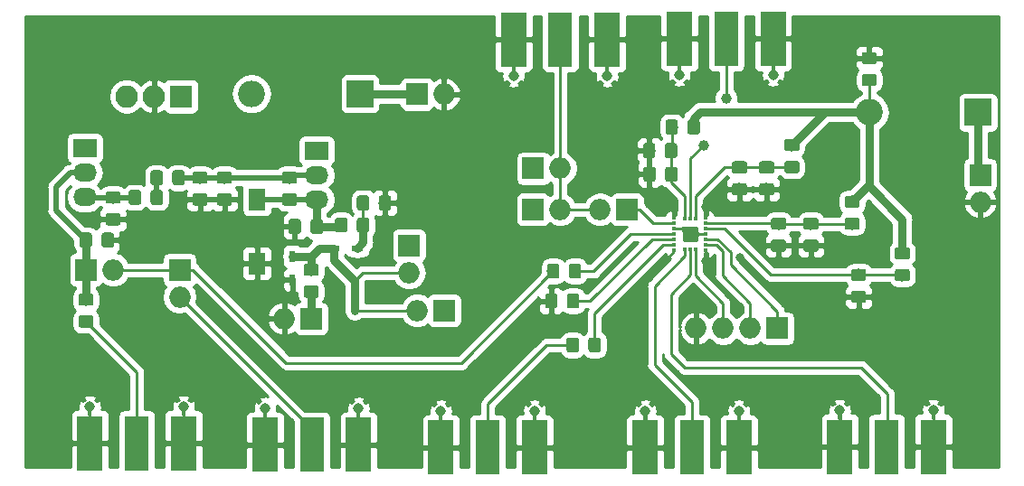
<source format=gtl>
G04 #@! TF.GenerationSoftware,KiCad,Pcbnew,(5.0.2)-1*
G04 #@! TF.CreationDate,2019-06-06T20:52:43-07:00*
G04 #@! TF.ProjectId,Complete PLL Board Rev5,436f6d70-6c65-4746-9520-504c4c20426f,rev?*
G04 #@! TF.SameCoordinates,Original*
G04 #@! TF.FileFunction,Copper,L1,Top*
G04 #@! TF.FilePolarity,Positive*
%FSLAX46Y46*%
G04 Gerber Fmt 4.6, Leading zero omitted, Abs format (unit mm)*
G04 Created by KiCad (PCBNEW (5.0.2)-1) date 6/6/2019 8:52:43 PM*
%MOMM*%
%LPD*%
G01*
G04 APERTURE LIST*
G04 #@! TA.AperFunction,SMDPad,CuDef*
%ADD10R,2.290000X5.080000*%
G04 #@! TD*
G04 #@! TA.AperFunction,SMDPad,CuDef*
%ADD11R,2.420000X5.080000*%
G04 #@! TD*
G04 #@! TA.AperFunction,ViaPad*
%ADD12C,0.970000*%
G04 #@! TD*
G04 #@! TA.AperFunction,Conductor*
%ADD13R,0.460000X0.950000*%
G04 #@! TD*
G04 #@! TA.AperFunction,Conductor*
%ADD14C,0.100000*%
G04 #@! TD*
G04 #@! TA.AperFunction,SMDPad,CuDef*
%ADD15C,1.150000*%
G04 #@! TD*
G04 #@! TA.AperFunction,ComponentPad*
%ADD16O,2.000000X2.000000*%
G04 #@! TD*
G04 #@! TA.AperFunction,ComponentPad*
%ADD17R,2.000000X2.000000*%
G04 #@! TD*
G04 #@! TA.AperFunction,SMDPad,CuDef*
%ADD18R,1.600000X2.000000*%
G04 #@! TD*
G04 #@! TA.AperFunction,ComponentPad*
%ADD19O,2.200000X1.717500*%
G04 #@! TD*
G04 #@! TA.AperFunction,ComponentPad*
%ADD20R,2.200000X1.717500*%
G04 #@! TD*
G04 #@! TA.AperFunction,ComponentPad*
%ADD21R,2.200000X1.700000*%
G04 #@! TD*
G04 #@! TA.AperFunction,ComponentPad*
%ADD22O,2.200000X1.700000*%
G04 #@! TD*
G04 #@! TA.AperFunction,ComponentPad*
%ADD23R,2.500000X2.500000*%
G04 #@! TD*
G04 #@! TA.AperFunction,ComponentPad*
%ADD24O,2.500000X2.500000*%
G04 #@! TD*
G04 #@! TA.AperFunction,SMDPad,CuDef*
%ADD25R,1.100000X0.600000*%
G04 #@! TD*
G04 #@! TA.AperFunction,SMDPad,CuDef*
%ADD26R,0.600000X1.100000*%
G04 #@! TD*
G04 #@! TA.AperFunction,SMDPad,CuDef*
%ADD27R,0.450000X0.300000*%
G04 #@! TD*
G04 #@! TA.AperFunction,SMDPad,CuDef*
%ADD28R,0.300000X0.450000*%
G04 #@! TD*
G04 #@! TA.AperFunction,ComponentPad*
%ADD29R,2.100000X2.100000*%
G04 #@! TD*
G04 #@! TA.AperFunction,ComponentPad*
%ADD30O,2.100000X2.100000*%
G04 #@! TD*
G04 #@! TA.AperFunction,ViaPad*
%ADD31C,0.800000*%
G04 #@! TD*
G04 #@! TA.AperFunction,ViaPad*
%ADD32C,1.000000*%
G04 #@! TD*
G04 #@! TA.AperFunction,Conductor*
%ADD33C,0.250000*%
G04 #@! TD*
G04 #@! TA.AperFunction,Conductor*
%ADD34C,0.762000*%
G04 #@! TD*
G04 #@! TA.AperFunction,Conductor*
%ADD35C,0.508000*%
G04 #@! TD*
G04 #@! TA.AperFunction,Conductor*
%ADD36C,0.254000*%
G04 #@! TD*
G04 APERTURE END LIST*
D10*
G04 #@! TO.P,VCO_Out,1*
G04 #@! TO.N,Net-(C17-Pad2)*
X106095800Y-118999000D03*
D11*
G04 #@! TO.P,VCO_Out,2*
G04 #@! TO.N,GND*
X101715800Y-118999000D03*
X110475800Y-118999000D03*
D12*
G04 #@! TD*
G04 #@! TO.N,GND*
G04 #@! TO.C,VCO_Out*
X101715800Y-115559000D03*
G04 #@! TO.N,GND*
G04 #@! TO.C,VCO_Out*
X110475800Y-115559000D03*
D13*
X101715800Y-116009000D03*
X110475800Y-116009000D03*
G04 #@! TD*
D14*
G04 #@! TO.N,GND*
G04 #@! TO.C,R13*
G36*
X129669905Y-95770404D02*
X129694173Y-95774004D01*
X129717972Y-95779965D01*
X129741071Y-95788230D01*
X129763250Y-95798720D01*
X129784293Y-95811332D01*
X129803999Y-95825947D01*
X129822177Y-95842423D01*
X129838653Y-95860601D01*
X129853268Y-95880307D01*
X129865880Y-95901350D01*
X129876370Y-95923529D01*
X129884635Y-95946628D01*
X129890596Y-95970427D01*
X129894196Y-95994695D01*
X129895400Y-96019199D01*
X129895400Y-96919201D01*
X129894196Y-96943705D01*
X129890596Y-96967973D01*
X129884635Y-96991772D01*
X129876370Y-97014871D01*
X129865880Y-97037050D01*
X129853268Y-97058093D01*
X129838653Y-97077799D01*
X129822177Y-97095977D01*
X129803999Y-97112453D01*
X129784293Y-97127068D01*
X129763250Y-97139680D01*
X129741071Y-97150170D01*
X129717972Y-97158435D01*
X129694173Y-97164396D01*
X129669905Y-97167996D01*
X129645401Y-97169200D01*
X128995399Y-97169200D01*
X128970895Y-97167996D01*
X128946627Y-97164396D01*
X128922828Y-97158435D01*
X128899729Y-97150170D01*
X128877550Y-97139680D01*
X128856507Y-97127068D01*
X128836801Y-97112453D01*
X128818623Y-97095977D01*
X128802147Y-97077799D01*
X128787532Y-97058093D01*
X128774920Y-97037050D01*
X128764430Y-97014871D01*
X128756165Y-96991772D01*
X128750204Y-96967973D01*
X128746604Y-96943705D01*
X128745400Y-96919201D01*
X128745400Y-96019199D01*
X128746604Y-95994695D01*
X128750204Y-95970427D01*
X128756165Y-95946628D01*
X128764430Y-95923529D01*
X128774920Y-95901350D01*
X128787532Y-95880307D01*
X128802147Y-95860601D01*
X128818623Y-95842423D01*
X128836801Y-95825947D01*
X128856507Y-95811332D01*
X128877550Y-95798720D01*
X128899729Y-95788230D01*
X128922828Y-95779965D01*
X128946627Y-95774004D01*
X128970895Y-95770404D01*
X128995399Y-95769200D01*
X129645401Y-95769200D01*
X129669905Y-95770404D01*
X129669905Y-95770404D01*
G37*
D15*
G04 #@! TD*
G04 #@! TO.P,R13,1*
G04 #@! TO.N,GND*
X129320400Y-96469200D03*
D14*
G04 #@! TO.N,Net-(C27-Pad1)*
G04 #@! TO.C,R13*
G36*
X127619905Y-95770404D02*
X127644173Y-95774004D01*
X127667972Y-95779965D01*
X127691071Y-95788230D01*
X127713250Y-95798720D01*
X127734293Y-95811332D01*
X127753999Y-95825947D01*
X127772177Y-95842423D01*
X127788653Y-95860601D01*
X127803268Y-95880307D01*
X127815880Y-95901350D01*
X127826370Y-95923529D01*
X127834635Y-95946628D01*
X127840596Y-95970427D01*
X127844196Y-95994695D01*
X127845400Y-96019199D01*
X127845400Y-96919201D01*
X127844196Y-96943705D01*
X127840596Y-96967973D01*
X127834635Y-96991772D01*
X127826370Y-97014871D01*
X127815880Y-97037050D01*
X127803268Y-97058093D01*
X127788653Y-97077799D01*
X127772177Y-97095977D01*
X127753999Y-97112453D01*
X127734293Y-97127068D01*
X127713250Y-97139680D01*
X127691071Y-97150170D01*
X127667972Y-97158435D01*
X127644173Y-97164396D01*
X127619905Y-97167996D01*
X127595401Y-97169200D01*
X126945399Y-97169200D01*
X126920895Y-97167996D01*
X126896627Y-97164396D01*
X126872828Y-97158435D01*
X126849729Y-97150170D01*
X126827550Y-97139680D01*
X126806507Y-97127068D01*
X126786801Y-97112453D01*
X126768623Y-97095977D01*
X126752147Y-97077799D01*
X126737532Y-97058093D01*
X126724920Y-97037050D01*
X126714430Y-97014871D01*
X126706165Y-96991772D01*
X126700204Y-96967973D01*
X126696604Y-96943705D01*
X126695400Y-96919201D01*
X126695400Y-96019199D01*
X126696604Y-95994695D01*
X126700204Y-95970427D01*
X126706165Y-95946628D01*
X126714430Y-95923529D01*
X126724920Y-95901350D01*
X126737532Y-95880307D01*
X126752147Y-95860601D01*
X126768623Y-95842423D01*
X126786801Y-95825947D01*
X126806507Y-95811332D01*
X126827550Y-95798720D01*
X126849729Y-95788230D01*
X126872828Y-95779965D01*
X126896627Y-95774004D01*
X126920895Y-95770404D01*
X126945399Y-95769200D01*
X127595401Y-95769200D01*
X127619905Y-95770404D01*
X127619905Y-95770404D01*
G37*
D15*
G04 #@! TD*
G04 #@! TO.P,R13,2*
G04 #@! TO.N,Net-(C27-Pad1)*
X127270400Y-96469200D03*
D16*
G04 #@! TO.P,3.3V,2*
G04 #@! TO.N,GND*
X185039000Y-96393000D03*
D17*
G04 #@! TO.P,3.3V,1*
G04 #@! TO.N,Net-(D1-Pad1)*
X185039000Y-93853000D03*
G04 #@! TD*
D13*
G04 #@! TO.N,GND*
G04 #@! TO.C,VCO_Test*
X126858800Y-116136000D03*
X118098800Y-116136000D03*
D12*
X126858800Y-115686000D03*
X118098800Y-115686000D03*
D11*
G04 #@! TD*
G04 #@! TO.P,VCO_Test,2*
G04 #@! TO.N,GND*
X126858800Y-119126000D03*
G04 #@! TO.P,VCO_Test,2*
G04 #@! TO.N,GND*
X118098800Y-119126000D03*
D10*
G04 #@! TO.P,VCO_Test,1*
G04 #@! TO.N,Net-(J2-Pad1)*
X122478800Y-119126000D03*
G04 #@! TD*
G04 #@! TO.P,Ref_Osc,1*
G04 #@! TO.N,Net-(C8-Pad1)*
X138938000Y-119380000D03*
D11*
G04 #@! TO.P,Ref_Osc,2*
G04 #@! TO.N,GND*
X134558000Y-119380000D03*
X143318000Y-119380000D03*
D12*
G04 #@! TD*
G04 #@! TO.N,GND*
G04 #@! TO.C,Ref_Osc*
X134558000Y-115940000D03*
G04 #@! TO.N,GND*
G04 #@! TO.C,Ref_Osc*
X143318000Y-115940000D03*
D13*
X134558000Y-116390000D03*
X143318000Y-116390000D03*
G04 #@! TD*
G04 #@! TO.N,GND*
G04 #@! TO.C,Test_CPo*
X141365200Y-84143000D03*
X150125200Y-84143000D03*
D12*
X141365200Y-84593000D03*
X150125200Y-84593000D03*
D11*
G04 #@! TD*
G04 #@! TO.P,Test_CPo,2*
G04 #@! TO.N,GND*
X141365200Y-81153000D03*
G04 #@! TO.P,Test_CPo,2*
G04 #@! TO.N,GND*
X150125200Y-81153000D03*
D10*
G04 #@! TO.P,Test_CPo,1*
G04 #@! TO.N,Net-(J13-Pad2)*
X145745200Y-81153000D03*
G04 #@! TD*
D14*
G04 #@! TO.N,Net-(C27-Pad1)*
G04 #@! TO.C,C27*
G36*
X127621505Y-97853204D02*
X127645773Y-97856804D01*
X127669572Y-97862765D01*
X127692671Y-97871030D01*
X127714850Y-97881520D01*
X127735893Y-97894132D01*
X127755599Y-97908747D01*
X127773777Y-97925223D01*
X127790253Y-97943401D01*
X127804868Y-97963107D01*
X127817480Y-97984150D01*
X127827970Y-98006329D01*
X127836235Y-98029428D01*
X127842196Y-98053227D01*
X127845796Y-98077495D01*
X127847000Y-98101999D01*
X127847000Y-99002001D01*
X127845796Y-99026505D01*
X127842196Y-99050773D01*
X127836235Y-99074572D01*
X127827970Y-99097671D01*
X127817480Y-99119850D01*
X127804868Y-99140893D01*
X127790253Y-99160599D01*
X127773777Y-99178777D01*
X127755599Y-99195253D01*
X127735893Y-99209868D01*
X127714850Y-99222480D01*
X127692671Y-99232970D01*
X127669572Y-99241235D01*
X127645773Y-99247196D01*
X127621505Y-99250796D01*
X127597001Y-99252000D01*
X126946999Y-99252000D01*
X126922495Y-99250796D01*
X126898227Y-99247196D01*
X126874428Y-99241235D01*
X126851329Y-99232970D01*
X126829150Y-99222480D01*
X126808107Y-99209868D01*
X126788401Y-99195253D01*
X126770223Y-99178777D01*
X126753747Y-99160599D01*
X126739132Y-99140893D01*
X126726520Y-99119850D01*
X126716030Y-99097671D01*
X126707765Y-99074572D01*
X126701804Y-99050773D01*
X126698204Y-99026505D01*
X126697000Y-99002001D01*
X126697000Y-98101999D01*
X126698204Y-98077495D01*
X126701804Y-98053227D01*
X126707765Y-98029428D01*
X126716030Y-98006329D01*
X126726520Y-97984150D01*
X126739132Y-97963107D01*
X126753747Y-97943401D01*
X126770223Y-97925223D01*
X126788401Y-97908747D01*
X126808107Y-97894132D01*
X126829150Y-97881520D01*
X126851329Y-97871030D01*
X126874428Y-97862765D01*
X126898227Y-97856804D01*
X126922495Y-97853204D01*
X126946999Y-97852000D01*
X127597001Y-97852000D01*
X127621505Y-97853204D01*
X127621505Y-97853204D01*
G37*
D15*
G04 #@! TD*
G04 #@! TO.P,C27,1*
G04 #@! TO.N,Net-(C27-Pad1)*
X127272000Y-98552000D03*
D14*
G04 #@! TO.N,Net-(C15-Pad2)*
G04 #@! TO.C,C27*
G36*
X125571505Y-97853204D02*
X125595773Y-97856804D01*
X125619572Y-97862765D01*
X125642671Y-97871030D01*
X125664850Y-97881520D01*
X125685893Y-97894132D01*
X125705599Y-97908747D01*
X125723777Y-97925223D01*
X125740253Y-97943401D01*
X125754868Y-97963107D01*
X125767480Y-97984150D01*
X125777970Y-98006329D01*
X125786235Y-98029428D01*
X125792196Y-98053227D01*
X125795796Y-98077495D01*
X125797000Y-98101999D01*
X125797000Y-99002001D01*
X125795796Y-99026505D01*
X125792196Y-99050773D01*
X125786235Y-99074572D01*
X125777970Y-99097671D01*
X125767480Y-99119850D01*
X125754868Y-99140893D01*
X125740253Y-99160599D01*
X125723777Y-99178777D01*
X125705599Y-99195253D01*
X125685893Y-99209868D01*
X125664850Y-99222480D01*
X125642671Y-99232970D01*
X125619572Y-99241235D01*
X125595773Y-99247196D01*
X125571505Y-99250796D01*
X125547001Y-99252000D01*
X124896999Y-99252000D01*
X124872495Y-99250796D01*
X124848227Y-99247196D01*
X124824428Y-99241235D01*
X124801329Y-99232970D01*
X124779150Y-99222480D01*
X124758107Y-99209868D01*
X124738401Y-99195253D01*
X124720223Y-99178777D01*
X124703747Y-99160599D01*
X124689132Y-99140893D01*
X124676520Y-99119850D01*
X124666030Y-99097671D01*
X124657765Y-99074572D01*
X124651804Y-99050773D01*
X124648204Y-99026505D01*
X124647000Y-99002001D01*
X124647000Y-98101999D01*
X124648204Y-98077495D01*
X124651804Y-98053227D01*
X124657765Y-98029428D01*
X124666030Y-98006329D01*
X124676520Y-97984150D01*
X124689132Y-97963107D01*
X124703747Y-97943401D01*
X124720223Y-97925223D01*
X124738401Y-97908747D01*
X124758107Y-97894132D01*
X124779150Y-97881520D01*
X124801329Y-97871030D01*
X124824428Y-97862765D01*
X124848227Y-97856804D01*
X124872495Y-97853204D01*
X124896999Y-97852000D01*
X125547001Y-97852000D01*
X125571505Y-97853204D01*
X125571505Y-97853204D01*
G37*
D15*
G04 #@! TD*
G04 #@! TO.P,C27,2*
G04 #@! TO.N,Net-(C15-Pad2)*
X125222000Y-98552000D03*
D14*
G04 #@! TO.N,Net-(Q2-Pad3)*
G04 #@! TO.C,R10*
G36*
X104360505Y-95387404D02*
X104384773Y-95391004D01*
X104408572Y-95396965D01*
X104431671Y-95405230D01*
X104453850Y-95415720D01*
X104474893Y-95428332D01*
X104494599Y-95442947D01*
X104512777Y-95459423D01*
X104529253Y-95477601D01*
X104543868Y-95497307D01*
X104556480Y-95518350D01*
X104566970Y-95540529D01*
X104575235Y-95563628D01*
X104581196Y-95587427D01*
X104584796Y-95611695D01*
X104586000Y-95636199D01*
X104586000Y-96286201D01*
X104584796Y-96310705D01*
X104581196Y-96334973D01*
X104575235Y-96358772D01*
X104566970Y-96381871D01*
X104556480Y-96404050D01*
X104543868Y-96425093D01*
X104529253Y-96444799D01*
X104512777Y-96462977D01*
X104494599Y-96479453D01*
X104474893Y-96494068D01*
X104453850Y-96506680D01*
X104431671Y-96517170D01*
X104408572Y-96525435D01*
X104384773Y-96531396D01*
X104360505Y-96534996D01*
X104336001Y-96536200D01*
X103435999Y-96536200D01*
X103411495Y-96534996D01*
X103387227Y-96531396D01*
X103363428Y-96525435D01*
X103340329Y-96517170D01*
X103318150Y-96506680D01*
X103297107Y-96494068D01*
X103277401Y-96479453D01*
X103259223Y-96462977D01*
X103242747Y-96444799D01*
X103228132Y-96425093D01*
X103215520Y-96404050D01*
X103205030Y-96381871D01*
X103196765Y-96358772D01*
X103190804Y-96334973D01*
X103187204Y-96310705D01*
X103186000Y-96286201D01*
X103186000Y-95636199D01*
X103187204Y-95611695D01*
X103190804Y-95587427D01*
X103196765Y-95563628D01*
X103205030Y-95540529D01*
X103215520Y-95518350D01*
X103228132Y-95497307D01*
X103242747Y-95477601D01*
X103259223Y-95459423D01*
X103277401Y-95442947D01*
X103297107Y-95428332D01*
X103318150Y-95415720D01*
X103340329Y-95405230D01*
X103363428Y-95396965D01*
X103387227Y-95391004D01*
X103411495Y-95387404D01*
X103435999Y-95386200D01*
X104336001Y-95386200D01*
X104360505Y-95387404D01*
X104360505Y-95387404D01*
G37*
D15*
G04 #@! TD*
G04 #@! TO.P,R10,1*
G04 #@! TO.N,Net-(Q2-Pad3)*
X103886000Y-95961200D03*
D14*
G04 #@! TO.N,GND*
G04 #@! TO.C,R10*
G36*
X104360505Y-97437404D02*
X104384773Y-97441004D01*
X104408572Y-97446965D01*
X104431671Y-97455230D01*
X104453850Y-97465720D01*
X104474893Y-97478332D01*
X104494599Y-97492947D01*
X104512777Y-97509423D01*
X104529253Y-97527601D01*
X104543868Y-97547307D01*
X104556480Y-97568350D01*
X104566970Y-97590529D01*
X104575235Y-97613628D01*
X104581196Y-97637427D01*
X104584796Y-97661695D01*
X104586000Y-97686199D01*
X104586000Y-98336201D01*
X104584796Y-98360705D01*
X104581196Y-98384973D01*
X104575235Y-98408772D01*
X104566970Y-98431871D01*
X104556480Y-98454050D01*
X104543868Y-98475093D01*
X104529253Y-98494799D01*
X104512777Y-98512977D01*
X104494599Y-98529453D01*
X104474893Y-98544068D01*
X104453850Y-98556680D01*
X104431671Y-98567170D01*
X104408572Y-98575435D01*
X104384773Y-98581396D01*
X104360505Y-98584996D01*
X104336001Y-98586200D01*
X103435999Y-98586200D01*
X103411495Y-98584996D01*
X103387227Y-98581396D01*
X103363428Y-98575435D01*
X103340329Y-98567170D01*
X103318150Y-98556680D01*
X103297107Y-98544068D01*
X103277401Y-98529453D01*
X103259223Y-98512977D01*
X103242747Y-98494799D01*
X103228132Y-98475093D01*
X103215520Y-98454050D01*
X103205030Y-98431871D01*
X103196765Y-98408772D01*
X103190804Y-98384973D01*
X103187204Y-98360705D01*
X103186000Y-98336201D01*
X103186000Y-97686199D01*
X103187204Y-97661695D01*
X103190804Y-97637427D01*
X103196765Y-97613628D01*
X103205030Y-97590529D01*
X103215520Y-97568350D01*
X103228132Y-97547307D01*
X103242747Y-97527601D01*
X103259223Y-97509423D01*
X103277401Y-97492947D01*
X103297107Y-97478332D01*
X103318150Y-97465720D01*
X103340329Y-97455230D01*
X103363428Y-97446965D01*
X103387227Y-97441004D01*
X103411495Y-97437404D01*
X103435999Y-97436200D01*
X104336001Y-97436200D01*
X104360505Y-97437404D01*
X104360505Y-97437404D01*
G37*
D15*
G04 #@! TD*
G04 #@! TO.P,R10,2*
G04 #@! TO.N,GND*
X103886000Y-98011200D03*
D14*
G04 #@! TO.N,Net-(D3-Pad1)*
G04 #@! TO.C,R12*
G36*
X122902505Y-102169204D02*
X122926773Y-102172804D01*
X122950572Y-102178765D01*
X122973671Y-102187030D01*
X122995850Y-102197520D01*
X123016893Y-102210132D01*
X123036599Y-102224747D01*
X123054777Y-102241223D01*
X123071253Y-102259401D01*
X123085868Y-102279107D01*
X123098480Y-102300150D01*
X123108970Y-102322329D01*
X123117235Y-102345428D01*
X123123196Y-102369227D01*
X123126796Y-102393495D01*
X123128000Y-102417999D01*
X123128000Y-103068001D01*
X123126796Y-103092505D01*
X123123196Y-103116773D01*
X123117235Y-103140572D01*
X123108970Y-103163671D01*
X123098480Y-103185850D01*
X123085868Y-103206893D01*
X123071253Y-103226599D01*
X123054777Y-103244777D01*
X123036599Y-103261253D01*
X123016893Y-103275868D01*
X122995850Y-103288480D01*
X122973671Y-103298970D01*
X122950572Y-103307235D01*
X122926773Y-103313196D01*
X122902505Y-103316796D01*
X122878001Y-103318000D01*
X121977999Y-103318000D01*
X121953495Y-103316796D01*
X121929227Y-103313196D01*
X121905428Y-103307235D01*
X121882329Y-103298970D01*
X121860150Y-103288480D01*
X121839107Y-103275868D01*
X121819401Y-103261253D01*
X121801223Y-103244777D01*
X121784747Y-103226599D01*
X121770132Y-103206893D01*
X121757520Y-103185850D01*
X121747030Y-103163671D01*
X121738765Y-103140572D01*
X121732804Y-103116773D01*
X121729204Y-103092505D01*
X121728000Y-103068001D01*
X121728000Y-102417999D01*
X121729204Y-102393495D01*
X121732804Y-102369227D01*
X121738765Y-102345428D01*
X121747030Y-102322329D01*
X121757520Y-102300150D01*
X121770132Y-102279107D01*
X121784747Y-102259401D01*
X121801223Y-102241223D01*
X121819401Y-102224747D01*
X121839107Y-102210132D01*
X121860150Y-102197520D01*
X121882329Y-102187030D01*
X121905428Y-102178765D01*
X121929227Y-102172804D01*
X121953495Y-102169204D01*
X121977999Y-102168000D01*
X122878001Y-102168000D01*
X122902505Y-102169204D01*
X122902505Y-102169204D01*
G37*
D15*
G04 #@! TD*
G04 #@! TO.P,R12,1*
G04 #@! TO.N,Net-(D3-Pad1)*
X122428000Y-102743000D03*
D14*
G04 #@! TO.N,Net-(C28-Pad2)*
G04 #@! TO.C,R12*
G36*
X122902505Y-104219204D02*
X122926773Y-104222804D01*
X122950572Y-104228765D01*
X122973671Y-104237030D01*
X122995850Y-104247520D01*
X123016893Y-104260132D01*
X123036599Y-104274747D01*
X123054777Y-104291223D01*
X123071253Y-104309401D01*
X123085868Y-104329107D01*
X123098480Y-104350150D01*
X123108970Y-104372329D01*
X123117235Y-104395428D01*
X123123196Y-104419227D01*
X123126796Y-104443495D01*
X123128000Y-104467999D01*
X123128000Y-105118001D01*
X123126796Y-105142505D01*
X123123196Y-105166773D01*
X123117235Y-105190572D01*
X123108970Y-105213671D01*
X123098480Y-105235850D01*
X123085868Y-105256893D01*
X123071253Y-105276599D01*
X123054777Y-105294777D01*
X123036599Y-105311253D01*
X123016893Y-105325868D01*
X122995850Y-105338480D01*
X122973671Y-105348970D01*
X122950572Y-105357235D01*
X122926773Y-105363196D01*
X122902505Y-105366796D01*
X122878001Y-105368000D01*
X121977999Y-105368000D01*
X121953495Y-105366796D01*
X121929227Y-105363196D01*
X121905428Y-105357235D01*
X121882329Y-105348970D01*
X121860150Y-105338480D01*
X121839107Y-105325868D01*
X121819401Y-105311253D01*
X121801223Y-105294777D01*
X121784747Y-105276599D01*
X121770132Y-105256893D01*
X121757520Y-105235850D01*
X121747030Y-105213671D01*
X121738765Y-105190572D01*
X121732804Y-105166773D01*
X121729204Y-105142505D01*
X121728000Y-105118001D01*
X121728000Y-104467999D01*
X121729204Y-104443495D01*
X121732804Y-104419227D01*
X121738765Y-104395428D01*
X121747030Y-104372329D01*
X121757520Y-104350150D01*
X121770132Y-104329107D01*
X121784747Y-104309401D01*
X121801223Y-104291223D01*
X121819401Y-104274747D01*
X121839107Y-104260132D01*
X121860150Y-104247520D01*
X121882329Y-104237030D01*
X121905428Y-104228765D01*
X121929227Y-104222804D01*
X121953495Y-104219204D01*
X121977999Y-104218000D01*
X122878001Y-104218000D01*
X122902505Y-104219204D01*
X122902505Y-104219204D01*
G37*
D15*
G04 #@! TD*
G04 #@! TO.P,R12,2*
G04 #@! TO.N,Net-(C28-Pad2)*
X122428000Y-104793000D03*
D18*
G04 #@! TO.P,C19,1*
G04 #@! TO.N,Net-(C15-Pad2)*
X117348000Y-96139000D03*
G04 #@! TO.P,C19,2*
G04 #@! TO.N,GND*
X117348000Y-102139000D03*
G04 #@! TD*
D14*
G04 #@! TO.N,Net-(C20-Pad2)*
G04 #@! TO.C,R8*
G36*
X108317505Y-95262404D02*
X108341773Y-95266004D01*
X108365572Y-95271965D01*
X108388671Y-95280230D01*
X108410850Y-95290720D01*
X108431893Y-95303332D01*
X108451599Y-95317947D01*
X108469777Y-95334423D01*
X108486253Y-95352601D01*
X108500868Y-95372307D01*
X108513480Y-95393350D01*
X108523970Y-95415529D01*
X108532235Y-95438628D01*
X108538196Y-95462427D01*
X108541796Y-95486695D01*
X108543000Y-95511199D01*
X108543000Y-96411201D01*
X108541796Y-96435705D01*
X108538196Y-96459973D01*
X108532235Y-96483772D01*
X108523970Y-96506871D01*
X108513480Y-96529050D01*
X108500868Y-96550093D01*
X108486253Y-96569799D01*
X108469777Y-96587977D01*
X108451599Y-96604453D01*
X108431893Y-96619068D01*
X108410850Y-96631680D01*
X108388671Y-96642170D01*
X108365572Y-96650435D01*
X108341773Y-96656396D01*
X108317505Y-96659996D01*
X108293001Y-96661200D01*
X107642999Y-96661200D01*
X107618495Y-96659996D01*
X107594227Y-96656396D01*
X107570428Y-96650435D01*
X107547329Y-96642170D01*
X107525150Y-96631680D01*
X107504107Y-96619068D01*
X107484401Y-96604453D01*
X107466223Y-96587977D01*
X107449747Y-96569799D01*
X107435132Y-96550093D01*
X107422520Y-96529050D01*
X107412030Y-96506871D01*
X107403765Y-96483772D01*
X107397804Y-96459973D01*
X107394204Y-96435705D01*
X107393000Y-96411201D01*
X107393000Y-95511199D01*
X107394204Y-95486695D01*
X107397804Y-95462427D01*
X107403765Y-95438628D01*
X107412030Y-95415529D01*
X107422520Y-95393350D01*
X107435132Y-95372307D01*
X107449747Y-95352601D01*
X107466223Y-95334423D01*
X107484401Y-95317947D01*
X107504107Y-95303332D01*
X107525150Y-95290720D01*
X107547329Y-95280230D01*
X107570428Y-95271965D01*
X107594227Y-95266004D01*
X107618495Y-95262404D01*
X107642999Y-95261200D01*
X108293001Y-95261200D01*
X108317505Y-95262404D01*
X108317505Y-95262404D01*
G37*
D15*
G04 #@! TD*
G04 #@! TO.P,R8,2*
G04 #@! TO.N,Net-(C20-Pad2)*
X107968000Y-95961200D03*
D14*
G04 #@! TO.N,Net-(Q2-Pad3)*
G04 #@! TO.C,R8*
G36*
X106267505Y-95262404D02*
X106291773Y-95266004D01*
X106315572Y-95271965D01*
X106338671Y-95280230D01*
X106360850Y-95290720D01*
X106381893Y-95303332D01*
X106401599Y-95317947D01*
X106419777Y-95334423D01*
X106436253Y-95352601D01*
X106450868Y-95372307D01*
X106463480Y-95393350D01*
X106473970Y-95415529D01*
X106482235Y-95438628D01*
X106488196Y-95462427D01*
X106491796Y-95486695D01*
X106493000Y-95511199D01*
X106493000Y-96411201D01*
X106491796Y-96435705D01*
X106488196Y-96459973D01*
X106482235Y-96483772D01*
X106473970Y-96506871D01*
X106463480Y-96529050D01*
X106450868Y-96550093D01*
X106436253Y-96569799D01*
X106419777Y-96587977D01*
X106401599Y-96604453D01*
X106381893Y-96619068D01*
X106360850Y-96631680D01*
X106338671Y-96642170D01*
X106315572Y-96650435D01*
X106291773Y-96656396D01*
X106267505Y-96659996D01*
X106243001Y-96661200D01*
X105592999Y-96661200D01*
X105568495Y-96659996D01*
X105544227Y-96656396D01*
X105520428Y-96650435D01*
X105497329Y-96642170D01*
X105475150Y-96631680D01*
X105454107Y-96619068D01*
X105434401Y-96604453D01*
X105416223Y-96587977D01*
X105399747Y-96569799D01*
X105385132Y-96550093D01*
X105372520Y-96529050D01*
X105362030Y-96506871D01*
X105353765Y-96483772D01*
X105347804Y-96459973D01*
X105344204Y-96435705D01*
X105343000Y-96411201D01*
X105343000Y-95511199D01*
X105344204Y-95486695D01*
X105347804Y-95462427D01*
X105353765Y-95438628D01*
X105362030Y-95415529D01*
X105372520Y-95393350D01*
X105385132Y-95372307D01*
X105399747Y-95352601D01*
X105416223Y-95334423D01*
X105434401Y-95317947D01*
X105454107Y-95303332D01*
X105475150Y-95290720D01*
X105497329Y-95280230D01*
X105520428Y-95271965D01*
X105544227Y-95266004D01*
X105568495Y-95262404D01*
X105592999Y-95261200D01*
X106243001Y-95261200D01*
X106267505Y-95262404D01*
X106267505Y-95262404D01*
G37*
D15*
G04 #@! TD*
G04 #@! TO.P,R8,1*
G04 #@! TO.N,Net-(Q2-Pad3)*
X105918000Y-95961200D03*
D14*
G04 #@! TO.N,Net-(C17-Pad2)*
G04 #@! TO.C,C17*
G36*
X101820505Y-107013204D02*
X101844773Y-107016804D01*
X101868572Y-107022765D01*
X101891671Y-107031030D01*
X101913850Y-107041520D01*
X101934893Y-107054132D01*
X101954599Y-107068747D01*
X101972777Y-107085223D01*
X101989253Y-107103401D01*
X102003868Y-107123107D01*
X102016480Y-107144150D01*
X102026970Y-107166329D01*
X102035235Y-107189428D01*
X102041196Y-107213227D01*
X102044796Y-107237495D01*
X102046000Y-107261999D01*
X102046000Y-107912001D01*
X102044796Y-107936505D01*
X102041196Y-107960773D01*
X102035235Y-107984572D01*
X102026970Y-108007671D01*
X102016480Y-108029850D01*
X102003868Y-108050893D01*
X101989253Y-108070599D01*
X101972777Y-108088777D01*
X101954599Y-108105253D01*
X101934893Y-108119868D01*
X101913850Y-108132480D01*
X101891671Y-108142970D01*
X101868572Y-108151235D01*
X101844773Y-108157196D01*
X101820505Y-108160796D01*
X101796001Y-108162000D01*
X100895999Y-108162000D01*
X100871495Y-108160796D01*
X100847227Y-108157196D01*
X100823428Y-108151235D01*
X100800329Y-108142970D01*
X100778150Y-108132480D01*
X100757107Y-108119868D01*
X100737401Y-108105253D01*
X100719223Y-108088777D01*
X100702747Y-108070599D01*
X100688132Y-108050893D01*
X100675520Y-108029850D01*
X100665030Y-108007671D01*
X100656765Y-107984572D01*
X100650804Y-107960773D01*
X100647204Y-107936505D01*
X100646000Y-107912001D01*
X100646000Y-107261999D01*
X100647204Y-107237495D01*
X100650804Y-107213227D01*
X100656765Y-107189428D01*
X100665030Y-107166329D01*
X100675520Y-107144150D01*
X100688132Y-107123107D01*
X100702747Y-107103401D01*
X100719223Y-107085223D01*
X100737401Y-107068747D01*
X100757107Y-107054132D01*
X100778150Y-107041520D01*
X100800329Y-107031030D01*
X100823428Y-107022765D01*
X100847227Y-107016804D01*
X100871495Y-107013204D01*
X100895999Y-107012000D01*
X101796001Y-107012000D01*
X101820505Y-107013204D01*
X101820505Y-107013204D01*
G37*
D15*
G04 #@! TD*
G04 #@! TO.P,C17,2*
G04 #@! TO.N,Net-(C17-Pad2)*
X101346000Y-107587000D03*
D14*
G04 #@! TO.N,Net-(C17-Pad1)*
G04 #@! TO.C,C17*
G36*
X101820505Y-104963204D02*
X101844773Y-104966804D01*
X101868572Y-104972765D01*
X101891671Y-104981030D01*
X101913850Y-104991520D01*
X101934893Y-105004132D01*
X101954599Y-105018747D01*
X101972777Y-105035223D01*
X101989253Y-105053401D01*
X102003868Y-105073107D01*
X102016480Y-105094150D01*
X102026970Y-105116329D01*
X102035235Y-105139428D01*
X102041196Y-105163227D01*
X102044796Y-105187495D01*
X102046000Y-105211999D01*
X102046000Y-105862001D01*
X102044796Y-105886505D01*
X102041196Y-105910773D01*
X102035235Y-105934572D01*
X102026970Y-105957671D01*
X102016480Y-105979850D01*
X102003868Y-106000893D01*
X101989253Y-106020599D01*
X101972777Y-106038777D01*
X101954599Y-106055253D01*
X101934893Y-106069868D01*
X101913850Y-106082480D01*
X101891671Y-106092970D01*
X101868572Y-106101235D01*
X101844773Y-106107196D01*
X101820505Y-106110796D01*
X101796001Y-106112000D01*
X100895999Y-106112000D01*
X100871495Y-106110796D01*
X100847227Y-106107196D01*
X100823428Y-106101235D01*
X100800329Y-106092970D01*
X100778150Y-106082480D01*
X100757107Y-106069868D01*
X100737401Y-106055253D01*
X100719223Y-106038777D01*
X100702747Y-106020599D01*
X100688132Y-106000893D01*
X100675520Y-105979850D01*
X100665030Y-105957671D01*
X100656765Y-105934572D01*
X100650804Y-105910773D01*
X100647204Y-105886505D01*
X100646000Y-105862001D01*
X100646000Y-105211999D01*
X100647204Y-105187495D01*
X100650804Y-105163227D01*
X100656765Y-105139428D01*
X100665030Y-105116329D01*
X100675520Y-105094150D01*
X100688132Y-105073107D01*
X100702747Y-105053401D01*
X100719223Y-105035223D01*
X100737401Y-105018747D01*
X100757107Y-105004132D01*
X100778150Y-104991520D01*
X100800329Y-104981030D01*
X100823428Y-104972765D01*
X100847227Y-104966804D01*
X100871495Y-104963204D01*
X100895999Y-104962000D01*
X101796001Y-104962000D01*
X101820505Y-104963204D01*
X101820505Y-104963204D01*
G37*
D15*
G04 #@! TD*
G04 #@! TO.P,C17,1*
G04 #@! TO.N,Net-(C17-Pad1)*
X101346000Y-105537000D03*
D19*
G04 #@! TO.P,Q2,3*
G04 #@! TO.N,Net-(Q2-Pad3)*
X101244400Y-95918400D03*
G04 #@! TO.P,Q2,2*
G04 #@! TO.N,Net-(C17-Pad1)*
X101244400Y-93628400D03*
D20*
G04 #@! TO.P,Q2,1*
G04 #@! TO.N,8V*
X101244400Y-91338400D03*
G04 #@! TD*
D21*
G04 #@! TO.P,Q1,1*
G04 #@! TO.N,8V*
X122936000Y-91563000D03*
D22*
G04 #@! TO.P,Q1,2*
G04 #@! TO.N,Net-(C15-Pad1)*
X122936000Y-93853000D03*
G04 #@! TO.P,Q1,3*
G04 #@! TO.N,Net-(C15-Pad2)*
X122936000Y-96143000D03*
G04 #@! TD*
D13*
G04 #@! TO.N,GND*
G04 #@! TO.C,FoLD1*
X180656000Y-116339200D03*
X171896000Y-116339200D03*
D12*
X180656000Y-115889200D03*
X171896000Y-115889200D03*
D11*
G04 #@! TD*
G04 #@! TO.P,FoLD1,2*
G04 #@! TO.N,GND*
X180656000Y-119329200D03*
G04 #@! TO.P,FoLD1,2*
G04 #@! TO.N,GND*
X171896000Y-119329200D03*
D10*
G04 #@! TO.P,FoLD1,1*
G04 #@! TO.N,FoLD*
X176276000Y-119329200D03*
G04 #@! TD*
G04 #@! TO.P,FL1,1*
G04 #@! TO.N,FL*
X161264600Y-81058600D03*
D11*
G04 #@! TO.P,FL1,2*
G04 #@! TO.N,GND*
X165644600Y-81058600D03*
X156884600Y-81058600D03*
D12*
G04 #@! TD*
G04 #@! TO.N,GND*
G04 #@! TO.C,FL1*
X165644600Y-84498600D03*
G04 #@! TO.N,GND*
G04 #@! TO.C,FL1*
X156884600Y-84498600D03*
D13*
X165644600Y-84048600D03*
X156884600Y-84048600D03*
G04 #@! TD*
D10*
G04 #@! TO.P,OSC_OUT,1*
G04 #@! TO.N,OSC_OUT*
X158064200Y-119380000D03*
D11*
G04 #@! TO.P,OSC_OUT,2*
G04 #@! TO.N,GND*
X153684200Y-119380000D03*
X162444200Y-119380000D03*
D12*
G04 #@! TD*
G04 #@! TO.N,GND*
G04 #@! TO.C,OSC_OUT*
X153684200Y-115940000D03*
G04 #@! TO.N,GND*
G04 #@! TO.C,OSC_OUT*
X162444200Y-115940000D03*
D13*
X153684200Y-116390000D03*
X162444200Y-116390000D03*
G04 #@! TD*
D14*
G04 #@! TO.N,GND*
G04 #@! TO.C,C1*
G36*
X175124905Y-82331804D02*
X175149173Y-82335404D01*
X175172972Y-82341365D01*
X175196071Y-82349630D01*
X175218250Y-82360120D01*
X175239293Y-82372732D01*
X175258999Y-82387347D01*
X175277177Y-82403823D01*
X175293653Y-82422001D01*
X175308268Y-82441707D01*
X175320880Y-82462750D01*
X175331370Y-82484929D01*
X175339635Y-82508028D01*
X175345596Y-82531827D01*
X175349196Y-82556095D01*
X175350400Y-82580599D01*
X175350400Y-83230601D01*
X175349196Y-83255105D01*
X175345596Y-83279373D01*
X175339635Y-83303172D01*
X175331370Y-83326271D01*
X175320880Y-83348450D01*
X175308268Y-83369493D01*
X175293653Y-83389199D01*
X175277177Y-83407377D01*
X175258999Y-83423853D01*
X175239293Y-83438468D01*
X175218250Y-83451080D01*
X175196071Y-83461570D01*
X175172972Y-83469835D01*
X175149173Y-83475796D01*
X175124905Y-83479396D01*
X175100401Y-83480600D01*
X174200399Y-83480600D01*
X174175895Y-83479396D01*
X174151627Y-83475796D01*
X174127828Y-83469835D01*
X174104729Y-83461570D01*
X174082550Y-83451080D01*
X174061507Y-83438468D01*
X174041801Y-83423853D01*
X174023623Y-83407377D01*
X174007147Y-83389199D01*
X173992532Y-83369493D01*
X173979920Y-83348450D01*
X173969430Y-83326271D01*
X173961165Y-83303172D01*
X173955204Y-83279373D01*
X173951604Y-83255105D01*
X173950400Y-83230601D01*
X173950400Y-82580599D01*
X173951604Y-82556095D01*
X173955204Y-82531827D01*
X173961165Y-82508028D01*
X173969430Y-82484929D01*
X173979920Y-82462750D01*
X173992532Y-82441707D01*
X174007147Y-82422001D01*
X174023623Y-82403823D01*
X174041801Y-82387347D01*
X174061507Y-82372732D01*
X174082550Y-82360120D01*
X174104729Y-82349630D01*
X174127828Y-82341365D01*
X174151627Y-82335404D01*
X174175895Y-82331804D01*
X174200399Y-82330600D01*
X175100401Y-82330600D01*
X175124905Y-82331804D01*
X175124905Y-82331804D01*
G37*
D15*
G04 #@! TD*
G04 #@! TO.P,C1,1*
G04 #@! TO.N,GND*
X174650400Y-82905600D03*
D14*
G04 #@! TO.N,PLL_Power*
G04 #@! TO.C,C1*
G36*
X175124905Y-84381804D02*
X175149173Y-84385404D01*
X175172972Y-84391365D01*
X175196071Y-84399630D01*
X175218250Y-84410120D01*
X175239293Y-84422732D01*
X175258999Y-84437347D01*
X175277177Y-84453823D01*
X175293653Y-84472001D01*
X175308268Y-84491707D01*
X175320880Y-84512750D01*
X175331370Y-84534929D01*
X175339635Y-84558028D01*
X175345596Y-84581827D01*
X175349196Y-84606095D01*
X175350400Y-84630599D01*
X175350400Y-85280601D01*
X175349196Y-85305105D01*
X175345596Y-85329373D01*
X175339635Y-85353172D01*
X175331370Y-85376271D01*
X175320880Y-85398450D01*
X175308268Y-85419493D01*
X175293653Y-85439199D01*
X175277177Y-85457377D01*
X175258999Y-85473853D01*
X175239293Y-85488468D01*
X175218250Y-85501080D01*
X175196071Y-85511570D01*
X175172972Y-85519835D01*
X175149173Y-85525796D01*
X175124905Y-85529396D01*
X175100401Y-85530600D01*
X174200399Y-85530600D01*
X174175895Y-85529396D01*
X174151627Y-85525796D01*
X174127828Y-85519835D01*
X174104729Y-85511570D01*
X174082550Y-85501080D01*
X174061507Y-85488468D01*
X174041801Y-85473853D01*
X174023623Y-85457377D01*
X174007147Y-85439199D01*
X173992532Y-85419493D01*
X173979920Y-85398450D01*
X173969430Y-85376271D01*
X173961165Y-85353172D01*
X173955204Y-85329373D01*
X173951604Y-85305105D01*
X173950400Y-85280601D01*
X173950400Y-84630599D01*
X173951604Y-84606095D01*
X173955204Y-84581827D01*
X173961165Y-84558028D01*
X173969430Y-84534929D01*
X173979920Y-84512750D01*
X173992532Y-84491707D01*
X174007147Y-84472001D01*
X174023623Y-84453823D01*
X174041801Y-84437347D01*
X174061507Y-84422732D01*
X174082550Y-84410120D01*
X174104729Y-84399630D01*
X174127828Y-84391365D01*
X174151627Y-84385404D01*
X174175895Y-84381804D01*
X174200399Y-84380600D01*
X175100401Y-84380600D01*
X175124905Y-84381804D01*
X175124905Y-84381804D01*
G37*
D15*
G04 #@! TD*
G04 #@! TO.P,C1,2*
G04 #@! TO.N,PLL_Power*
X174650400Y-84955600D03*
D14*
G04 #@! TO.N,GND*
G04 #@! TO.C,C2*
G36*
X166641305Y-99901204D02*
X166665573Y-99904804D01*
X166689372Y-99910765D01*
X166712471Y-99919030D01*
X166734650Y-99929520D01*
X166755693Y-99942132D01*
X166775399Y-99956747D01*
X166793577Y-99973223D01*
X166810053Y-99991401D01*
X166824668Y-100011107D01*
X166837280Y-100032150D01*
X166847770Y-100054329D01*
X166856035Y-100077428D01*
X166861996Y-100101227D01*
X166865596Y-100125495D01*
X166866800Y-100149999D01*
X166866800Y-100800001D01*
X166865596Y-100824505D01*
X166861996Y-100848773D01*
X166856035Y-100872572D01*
X166847770Y-100895671D01*
X166837280Y-100917850D01*
X166824668Y-100938893D01*
X166810053Y-100958599D01*
X166793577Y-100976777D01*
X166775399Y-100993253D01*
X166755693Y-101007868D01*
X166734650Y-101020480D01*
X166712471Y-101030970D01*
X166689372Y-101039235D01*
X166665573Y-101045196D01*
X166641305Y-101048796D01*
X166616801Y-101050000D01*
X165716799Y-101050000D01*
X165692295Y-101048796D01*
X165668027Y-101045196D01*
X165644228Y-101039235D01*
X165621129Y-101030970D01*
X165598950Y-101020480D01*
X165577907Y-101007868D01*
X165558201Y-100993253D01*
X165540023Y-100976777D01*
X165523547Y-100958599D01*
X165508932Y-100938893D01*
X165496320Y-100917850D01*
X165485830Y-100895671D01*
X165477565Y-100872572D01*
X165471604Y-100848773D01*
X165468004Y-100824505D01*
X165466800Y-100800001D01*
X165466800Y-100149999D01*
X165468004Y-100125495D01*
X165471604Y-100101227D01*
X165477565Y-100077428D01*
X165485830Y-100054329D01*
X165496320Y-100032150D01*
X165508932Y-100011107D01*
X165523547Y-99991401D01*
X165540023Y-99973223D01*
X165558201Y-99956747D01*
X165577907Y-99942132D01*
X165598950Y-99929520D01*
X165621129Y-99919030D01*
X165644228Y-99910765D01*
X165668027Y-99904804D01*
X165692295Y-99901204D01*
X165716799Y-99900000D01*
X166616801Y-99900000D01*
X166641305Y-99901204D01*
X166641305Y-99901204D01*
G37*
D15*
G04 #@! TD*
G04 #@! TO.P,C2,1*
G04 #@! TO.N,GND*
X166166800Y-100475000D03*
D14*
G04 #@! TO.N,V_uC*
G04 #@! TO.C,C2*
G36*
X166641305Y-97851204D02*
X166665573Y-97854804D01*
X166689372Y-97860765D01*
X166712471Y-97869030D01*
X166734650Y-97879520D01*
X166755693Y-97892132D01*
X166775399Y-97906747D01*
X166793577Y-97923223D01*
X166810053Y-97941401D01*
X166824668Y-97961107D01*
X166837280Y-97982150D01*
X166847770Y-98004329D01*
X166856035Y-98027428D01*
X166861996Y-98051227D01*
X166865596Y-98075495D01*
X166866800Y-98099999D01*
X166866800Y-98750001D01*
X166865596Y-98774505D01*
X166861996Y-98798773D01*
X166856035Y-98822572D01*
X166847770Y-98845671D01*
X166837280Y-98867850D01*
X166824668Y-98888893D01*
X166810053Y-98908599D01*
X166793577Y-98926777D01*
X166775399Y-98943253D01*
X166755693Y-98957868D01*
X166734650Y-98970480D01*
X166712471Y-98980970D01*
X166689372Y-98989235D01*
X166665573Y-98995196D01*
X166641305Y-98998796D01*
X166616801Y-99000000D01*
X165716799Y-99000000D01*
X165692295Y-98998796D01*
X165668027Y-98995196D01*
X165644228Y-98989235D01*
X165621129Y-98980970D01*
X165598950Y-98970480D01*
X165577907Y-98957868D01*
X165558201Y-98943253D01*
X165540023Y-98926777D01*
X165523547Y-98908599D01*
X165508932Y-98888893D01*
X165496320Y-98867850D01*
X165485830Y-98845671D01*
X165477565Y-98822572D01*
X165471604Y-98798773D01*
X165468004Y-98774505D01*
X165466800Y-98750001D01*
X165466800Y-98099999D01*
X165468004Y-98075495D01*
X165471604Y-98051227D01*
X165477565Y-98027428D01*
X165485830Y-98004329D01*
X165496320Y-97982150D01*
X165508932Y-97961107D01*
X165523547Y-97941401D01*
X165540023Y-97923223D01*
X165558201Y-97906747D01*
X165577907Y-97892132D01*
X165598950Y-97879520D01*
X165621129Y-97869030D01*
X165644228Y-97860765D01*
X165668027Y-97854804D01*
X165692295Y-97851204D01*
X165716799Y-97850000D01*
X166616801Y-97850000D01*
X166641305Y-97851204D01*
X166641305Y-97851204D01*
G37*
D15*
G04 #@! TD*
G04 #@! TO.P,C2,2*
G04 #@! TO.N,V_uC*
X166166800Y-98425000D03*
D14*
G04 #@! TO.N,V_uC*
G04 #@! TO.C,C3*
G36*
X169663905Y-97851204D02*
X169688173Y-97854804D01*
X169711972Y-97860765D01*
X169735071Y-97869030D01*
X169757250Y-97879520D01*
X169778293Y-97892132D01*
X169797999Y-97906747D01*
X169816177Y-97923223D01*
X169832653Y-97941401D01*
X169847268Y-97961107D01*
X169859880Y-97982150D01*
X169870370Y-98004329D01*
X169878635Y-98027428D01*
X169884596Y-98051227D01*
X169888196Y-98075495D01*
X169889400Y-98099999D01*
X169889400Y-98750001D01*
X169888196Y-98774505D01*
X169884596Y-98798773D01*
X169878635Y-98822572D01*
X169870370Y-98845671D01*
X169859880Y-98867850D01*
X169847268Y-98888893D01*
X169832653Y-98908599D01*
X169816177Y-98926777D01*
X169797999Y-98943253D01*
X169778293Y-98957868D01*
X169757250Y-98970480D01*
X169735071Y-98980970D01*
X169711972Y-98989235D01*
X169688173Y-98995196D01*
X169663905Y-98998796D01*
X169639401Y-99000000D01*
X168739399Y-99000000D01*
X168714895Y-98998796D01*
X168690627Y-98995196D01*
X168666828Y-98989235D01*
X168643729Y-98980970D01*
X168621550Y-98970480D01*
X168600507Y-98957868D01*
X168580801Y-98943253D01*
X168562623Y-98926777D01*
X168546147Y-98908599D01*
X168531532Y-98888893D01*
X168518920Y-98867850D01*
X168508430Y-98845671D01*
X168500165Y-98822572D01*
X168494204Y-98798773D01*
X168490604Y-98774505D01*
X168489400Y-98750001D01*
X168489400Y-98099999D01*
X168490604Y-98075495D01*
X168494204Y-98051227D01*
X168500165Y-98027428D01*
X168508430Y-98004329D01*
X168518920Y-97982150D01*
X168531532Y-97961107D01*
X168546147Y-97941401D01*
X168562623Y-97923223D01*
X168580801Y-97906747D01*
X168600507Y-97892132D01*
X168621550Y-97879520D01*
X168643729Y-97869030D01*
X168666828Y-97860765D01*
X168690627Y-97854804D01*
X168714895Y-97851204D01*
X168739399Y-97850000D01*
X169639401Y-97850000D01*
X169663905Y-97851204D01*
X169663905Y-97851204D01*
G37*
D15*
G04 #@! TD*
G04 #@! TO.P,C3,2*
G04 #@! TO.N,V_uC*
X169189400Y-98425000D03*
D14*
G04 #@! TO.N,GND*
G04 #@! TO.C,C3*
G36*
X169663905Y-99901204D02*
X169688173Y-99904804D01*
X169711972Y-99910765D01*
X169735071Y-99919030D01*
X169757250Y-99929520D01*
X169778293Y-99942132D01*
X169797999Y-99956747D01*
X169816177Y-99973223D01*
X169832653Y-99991401D01*
X169847268Y-100011107D01*
X169859880Y-100032150D01*
X169870370Y-100054329D01*
X169878635Y-100077428D01*
X169884596Y-100101227D01*
X169888196Y-100125495D01*
X169889400Y-100149999D01*
X169889400Y-100800001D01*
X169888196Y-100824505D01*
X169884596Y-100848773D01*
X169878635Y-100872572D01*
X169870370Y-100895671D01*
X169859880Y-100917850D01*
X169847268Y-100938893D01*
X169832653Y-100958599D01*
X169816177Y-100976777D01*
X169797999Y-100993253D01*
X169778293Y-101007868D01*
X169757250Y-101020480D01*
X169735071Y-101030970D01*
X169711972Y-101039235D01*
X169688173Y-101045196D01*
X169663905Y-101048796D01*
X169639401Y-101050000D01*
X168739399Y-101050000D01*
X168714895Y-101048796D01*
X168690627Y-101045196D01*
X168666828Y-101039235D01*
X168643729Y-101030970D01*
X168621550Y-101020480D01*
X168600507Y-101007868D01*
X168580801Y-100993253D01*
X168562623Y-100976777D01*
X168546147Y-100958599D01*
X168531532Y-100938893D01*
X168518920Y-100917850D01*
X168508430Y-100895671D01*
X168500165Y-100872572D01*
X168494204Y-100848773D01*
X168490604Y-100824505D01*
X168489400Y-100800001D01*
X168489400Y-100149999D01*
X168490604Y-100125495D01*
X168494204Y-100101227D01*
X168500165Y-100077428D01*
X168508430Y-100054329D01*
X168518920Y-100032150D01*
X168531532Y-100011107D01*
X168546147Y-99991401D01*
X168562623Y-99973223D01*
X168580801Y-99956747D01*
X168600507Y-99942132D01*
X168621550Y-99929520D01*
X168643729Y-99919030D01*
X168666828Y-99910765D01*
X168690627Y-99904804D01*
X168714895Y-99901204D01*
X168739399Y-99900000D01*
X169639401Y-99900000D01*
X169663905Y-99901204D01*
X169663905Y-99901204D01*
G37*
D15*
G04 #@! TD*
G04 #@! TO.P,C3,1*
G04 #@! TO.N,GND*
X169189400Y-100475000D03*
D14*
G04 #@! TO.N,F_IN*
G04 #@! TO.C,C4*
G36*
X147466305Y-102171204D02*
X147490573Y-102174804D01*
X147514372Y-102180765D01*
X147537471Y-102189030D01*
X147559650Y-102199520D01*
X147580693Y-102212132D01*
X147600399Y-102226747D01*
X147618577Y-102243223D01*
X147635053Y-102261401D01*
X147649668Y-102281107D01*
X147662280Y-102302150D01*
X147672770Y-102324329D01*
X147681035Y-102347428D01*
X147686996Y-102371227D01*
X147690596Y-102395495D01*
X147691800Y-102419999D01*
X147691800Y-103320001D01*
X147690596Y-103344505D01*
X147686996Y-103368773D01*
X147681035Y-103392572D01*
X147672770Y-103415671D01*
X147662280Y-103437850D01*
X147649668Y-103458893D01*
X147635053Y-103478599D01*
X147618577Y-103496777D01*
X147600399Y-103513253D01*
X147580693Y-103527868D01*
X147559650Y-103540480D01*
X147537471Y-103550970D01*
X147514372Y-103559235D01*
X147490573Y-103565196D01*
X147466305Y-103568796D01*
X147441801Y-103570000D01*
X146791799Y-103570000D01*
X146767295Y-103568796D01*
X146743027Y-103565196D01*
X146719228Y-103559235D01*
X146696129Y-103550970D01*
X146673950Y-103540480D01*
X146652907Y-103527868D01*
X146633201Y-103513253D01*
X146615023Y-103496777D01*
X146598547Y-103478599D01*
X146583932Y-103458893D01*
X146571320Y-103437850D01*
X146560830Y-103415671D01*
X146552565Y-103392572D01*
X146546604Y-103368773D01*
X146543004Y-103344505D01*
X146541800Y-103320001D01*
X146541800Y-102419999D01*
X146543004Y-102395495D01*
X146546604Y-102371227D01*
X146552565Y-102347428D01*
X146560830Y-102324329D01*
X146571320Y-102302150D01*
X146583932Y-102281107D01*
X146598547Y-102261401D01*
X146615023Y-102243223D01*
X146633201Y-102226747D01*
X146652907Y-102212132D01*
X146673950Y-102199520D01*
X146696129Y-102189030D01*
X146719228Y-102180765D01*
X146743027Y-102174804D01*
X146767295Y-102171204D01*
X146791799Y-102170000D01*
X147441801Y-102170000D01*
X147466305Y-102171204D01*
X147466305Y-102171204D01*
G37*
D15*
G04 #@! TD*
G04 #@! TO.P,C4,2*
G04 #@! TO.N,F_IN*
X147116800Y-102870000D03*
D14*
G04 #@! TO.N,Net-(C4-Pad1)*
G04 #@! TO.C,C4*
G36*
X145416305Y-102171204D02*
X145440573Y-102174804D01*
X145464372Y-102180765D01*
X145487471Y-102189030D01*
X145509650Y-102199520D01*
X145530693Y-102212132D01*
X145550399Y-102226747D01*
X145568577Y-102243223D01*
X145585053Y-102261401D01*
X145599668Y-102281107D01*
X145612280Y-102302150D01*
X145622770Y-102324329D01*
X145631035Y-102347428D01*
X145636996Y-102371227D01*
X145640596Y-102395495D01*
X145641800Y-102419999D01*
X145641800Y-103320001D01*
X145640596Y-103344505D01*
X145636996Y-103368773D01*
X145631035Y-103392572D01*
X145622770Y-103415671D01*
X145612280Y-103437850D01*
X145599668Y-103458893D01*
X145585053Y-103478599D01*
X145568577Y-103496777D01*
X145550399Y-103513253D01*
X145530693Y-103527868D01*
X145509650Y-103540480D01*
X145487471Y-103550970D01*
X145464372Y-103559235D01*
X145440573Y-103565196D01*
X145416305Y-103568796D01*
X145391801Y-103570000D01*
X144741799Y-103570000D01*
X144717295Y-103568796D01*
X144693027Y-103565196D01*
X144669228Y-103559235D01*
X144646129Y-103550970D01*
X144623950Y-103540480D01*
X144602907Y-103527868D01*
X144583201Y-103513253D01*
X144565023Y-103496777D01*
X144548547Y-103478599D01*
X144533932Y-103458893D01*
X144521320Y-103437850D01*
X144510830Y-103415671D01*
X144502565Y-103392572D01*
X144496604Y-103368773D01*
X144493004Y-103344505D01*
X144491800Y-103320001D01*
X144491800Y-102419999D01*
X144493004Y-102395495D01*
X144496604Y-102371227D01*
X144502565Y-102347428D01*
X144510830Y-102324329D01*
X144521320Y-102302150D01*
X144533932Y-102281107D01*
X144548547Y-102261401D01*
X144565023Y-102243223D01*
X144583201Y-102226747D01*
X144602907Y-102212132D01*
X144623950Y-102199520D01*
X144646129Y-102189030D01*
X144669228Y-102180765D01*
X144693027Y-102174804D01*
X144717295Y-102171204D01*
X144741799Y-102170000D01*
X145391801Y-102170000D01*
X145416305Y-102171204D01*
X145416305Y-102171204D01*
G37*
D15*
G04 #@! TD*
G04 #@! TO.P,C4,1*
G04 #@! TO.N,Net-(C4-Pad1)*
X145066800Y-102870000D03*
D14*
G04 #@! TO.N,CE*
G04 #@! TO.C,C5*
G36*
X174134305Y-102651804D02*
X174158573Y-102655404D01*
X174182372Y-102661365D01*
X174205471Y-102669630D01*
X174227650Y-102680120D01*
X174248693Y-102692732D01*
X174268399Y-102707347D01*
X174286577Y-102723823D01*
X174303053Y-102742001D01*
X174317668Y-102761707D01*
X174330280Y-102782750D01*
X174340770Y-102804929D01*
X174349035Y-102828028D01*
X174354996Y-102851827D01*
X174358596Y-102876095D01*
X174359800Y-102900599D01*
X174359800Y-103550601D01*
X174358596Y-103575105D01*
X174354996Y-103599373D01*
X174349035Y-103623172D01*
X174340770Y-103646271D01*
X174330280Y-103668450D01*
X174317668Y-103689493D01*
X174303053Y-103709199D01*
X174286577Y-103727377D01*
X174268399Y-103743853D01*
X174248693Y-103758468D01*
X174227650Y-103771080D01*
X174205471Y-103781570D01*
X174182372Y-103789835D01*
X174158573Y-103795796D01*
X174134305Y-103799396D01*
X174109801Y-103800600D01*
X173209799Y-103800600D01*
X173185295Y-103799396D01*
X173161027Y-103795796D01*
X173137228Y-103789835D01*
X173114129Y-103781570D01*
X173091950Y-103771080D01*
X173070907Y-103758468D01*
X173051201Y-103743853D01*
X173033023Y-103727377D01*
X173016547Y-103709199D01*
X173001932Y-103689493D01*
X172989320Y-103668450D01*
X172978830Y-103646271D01*
X172970565Y-103623172D01*
X172964604Y-103599373D01*
X172961004Y-103575105D01*
X172959800Y-103550601D01*
X172959800Y-102900599D01*
X172961004Y-102876095D01*
X172964604Y-102851827D01*
X172970565Y-102828028D01*
X172978830Y-102804929D01*
X172989320Y-102782750D01*
X173001932Y-102761707D01*
X173016547Y-102742001D01*
X173033023Y-102723823D01*
X173051201Y-102707347D01*
X173070907Y-102692732D01*
X173091950Y-102680120D01*
X173114129Y-102669630D01*
X173137228Y-102661365D01*
X173161027Y-102655404D01*
X173185295Y-102651804D01*
X173209799Y-102650600D01*
X174109801Y-102650600D01*
X174134305Y-102651804D01*
X174134305Y-102651804D01*
G37*
D15*
G04 #@! TD*
G04 #@! TO.P,C5,2*
G04 #@! TO.N,CE*
X173659800Y-103225600D03*
D14*
G04 #@! TO.N,GND*
G04 #@! TO.C,C5*
G36*
X174134305Y-104701804D02*
X174158573Y-104705404D01*
X174182372Y-104711365D01*
X174205471Y-104719630D01*
X174227650Y-104730120D01*
X174248693Y-104742732D01*
X174268399Y-104757347D01*
X174286577Y-104773823D01*
X174303053Y-104792001D01*
X174317668Y-104811707D01*
X174330280Y-104832750D01*
X174340770Y-104854929D01*
X174349035Y-104878028D01*
X174354996Y-104901827D01*
X174358596Y-104926095D01*
X174359800Y-104950599D01*
X174359800Y-105600601D01*
X174358596Y-105625105D01*
X174354996Y-105649373D01*
X174349035Y-105673172D01*
X174340770Y-105696271D01*
X174330280Y-105718450D01*
X174317668Y-105739493D01*
X174303053Y-105759199D01*
X174286577Y-105777377D01*
X174268399Y-105793853D01*
X174248693Y-105808468D01*
X174227650Y-105821080D01*
X174205471Y-105831570D01*
X174182372Y-105839835D01*
X174158573Y-105845796D01*
X174134305Y-105849396D01*
X174109801Y-105850600D01*
X173209799Y-105850600D01*
X173185295Y-105849396D01*
X173161027Y-105845796D01*
X173137228Y-105839835D01*
X173114129Y-105831570D01*
X173091950Y-105821080D01*
X173070907Y-105808468D01*
X173051201Y-105793853D01*
X173033023Y-105777377D01*
X173016547Y-105759199D01*
X173001932Y-105739493D01*
X172989320Y-105718450D01*
X172978830Y-105696271D01*
X172970565Y-105673172D01*
X172964604Y-105649373D01*
X172961004Y-105625105D01*
X172959800Y-105600601D01*
X172959800Y-104950599D01*
X172961004Y-104926095D01*
X172964604Y-104901827D01*
X172970565Y-104878028D01*
X172978830Y-104854929D01*
X172989320Y-104832750D01*
X173001932Y-104811707D01*
X173016547Y-104792001D01*
X173033023Y-104773823D01*
X173051201Y-104757347D01*
X173070907Y-104742732D01*
X173091950Y-104730120D01*
X173114129Y-104719630D01*
X173137228Y-104711365D01*
X173161027Y-104705404D01*
X173185295Y-104701804D01*
X173209799Y-104700600D01*
X174109801Y-104700600D01*
X174134305Y-104701804D01*
X174134305Y-104701804D01*
G37*
D15*
G04 #@! TD*
G04 #@! TO.P,C5,1*
G04 #@! TO.N,GND*
X173659800Y-105275600D03*
D14*
G04 #@! TO.N,GND*
G04 #@! TO.C,C6*
G36*
X162983705Y-94618004D02*
X163007973Y-94621604D01*
X163031772Y-94627565D01*
X163054871Y-94635830D01*
X163077050Y-94646320D01*
X163098093Y-94658932D01*
X163117799Y-94673547D01*
X163135977Y-94690023D01*
X163152453Y-94708201D01*
X163167068Y-94727907D01*
X163179680Y-94748950D01*
X163190170Y-94771129D01*
X163198435Y-94794228D01*
X163204396Y-94818027D01*
X163207996Y-94842295D01*
X163209200Y-94866799D01*
X163209200Y-95516801D01*
X163207996Y-95541305D01*
X163204396Y-95565573D01*
X163198435Y-95589372D01*
X163190170Y-95612471D01*
X163179680Y-95634650D01*
X163167068Y-95655693D01*
X163152453Y-95675399D01*
X163135977Y-95693577D01*
X163117799Y-95710053D01*
X163098093Y-95724668D01*
X163077050Y-95737280D01*
X163054871Y-95747770D01*
X163031772Y-95756035D01*
X163007973Y-95761996D01*
X162983705Y-95765596D01*
X162959201Y-95766800D01*
X162059199Y-95766800D01*
X162034695Y-95765596D01*
X162010427Y-95761996D01*
X161986628Y-95756035D01*
X161963529Y-95747770D01*
X161941350Y-95737280D01*
X161920307Y-95724668D01*
X161900601Y-95710053D01*
X161882423Y-95693577D01*
X161865947Y-95675399D01*
X161851332Y-95655693D01*
X161838720Y-95634650D01*
X161828230Y-95612471D01*
X161819965Y-95589372D01*
X161814004Y-95565573D01*
X161810404Y-95541305D01*
X161809200Y-95516801D01*
X161809200Y-94866799D01*
X161810404Y-94842295D01*
X161814004Y-94818027D01*
X161819965Y-94794228D01*
X161828230Y-94771129D01*
X161838720Y-94748950D01*
X161851332Y-94727907D01*
X161865947Y-94708201D01*
X161882423Y-94690023D01*
X161900601Y-94673547D01*
X161920307Y-94658932D01*
X161941350Y-94646320D01*
X161963529Y-94635830D01*
X161986628Y-94627565D01*
X162010427Y-94621604D01*
X162034695Y-94618004D01*
X162059199Y-94616800D01*
X162959201Y-94616800D01*
X162983705Y-94618004D01*
X162983705Y-94618004D01*
G37*
D15*
G04 #@! TD*
G04 #@! TO.P,C6,1*
G04 #@! TO.N,GND*
X162509200Y-95191800D03*
D14*
G04 #@! TO.N,Vcc*
G04 #@! TO.C,C6*
G36*
X162983705Y-92568004D02*
X163007973Y-92571604D01*
X163031772Y-92577565D01*
X163054871Y-92585830D01*
X163077050Y-92596320D01*
X163098093Y-92608932D01*
X163117799Y-92623547D01*
X163135977Y-92640023D01*
X163152453Y-92658201D01*
X163167068Y-92677907D01*
X163179680Y-92698950D01*
X163190170Y-92721129D01*
X163198435Y-92744228D01*
X163204396Y-92768027D01*
X163207996Y-92792295D01*
X163209200Y-92816799D01*
X163209200Y-93466801D01*
X163207996Y-93491305D01*
X163204396Y-93515573D01*
X163198435Y-93539372D01*
X163190170Y-93562471D01*
X163179680Y-93584650D01*
X163167068Y-93605693D01*
X163152453Y-93625399D01*
X163135977Y-93643577D01*
X163117799Y-93660053D01*
X163098093Y-93674668D01*
X163077050Y-93687280D01*
X163054871Y-93697770D01*
X163031772Y-93706035D01*
X163007973Y-93711996D01*
X162983705Y-93715596D01*
X162959201Y-93716800D01*
X162059199Y-93716800D01*
X162034695Y-93715596D01*
X162010427Y-93711996D01*
X161986628Y-93706035D01*
X161963529Y-93697770D01*
X161941350Y-93687280D01*
X161920307Y-93674668D01*
X161900601Y-93660053D01*
X161882423Y-93643577D01*
X161865947Y-93625399D01*
X161851332Y-93605693D01*
X161838720Y-93584650D01*
X161828230Y-93562471D01*
X161819965Y-93539372D01*
X161814004Y-93515573D01*
X161810404Y-93491305D01*
X161809200Y-93466801D01*
X161809200Y-92816799D01*
X161810404Y-92792295D01*
X161814004Y-92768027D01*
X161819965Y-92744228D01*
X161828230Y-92721129D01*
X161838720Y-92698950D01*
X161851332Y-92677907D01*
X161865947Y-92658201D01*
X161882423Y-92640023D01*
X161900601Y-92623547D01*
X161920307Y-92608932D01*
X161941350Y-92596320D01*
X161963529Y-92585830D01*
X161986628Y-92577565D01*
X162010427Y-92571604D01*
X162034695Y-92568004D01*
X162059199Y-92566800D01*
X162959201Y-92566800D01*
X162983705Y-92568004D01*
X162983705Y-92568004D01*
G37*
D15*
G04 #@! TD*
G04 #@! TO.P,C6,2*
G04 #@! TO.N,Vcc*
X162509200Y-93141800D03*
D14*
G04 #@! TO.N,GND*
G04 #@! TO.C,C7*
G36*
X165523705Y-94618004D02*
X165547973Y-94621604D01*
X165571772Y-94627565D01*
X165594871Y-94635830D01*
X165617050Y-94646320D01*
X165638093Y-94658932D01*
X165657799Y-94673547D01*
X165675977Y-94690023D01*
X165692453Y-94708201D01*
X165707068Y-94727907D01*
X165719680Y-94748950D01*
X165730170Y-94771129D01*
X165738435Y-94794228D01*
X165744396Y-94818027D01*
X165747996Y-94842295D01*
X165749200Y-94866799D01*
X165749200Y-95516801D01*
X165747996Y-95541305D01*
X165744396Y-95565573D01*
X165738435Y-95589372D01*
X165730170Y-95612471D01*
X165719680Y-95634650D01*
X165707068Y-95655693D01*
X165692453Y-95675399D01*
X165675977Y-95693577D01*
X165657799Y-95710053D01*
X165638093Y-95724668D01*
X165617050Y-95737280D01*
X165594871Y-95747770D01*
X165571772Y-95756035D01*
X165547973Y-95761996D01*
X165523705Y-95765596D01*
X165499201Y-95766800D01*
X164599199Y-95766800D01*
X164574695Y-95765596D01*
X164550427Y-95761996D01*
X164526628Y-95756035D01*
X164503529Y-95747770D01*
X164481350Y-95737280D01*
X164460307Y-95724668D01*
X164440601Y-95710053D01*
X164422423Y-95693577D01*
X164405947Y-95675399D01*
X164391332Y-95655693D01*
X164378720Y-95634650D01*
X164368230Y-95612471D01*
X164359965Y-95589372D01*
X164354004Y-95565573D01*
X164350404Y-95541305D01*
X164349200Y-95516801D01*
X164349200Y-94866799D01*
X164350404Y-94842295D01*
X164354004Y-94818027D01*
X164359965Y-94794228D01*
X164368230Y-94771129D01*
X164378720Y-94748950D01*
X164391332Y-94727907D01*
X164405947Y-94708201D01*
X164422423Y-94690023D01*
X164440601Y-94673547D01*
X164460307Y-94658932D01*
X164481350Y-94646320D01*
X164503529Y-94635830D01*
X164526628Y-94627565D01*
X164550427Y-94621604D01*
X164574695Y-94618004D01*
X164599199Y-94616800D01*
X165499201Y-94616800D01*
X165523705Y-94618004D01*
X165523705Y-94618004D01*
G37*
D15*
G04 #@! TD*
G04 #@! TO.P,C7,1*
G04 #@! TO.N,GND*
X165049200Y-95191800D03*
D14*
G04 #@! TO.N,Vcc*
G04 #@! TO.C,C7*
G36*
X165523705Y-92568004D02*
X165547973Y-92571604D01*
X165571772Y-92577565D01*
X165594871Y-92585830D01*
X165617050Y-92596320D01*
X165638093Y-92608932D01*
X165657799Y-92623547D01*
X165675977Y-92640023D01*
X165692453Y-92658201D01*
X165707068Y-92677907D01*
X165719680Y-92698950D01*
X165730170Y-92721129D01*
X165738435Y-92744228D01*
X165744396Y-92768027D01*
X165747996Y-92792295D01*
X165749200Y-92816799D01*
X165749200Y-93466801D01*
X165747996Y-93491305D01*
X165744396Y-93515573D01*
X165738435Y-93539372D01*
X165730170Y-93562471D01*
X165719680Y-93584650D01*
X165707068Y-93605693D01*
X165692453Y-93625399D01*
X165675977Y-93643577D01*
X165657799Y-93660053D01*
X165638093Y-93674668D01*
X165617050Y-93687280D01*
X165594871Y-93697770D01*
X165571772Y-93706035D01*
X165547973Y-93711996D01*
X165523705Y-93715596D01*
X165499201Y-93716800D01*
X164599199Y-93716800D01*
X164574695Y-93715596D01*
X164550427Y-93711996D01*
X164526628Y-93706035D01*
X164503529Y-93697770D01*
X164481350Y-93687280D01*
X164460307Y-93674668D01*
X164440601Y-93660053D01*
X164422423Y-93643577D01*
X164405947Y-93625399D01*
X164391332Y-93605693D01*
X164378720Y-93584650D01*
X164368230Y-93562471D01*
X164359965Y-93539372D01*
X164354004Y-93515573D01*
X164350404Y-93491305D01*
X164349200Y-93466801D01*
X164349200Y-92816799D01*
X164350404Y-92792295D01*
X164354004Y-92768027D01*
X164359965Y-92744228D01*
X164368230Y-92721129D01*
X164378720Y-92698950D01*
X164391332Y-92677907D01*
X164405947Y-92658201D01*
X164422423Y-92640023D01*
X164440601Y-92623547D01*
X164460307Y-92608932D01*
X164481350Y-92596320D01*
X164503529Y-92585830D01*
X164526628Y-92577565D01*
X164550427Y-92571604D01*
X164574695Y-92568004D01*
X164599199Y-92566800D01*
X165499201Y-92566800D01*
X165523705Y-92568004D01*
X165523705Y-92568004D01*
G37*
D15*
G04 #@! TD*
G04 #@! TO.P,C7,2*
G04 #@! TO.N,Vcc*
X165049200Y-93141800D03*
D14*
G04 #@! TO.N,OSC_IN*
G04 #@! TO.C,C8*
G36*
X149295105Y-109080004D02*
X149319373Y-109083604D01*
X149343172Y-109089565D01*
X149366271Y-109097830D01*
X149388450Y-109108320D01*
X149409493Y-109120932D01*
X149429199Y-109135547D01*
X149447377Y-109152023D01*
X149463853Y-109170201D01*
X149478468Y-109189907D01*
X149491080Y-109210950D01*
X149501570Y-109233129D01*
X149509835Y-109256228D01*
X149515796Y-109280027D01*
X149519396Y-109304295D01*
X149520600Y-109328799D01*
X149520600Y-110228801D01*
X149519396Y-110253305D01*
X149515796Y-110277573D01*
X149509835Y-110301372D01*
X149501570Y-110324471D01*
X149491080Y-110346650D01*
X149478468Y-110367693D01*
X149463853Y-110387399D01*
X149447377Y-110405577D01*
X149429199Y-110422053D01*
X149409493Y-110436668D01*
X149388450Y-110449280D01*
X149366271Y-110459770D01*
X149343172Y-110468035D01*
X149319373Y-110473996D01*
X149295105Y-110477596D01*
X149270601Y-110478800D01*
X148620599Y-110478800D01*
X148596095Y-110477596D01*
X148571827Y-110473996D01*
X148548028Y-110468035D01*
X148524929Y-110459770D01*
X148502750Y-110449280D01*
X148481707Y-110436668D01*
X148462001Y-110422053D01*
X148443823Y-110405577D01*
X148427347Y-110387399D01*
X148412732Y-110367693D01*
X148400120Y-110346650D01*
X148389630Y-110324471D01*
X148381365Y-110301372D01*
X148375404Y-110277573D01*
X148371804Y-110253305D01*
X148370600Y-110228801D01*
X148370600Y-109328799D01*
X148371804Y-109304295D01*
X148375404Y-109280027D01*
X148381365Y-109256228D01*
X148389630Y-109233129D01*
X148400120Y-109210950D01*
X148412732Y-109189907D01*
X148427347Y-109170201D01*
X148443823Y-109152023D01*
X148462001Y-109135547D01*
X148481707Y-109120932D01*
X148502750Y-109108320D01*
X148524929Y-109097830D01*
X148548028Y-109089565D01*
X148571827Y-109083604D01*
X148596095Y-109080004D01*
X148620599Y-109078800D01*
X149270601Y-109078800D01*
X149295105Y-109080004D01*
X149295105Y-109080004D01*
G37*
D15*
G04 #@! TD*
G04 #@! TO.P,C8,2*
G04 #@! TO.N,OSC_IN*
X148945600Y-109778800D03*
D14*
G04 #@! TO.N,Net-(C8-Pad1)*
G04 #@! TO.C,C8*
G36*
X147245105Y-109080004D02*
X147269373Y-109083604D01*
X147293172Y-109089565D01*
X147316271Y-109097830D01*
X147338450Y-109108320D01*
X147359493Y-109120932D01*
X147379199Y-109135547D01*
X147397377Y-109152023D01*
X147413853Y-109170201D01*
X147428468Y-109189907D01*
X147441080Y-109210950D01*
X147451570Y-109233129D01*
X147459835Y-109256228D01*
X147465796Y-109280027D01*
X147469396Y-109304295D01*
X147470600Y-109328799D01*
X147470600Y-110228801D01*
X147469396Y-110253305D01*
X147465796Y-110277573D01*
X147459835Y-110301372D01*
X147451570Y-110324471D01*
X147441080Y-110346650D01*
X147428468Y-110367693D01*
X147413853Y-110387399D01*
X147397377Y-110405577D01*
X147379199Y-110422053D01*
X147359493Y-110436668D01*
X147338450Y-110449280D01*
X147316271Y-110459770D01*
X147293172Y-110468035D01*
X147269373Y-110473996D01*
X147245105Y-110477596D01*
X147220601Y-110478800D01*
X146570599Y-110478800D01*
X146546095Y-110477596D01*
X146521827Y-110473996D01*
X146498028Y-110468035D01*
X146474929Y-110459770D01*
X146452750Y-110449280D01*
X146431707Y-110436668D01*
X146412001Y-110422053D01*
X146393823Y-110405577D01*
X146377347Y-110387399D01*
X146362732Y-110367693D01*
X146350120Y-110346650D01*
X146339630Y-110324471D01*
X146331365Y-110301372D01*
X146325404Y-110277573D01*
X146321804Y-110253305D01*
X146320600Y-110228801D01*
X146320600Y-109328799D01*
X146321804Y-109304295D01*
X146325404Y-109280027D01*
X146331365Y-109256228D01*
X146339630Y-109233129D01*
X146350120Y-109210950D01*
X146362732Y-109189907D01*
X146377347Y-109170201D01*
X146393823Y-109152023D01*
X146412001Y-109135547D01*
X146431707Y-109120932D01*
X146452750Y-109108320D01*
X146474929Y-109097830D01*
X146498028Y-109089565D01*
X146521827Y-109083604D01*
X146546095Y-109080004D01*
X146570599Y-109078800D01*
X147220601Y-109078800D01*
X147245105Y-109080004D01*
X147245105Y-109080004D01*
G37*
D15*
G04 #@! TD*
G04 #@! TO.P,C8,1*
G04 #@! TO.N,Net-(C8-Pad1)*
X146895600Y-109778800D03*
D14*
G04 #@! TO.N,Net-(C9-Pad2)*
G04 #@! TO.C,C9*
G36*
X147288505Y-104965204D02*
X147312773Y-104968804D01*
X147336572Y-104974765D01*
X147359671Y-104983030D01*
X147381850Y-104993520D01*
X147402893Y-105006132D01*
X147422599Y-105020747D01*
X147440777Y-105037223D01*
X147457253Y-105055401D01*
X147471868Y-105075107D01*
X147484480Y-105096150D01*
X147494970Y-105118329D01*
X147503235Y-105141428D01*
X147509196Y-105165227D01*
X147512796Y-105189495D01*
X147514000Y-105213999D01*
X147514000Y-106114001D01*
X147512796Y-106138505D01*
X147509196Y-106162773D01*
X147503235Y-106186572D01*
X147494970Y-106209671D01*
X147484480Y-106231850D01*
X147471868Y-106252893D01*
X147457253Y-106272599D01*
X147440777Y-106290777D01*
X147422599Y-106307253D01*
X147402893Y-106321868D01*
X147381850Y-106334480D01*
X147359671Y-106344970D01*
X147336572Y-106353235D01*
X147312773Y-106359196D01*
X147288505Y-106362796D01*
X147264001Y-106364000D01*
X146613999Y-106364000D01*
X146589495Y-106362796D01*
X146565227Y-106359196D01*
X146541428Y-106353235D01*
X146518329Y-106344970D01*
X146496150Y-106334480D01*
X146475107Y-106321868D01*
X146455401Y-106307253D01*
X146437223Y-106290777D01*
X146420747Y-106272599D01*
X146406132Y-106252893D01*
X146393520Y-106231850D01*
X146383030Y-106209671D01*
X146374765Y-106186572D01*
X146368804Y-106162773D01*
X146365204Y-106138505D01*
X146364000Y-106114001D01*
X146364000Y-105213999D01*
X146365204Y-105189495D01*
X146368804Y-105165227D01*
X146374765Y-105141428D01*
X146383030Y-105118329D01*
X146393520Y-105096150D01*
X146406132Y-105075107D01*
X146420747Y-105055401D01*
X146437223Y-105037223D01*
X146455401Y-105020747D01*
X146475107Y-105006132D01*
X146496150Y-104993520D01*
X146518329Y-104983030D01*
X146541428Y-104974765D01*
X146565227Y-104968804D01*
X146589495Y-104965204D01*
X146613999Y-104964000D01*
X147264001Y-104964000D01*
X147288505Y-104965204D01*
X147288505Y-104965204D01*
G37*
D15*
G04 #@! TD*
G04 #@! TO.P,C9,2*
G04 #@! TO.N,Net-(C9-Pad2)*
X146939000Y-105664000D03*
D14*
G04 #@! TO.N,GND*
G04 #@! TO.C,C9*
G36*
X145238505Y-104965204D02*
X145262773Y-104968804D01*
X145286572Y-104974765D01*
X145309671Y-104983030D01*
X145331850Y-104993520D01*
X145352893Y-105006132D01*
X145372599Y-105020747D01*
X145390777Y-105037223D01*
X145407253Y-105055401D01*
X145421868Y-105075107D01*
X145434480Y-105096150D01*
X145444970Y-105118329D01*
X145453235Y-105141428D01*
X145459196Y-105165227D01*
X145462796Y-105189495D01*
X145464000Y-105213999D01*
X145464000Y-106114001D01*
X145462796Y-106138505D01*
X145459196Y-106162773D01*
X145453235Y-106186572D01*
X145444970Y-106209671D01*
X145434480Y-106231850D01*
X145421868Y-106252893D01*
X145407253Y-106272599D01*
X145390777Y-106290777D01*
X145372599Y-106307253D01*
X145352893Y-106321868D01*
X145331850Y-106334480D01*
X145309671Y-106344970D01*
X145286572Y-106353235D01*
X145262773Y-106359196D01*
X145238505Y-106362796D01*
X145214001Y-106364000D01*
X144563999Y-106364000D01*
X144539495Y-106362796D01*
X144515227Y-106359196D01*
X144491428Y-106353235D01*
X144468329Y-106344970D01*
X144446150Y-106334480D01*
X144425107Y-106321868D01*
X144405401Y-106307253D01*
X144387223Y-106290777D01*
X144370747Y-106272599D01*
X144356132Y-106252893D01*
X144343520Y-106231850D01*
X144333030Y-106209671D01*
X144324765Y-106186572D01*
X144318804Y-106162773D01*
X144315204Y-106138505D01*
X144314000Y-106114001D01*
X144314000Y-105213999D01*
X144315204Y-105189495D01*
X144318804Y-105165227D01*
X144324765Y-105141428D01*
X144333030Y-105118329D01*
X144343520Y-105096150D01*
X144356132Y-105075107D01*
X144370747Y-105055401D01*
X144387223Y-105037223D01*
X144405401Y-105020747D01*
X144425107Y-105006132D01*
X144446150Y-104993520D01*
X144468329Y-104983030D01*
X144491428Y-104974765D01*
X144515227Y-104968804D01*
X144539495Y-104965204D01*
X144563999Y-104964000D01*
X145214001Y-104964000D01*
X145238505Y-104965204D01*
X145238505Y-104965204D01*
G37*
D15*
G04 #@! TD*
G04 #@! TO.P,C9,1*
G04 #@! TO.N,GND*
X144889000Y-105664000D03*
D14*
G04 #@! TO.N,Vp*
G04 #@! TO.C,C10*
G36*
X156457905Y-90868204D02*
X156482173Y-90871804D01*
X156505972Y-90877765D01*
X156529071Y-90886030D01*
X156551250Y-90896520D01*
X156572293Y-90909132D01*
X156591999Y-90923747D01*
X156610177Y-90940223D01*
X156626653Y-90958401D01*
X156641268Y-90978107D01*
X156653880Y-90999150D01*
X156664370Y-91021329D01*
X156672635Y-91044428D01*
X156678596Y-91068227D01*
X156682196Y-91092495D01*
X156683400Y-91116999D01*
X156683400Y-92017001D01*
X156682196Y-92041505D01*
X156678596Y-92065773D01*
X156672635Y-92089572D01*
X156664370Y-92112671D01*
X156653880Y-92134850D01*
X156641268Y-92155893D01*
X156626653Y-92175599D01*
X156610177Y-92193777D01*
X156591999Y-92210253D01*
X156572293Y-92224868D01*
X156551250Y-92237480D01*
X156529071Y-92247970D01*
X156505972Y-92256235D01*
X156482173Y-92262196D01*
X156457905Y-92265796D01*
X156433401Y-92267000D01*
X155783399Y-92267000D01*
X155758895Y-92265796D01*
X155734627Y-92262196D01*
X155710828Y-92256235D01*
X155687729Y-92247970D01*
X155665550Y-92237480D01*
X155644507Y-92224868D01*
X155624801Y-92210253D01*
X155606623Y-92193777D01*
X155590147Y-92175599D01*
X155575532Y-92155893D01*
X155562920Y-92134850D01*
X155552430Y-92112671D01*
X155544165Y-92089572D01*
X155538204Y-92065773D01*
X155534604Y-92041505D01*
X155533400Y-92017001D01*
X155533400Y-91116999D01*
X155534604Y-91092495D01*
X155538204Y-91068227D01*
X155544165Y-91044428D01*
X155552430Y-91021329D01*
X155562920Y-90999150D01*
X155575532Y-90978107D01*
X155590147Y-90958401D01*
X155606623Y-90940223D01*
X155624801Y-90923747D01*
X155644507Y-90909132D01*
X155665550Y-90896520D01*
X155687729Y-90886030D01*
X155710828Y-90877765D01*
X155734627Y-90871804D01*
X155758895Y-90868204D01*
X155783399Y-90867000D01*
X156433401Y-90867000D01*
X156457905Y-90868204D01*
X156457905Y-90868204D01*
G37*
D15*
G04 #@! TD*
G04 #@! TO.P,C10,2*
G04 #@! TO.N,Vp*
X156108400Y-91567000D03*
D14*
G04 #@! TO.N,GND*
G04 #@! TO.C,C10*
G36*
X154407905Y-90868204D02*
X154432173Y-90871804D01*
X154455972Y-90877765D01*
X154479071Y-90886030D01*
X154501250Y-90896520D01*
X154522293Y-90909132D01*
X154541999Y-90923747D01*
X154560177Y-90940223D01*
X154576653Y-90958401D01*
X154591268Y-90978107D01*
X154603880Y-90999150D01*
X154614370Y-91021329D01*
X154622635Y-91044428D01*
X154628596Y-91068227D01*
X154632196Y-91092495D01*
X154633400Y-91116999D01*
X154633400Y-92017001D01*
X154632196Y-92041505D01*
X154628596Y-92065773D01*
X154622635Y-92089572D01*
X154614370Y-92112671D01*
X154603880Y-92134850D01*
X154591268Y-92155893D01*
X154576653Y-92175599D01*
X154560177Y-92193777D01*
X154541999Y-92210253D01*
X154522293Y-92224868D01*
X154501250Y-92237480D01*
X154479071Y-92247970D01*
X154455972Y-92256235D01*
X154432173Y-92262196D01*
X154407905Y-92265796D01*
X154383401Y-92267000D01*
X153733399Y-92267000D01*
X153708895Y-92265796D01*
X153684627Y-92262196D01*
X153660828Y-92256235D01*
X153637729Y-92247970D01*
X153615550Y-92237480D01*
X153594507Y-92224868D01*
X153574801Y-92210253D01*
X153556623Y-92193777D01*
X153540147Y-92175599D01*
X153525532Y-92155893D01*
X153512920Y-92134850D01*
X153502430Y-92112671D01*
X153494165Y-92089572D01*
X153488204Y-92065773D01*
X153484604Y-92041505D01*
X153483400Y-92017001D01*
X153483400Y-91116999D01*
X153484604Y-91092495D01*
X153488204Y-91068227D01*
X153494165Y-91044428D01*
X153502430Y-91021329D01*
X153512920Y-90999150D01*
X153525532Y-90978107D01*
X153540147Y-90958401D01*
X153556623Y-90940223D01*
X153574801Y-90923747D01*
X153594507Y-90909132D01*
X153615550Y-90896520D01*
X153637729Y-90886030D01*
X153660828Y-90877765D01*
X153684627Y-90871804D01*
X153708895Y-90868204D01*
X153733399Y-90867000D01*
X154383401Y-90867000D01*
X154407905Y-90868204D01*
X154407905Y-90868204D01*
G37*
D15*
G04 #@! TD*
G04 #@! TO.P,C10,1*
G04 #@! TO.N,GND*
X154058400Y-91567000D03*
D14*
G04 #@! TO.N,GND*
G04 #@! TO.C,C11*
G36*
X154433305Y-93078004D02*
X154457573Y-93081604D01*
X154481372Y-93087565D01*
X154504471Y-93095830D01*
X154526650Y-93106320D01*
X154547693Y-93118932D01*
X154567399Y-93133547D01*
X154585577Y-93150023D01*
X154602053Y-93168201D01*
X154616668Y-93187907D01*
X154629280Y-93208950D01*
X154639770Y-93231129D01*
X154648035Y-93254228D01*
X154653996Y-93278027D01*
X154657596Y-93302295D01*
X154658800Y-93326799D01*
X154658800Y-94226801D01*
X154657596Y-94251305D01*
X154653996Y-94275573D01*
X154648035Y-94299372D01*
X154639770Y-94322471D01*
X154629280Y-94344650D01*
X154616668Y-94365693D01*
X154602053Y-94385399D01*
X154585577Y-94403577D01*
X154567399Y-94420053D01*
X154547693Y-94434668D01*
X154526650Y-94447280D01*
X154504471Y-94457770D01*
X154481372Y-94466035D01*
X154457573Y-94471996D01*
X154433305Y-94475596D01*
X154408801Y-94476800D01*
X153758799Y-94476800D01*
X153734295Y-94475596D01*
X153710027Y-94471996D01*
X153686228Y-94466035D01*
X153663129Y-94457770D01*
X153640950Y-94447280D01*
X153619907Y-94434668D01*
X153600201Y-94420053D01*
X153582023Y-94403577D01*
X153565547Y-94385399D01*
X153550932Y-94365693D01*
X153538320Y-94344650D01*
X153527830Y-94322471D01*
X153519565Y-94299372D01*
X153513604Y-94275573D01*
X153510004Y-94251305D01*
X153508800Y-94226801D01*
X153508800Y-93326799D01*
X153510004Y-93302295D01*
X153513604Y-93278027D01*
X153519565Y-93254228D01*
X153527830Y-93231129D01*
X153538320Y-93208950D01*
X153550932Y-93187907D01*
X153565547Y-93168201D01*
X153582023Y-93150023D01*
X153600201Y-93133547D01*
X153619907Y-93118932D01*
X153640950Y-93106320D01*
X153663129Y-93095830D01*
X153686228Y-93087565D01*
X153710027Y-93081604D01*
X153734295Y-93078004D01*
X153758799Y-93076800D01*
X154408801Y-93076800D01*
X154433305Y-93078004D01*
X154433305Y-93078004D01*
G37*
D15*
G04 #@! TD*
G04 #@! TO.P,C11,1*
G04 #@! TO.N,GND*
X154083800Y-93776800D03*
D14*
G04 #@! TO.N,Vp*
G04 #@! TO.C,C11*
G36*
X156483305Y-93078004D02*
X156507573Y-93081604D01*
X156531372Y-93087565D01*
X156554471Y-93095830D01*
X156576650Y-93106320D01*
X156597693Y-93118932D01*
X156617399Y-93133547D01*
X156635577Y-93150023D01*
X156652053Y-93168201D01*
X156666668Y-93187907D01*
X156679280Y-93208950D01*
X156689770Y-93231129D01*
X156698035Y-93254228D01*
X156703996Y-93278027D01*
X156707596Y-93302295D01*
X156708800Y-93326799D01*
X156708800Y-94226801D01*
X156707596Y-94251305D01*
X156703996Y-94275573D01*
X156698035Y-94299372D01*
X156689770Y-94322471D01*
X156679280Y-94344650D01*
X156666668Y-94365693D01*
X156652053Y-94385399D01*
X156635577Y-94403577D01*
X156617399Y-94420053D01*
X156597693Y-94434668D01*
X156576650Y-94447280D01*
X156554471Y-94457770D01*
X156531372Y-94466035D01*
X156507573Y-94471996D01*
X156483305Y-94475596D01*
X156458801Y-94476800D01*
X155808799Y-94476800D01*
X155784295Y-94475596D01*
X155760027Y-94471996D01*
X155736228Y-94466035D01*
X155713129Y-94457770D01*
X155690950Y-94447280D01*
X155669907Y-94434668D01*
X155650201Y-94420053D01*
X155632023Y-94403577D01*
X155615547Y-94385399D01*
X155600932Y-94365693D01*
X155588320Y-94344650D01*
X155577830Y-94322471D01*
X155569565Y-94299372D01*
X155563604Y-94275573D01*
X155560004Y-94251305D01*
X155558800Y-94226801D01*
X155558800Y-93326799D01*
X155560004Y-93302295D01*
X155563604Y-93278027D01*
X155569565Y-93254228D01*
X155577830Y-93231129D01*
X155588320Y-93208950D01*
X155600932Y-93187907D01*
X155615547Y-93168201D01*
X155632023Y-93150023D01*
X155650201Y-93133547D01*
X155669907Y-93118932D01*
X155690950Y-93106320D01*
X155713129Y-93095830D01*
X155736228Y-93087565D01*
X155760027Y-93081604D01*
X155784295Y-93078004D01*
X155808799Y-93076800D01*
X156458801Y-93076800D01*
X156483305Y-93078004D01*
X156483305Y-93078004D01*
G37*
D15*
G04 #@! TD*
G04 #@! TO.P,C11,2*
G04 #@! TO.N,Vp*
X156133800Y-93776800D03*
D14*
G04 #@! TO.N,Net-(C15-Pad1)*
G04 #@! TO.C,C15*
G36*
X120870505Y-93533204D02*
X120894773Y-93536804D01*
X120918572Y-93542765D01*
X120941671Y-93551030D01*
X120963850Y-93561520D01*
X120984893Y-93574132D01*
X121004599Y-93588747D01*
X121022777Y-93605223D01*
X121039253Y-93623401D01*
X121053868Y-93643107D01*
X121066480Y-93664150D01*
X121076970Y-93686329D01*
X121085235Y-93709428D01*
X121091196Y-93733227D01*
X121094796Y-93757495D01*
X121096000Y-93781999D01*
X121096000Y-94432001D01*
X121094796Y-94456505D01*
X121091196Y-94480773D01*
X121085235Y-94504572D01*
X121076970Y-94527671D01*
X121066480Y-94549850D01*
X121053868Y-94570893D01*
X121039253Y-94590599D01*
X121022777Y-94608777D01*
X121004599Y-94625253D01*
X120984893Y-94639868D01*
X120963850Y-94652480D01*
X120941671Y-94662970D01*
X120918572Y-94671235D01*
X120894773Y-94677196D01*
X120870505Y-94680796D01*
X120846001Y-94682000D01*
X119945999Y-94682000D01*
X119921495Y-94680796D01*
X119897227Y-94677196D01*
X119873428Y-94671235D01*
X119850329Y-94662970D01*
X119828150Y-94652480D01*
X119807107Y-94639868D01*
X119787401Y-94625253D01*
X119769223Y-94608777D01*
X119752747Y-94590599D01*
X119738132Y-94570893D01*
X119725520Y-94549850D01*
X119715030Y-94527671D01*
X119706765Y-94504572D01*
X119700804Y-94480773D01*
X119697204Y-94456505D01*
X119696000Y-94432001D01*
X119696000Y-93781999D01*
X119697204Y-93757495D01*
X119700804Y-93733227D01*
X119706765Y-93709428D01*
X119715030Y-93686329D01*
X119725520Y-93664150D01*
X119738132Y-93643107D01*
X119752747Y-93623401D01*
X119769223Y-93605223D01*
X119787401Y-93588747D01*
X119807107Y-93574132D01*
X119828150Y-93561520D01*
X119850329Y-93551030D01*
X119873428Y-93542765D01*
X119897227Y-93536804D01*
X119921495Y-93533204D01*
X119945999Y-93532000D01*
X120846001Y-93532000D01*
X120870505Y-93533204D01*
X120870505Y-93533204D01*
G37*
D15*
G04 #@! TD*
G04 #@! TO.P,C15,1*
G04 #@! TO.N,Net-(C15-Pad1)*
X120396000Y-94107000D03*
D14*
G04 #@! TO.N,Net-(C15-Pad2)*
G04 #@! TO.C,C15*
G36*
X120870505Y-95583204D02*
X120894773Y-95586804D01*
X120918572Y-95592765D01*
X120941671Y-95601030D01*
X120963850Y-95611520D01*
X120984893Y-95624132D01*
X121004599Y-95638747D01*
X121022777Y-95655223D01*
X121039253Y-95673401D01*
X121053868Y-95693107D01*
X121066480Y-95714150D01*
X121076970Y-95736329D01*
X121085235Y-95759428D01*
X121091196Y-95783227D01*
X121094796Y-95807495D01*
X121096000Y-95831999D01*
X121096000Y-96482001D01*
X121094796Y-96506505D01*
X121091196Y-96530773D01*
X121085235Y-96554572D01*
X121076970Y-96577671D01*
X121066480Y-96599850D01*
X121053868Y-96620893D01*
X121039253Y-96640599D01*
X121022777Y-96658777D01*
X121004599Y-96675253D01*
X120984893Y-96689868D01*
X120963850Y-96702480D01*
X120941671Y-96712970D01*
X120918572Y-96721235D01*
X120894773Y-96727196D01*
X120870505Y-96730796D01*
X120846001Y-96732000D01*
X119945999Y-96732000D01*
X119921495Y-96730796D01*
X119897227Y-96727196D01*
X119873428Y-96721235D01*
X119850329Y-96712970D01*
X119828150Y-96702480D01*
X119807107Y-96689868D01*
X119787401Y-96675253D01*
X119769223Y-96658777D01*
X119752747Y-96640599D01*
X119738132Y-96620893D01*
X119725520Y-96599850D01*
X119715030Y-96577671D01*
X119706765Y-96554572D01*
X119700804Y-96530773D01*
X119697204Y-96506505D01*
X119696000Y-96482001D01*
X119696000Y-95831999D01*
X119697204Y-95807495D01*
X119700804Y-95783227D01*
X119706765Y-95759428D01*
X119715030Y-95736329D01*
X119725520Y-95714150D01*
X119738132Y-95693107D01*
X119752747Y-95673401D01*
X119769223Y-95655223D01*
X119787401Y-95638747D01*
X119807107Y-95624132D01*
X119828150Y-95611520D01*
X119850329Y-95601030D01*
X119873428Y-95592765D01*
X119897227Y-95586804D01*
X119921495Y-95583204D01*
X119945999Y-95582000D01*
X120846001Y-95582000D01*
X120870505Y-95583204D01*
X120870505Y-95583204D01*
G37*
D15*
G04 #@! TD*
G04 #@! TO.P,C15,2*
G04 #@! TO.N,Net-(C15-Pad2)*
X120396000Y-96157000D03*
D14*
G04 #@! TO.N,Net-(C15-Pad1)*
G04 #@! TO.C,C16*
G36*
X112488505Y-93533204D02*
X112512773Y-93536804D01*
X112536572Y-93542765D01*
X112559671Y-93551030D01*
X112581850Y-93561520D01*
X112602893Y-93574132D01*
X112622599Y-93588747D01*
X112640777Y-93605223D01*
X112657253Y-93623401D01*
X112671868Y-93643107D01*
X112684480Y-93664150D01*
X112694970Y-93686329D01*
X112703235Y-93709428D01*
X112709196Y-93733227D01*
X112712796Y-93757495D01*
X112714000Y-93781999D01*
X112714000Y-94432001D01*
X112712796Y-94456505D01*
X112709196Y-94480773D01*
X112703235Y-94504572D01*
X112694970Y-94527671D01*
X112684480Y-94549850D01*
X112671868Y-94570893D01*
X112657253Y-94590599D01*
X112640777Y-94608777D01*
X112622599Y-94625253D01*
X112602893Y-94639868D01*
X112581850Y-94652480D01*
X112559671Y-94662970D01*
X112536572Y-94671235D01*
X112512773Y-94677196D01*
X112488505Y-94680796D01*
X112464001Y-94682000D01*
X111563999Y-94682000D01*
X111539495Y-94680796D01*
X111515227Y-94677196D01*
X111491428Y-94671235D01*
X111468329Y-94662970D01*
X111446150Y-94652480D01*
X111425107Y-94639868D01*
X111405401Y-94625253D01*
X111387223Y-94608777D01*
X111370747Y-94590599D01*
X111356132Y-94570893D01*
X111343520Y-94549850D01*
X111333030Y-94527671D01*
X111324765Y-94504572D01*
X111318804Y-94480773D01*
X111315204Y-94456505D01*
X111314000Y-94432001D01*
X111314000Y-93781999D01*
X111315204Y-93757495D01*
X111318804Y-93733227D01*
X111324765Y-93709428D01*
X111333030Y-93686329D01*
X111343520Y-93664150D01*
X111356132Y-93643107D01*
X111370747Y-93623401D01*
X111387223Y-93605223D01*
X111405401Y-93588747D01*
X111425107Y-93574132D01*
X111446150Y-93561520D01*
X111468329Y-93551030D01*
X111491428Y-93542765D01*
X111515227Y-93536804D01*
X111539495Y-93533204D01*
X111563999Y-93532000D01*
X112464001Y-93532000D01*
X112488505Y-93533204D01*
X112488505Y-93533204D01*
G37*
D15*
G04 #@! TD*
G04 #@! TO.P,C16,2*
G04 #@! TO.N,Net-(C15-Pad1)*
X112014000Y-94107000D03*
D14*
G04 #@! TO.N,GND*
G04 #@! TO.C,C16*
G36*
X112488505Y-95583204D02*
X112512773Y-95586804D01*
X112536572Y-95592765D01*
X112559671Y-95601030D01*
X112581850Y-95611520D01*
X112602893Y-95624132D01*
X112622599Y-95638747D01*
X112640777Y-95655223D01*
X112657253Y-95673401D01*
X112671868Y-95693107D01*
X112684480Y-95714150D01*
X112694970Y-95736329D01*
X112703235Y-95759428D01*
X112709196Y-95783227D01*
X112712796Y-95807495D01*
X112714000Y-95831999D01*
X112714000Y-96482001D01*
X112712796Y-96506505D01*
X112709196Y-96530773D01*
X112703235Y-96554572D01*
X112694970Y-96577671D01*
X112684480Y-96599850D01*
X112671868Y-96620893D01*
X112657253Y-96640599D01*
X112640777Y-96658777D01*
X112622599Y-96675253D01*
X112602893Y-96689868D01*
X112581850Y-96702480D01*
X112559671Y-96712970D01*
X112536572Y-96721235D01*
X112512773Y-96727196D01*
X112488505Y-96730796D01*
X112464001Y-96732000D01*
X111563999Y-96732000D01*
X111539495Y-96730796D01*
X111515227Y-96727196D01*
X111491428Y-96721235D01*
X111468329Y-96712970D01*
X111446150Y-96702480D01*
X111425107Y-96689868D01*
X111405401Y-96675253D01*
X111387223Y-96658777D01*
X111370747Y-96640599D01*
X111356132Y-96620893D01*
X111343520Y-96599850D01*
X111333030Y-96577671D01*
X111324765Y-96554572D01*
X111318804Y-96530773D01*
X111315204Y-96506505D01*
X111314000Y-96482001D01*
X111314000Y-95831999D01*
X111315204Y-95807495D01*
X111318804Y-95783227D01*
X111324765Y-95759428D01*
X111333030Y-95736329D01*
X111343520Y-95714150D01*
X111356132Y-95693107D01*
X111370747Y-95673401D01*
X111387223Y-95655223D01*
X111405401Y-95638747D01*
X111425107Y-95624132D01*
X111446150Y-95611520D01*
X111468329Y-95601030D01*
X111491428Y-95592765D01*
X111515227Y-95586804D01*
X111539495Y-95583204D01*
X111563999Y-95582000D01*
X112464001Y-95582000D01*
X112488505Y-95583204D01*
X112488505Y-95583204D01*
G37*
D15*
G04 #@! TD*
G04 #@! TO.P,C16,1*
G04 #@! TO.N,GND*
X112014000Y-96157000D03*
D14*
G04 #@! TO.N,Net-(C15-Pad1)*
G04 #@! TO.C,C20*
G36*
X110349505Y-93408204D02*
X110373773Y-93411804D01*
X110397572Y-93417765D01*
X110420671Y-93426030D01*
X110442850Y-93436520D01*
X110463893Y-93449132D01*
X110483599Y-93463747D01*
X110501777Y-93480223D01*
X110518253Y-93498401D01*
X110532868Y-93518107D01*
X110545480Y-93539150D01*
X110555970Y-93561329D01*
X110564235Y-93584428D01*
X110570196Y-93608227D01*
X110573796Y-93632495D01*
X110575000Y-93656999D01*
X110575000Y-94557001D01*
X110573796Y-94581505D01*
X110570196Y-94605773D01*
X110564235Y-94629572D01*
X110555970Y-94652671D01*
X110545480Y-94674850D01*
X110532868Y-94695893D01*
X110518253Y-94715599D01*
X110501777Y-94733777D01*
X110483599Y-94750253D01*
X110463893Y-94764868D01*
X110442850Y-94777480D01*
X110420671Y-94787970D01*
X110397572Y-94796235D01*
X110373773Y-94802196D01*
X110349505Y-94805796D01*
X110325001Y-94807000D01*
X109674999Y-94807000D01*
X109650495Y-94805796D01*
X109626227Y-94802196D01*
X109602428Y-94796235D01*
X109579329Y-94787970D01*
X109557150Y-94777480D01*
X109536107Y-94764868D01*
X109516401Y-94750253D01*
X109498223Y-94733777D01*
X109481747Y-94715599D01*
X109467132Y-94695893D01*
X109454520Y-94674850D01*
X109444030Y-94652671D01*
X109435765Y-94629572D01*
X109429804Y-94605773D01*
X109426204Y-94581505D01*
X109425000Y-94557001D01*
X109425000Y-93656999D01*
X109426204Y-93632495D01*
X109429804Y-93608227D01*
X109435765Y-93584428D01*
X109444030Y-93561329D01*
X109454520Y-93539150D01*
X109467132Y-93518107D01*
X109481747Y-93498401D01*
X109498223Y-93480223D01*
X109516401Y-93463747D01*
X109536107Y-93449132D01*
X109557150Y-93436520D01*
X109579329Y-93426030D01*
X109602428Y-93417765D01*
X109626227Y-93411804D01*
X109650495Y-93408204D01*
X109674999Y-93407000D01*
X110325001Y-93407000D01*
X110349505Y-93408204D01*
X110349505Y-93408204D01*
G37*
D15*
G04 #@! TD*
G04 #@! TO.P,C20,1*
G04 #@! TO.N,Net-(C15-Pad1)*
X110000000Y-94107000D03*
D14*
G04 #@! TO.N,Net-(C20-Pad2)*
G04 #@! TO.C,C20*
G36*
X108299505Y-93408204D02*
X108323773Y-93411804D01*
X108347572Y-93417765D01*
X108370671Y-93426030D01*
X108392850Y-93436520D01*
X108413893Y-93449132D01*
X108433599Y-93463747D01*
X108451777Y-93480223D01*
X108468253Y-93498401D01*
X108482868Y-93518107D01*
X108495480Y-93539150D01*
X108505970Y-93561329D01*
X108514235Y-93584428D01*
X108520196Y-93608227D01*
X108523796Y-93632495D01*
X108525000Y-93656999D01*
X108525000Y-94557001D01*
X108523796Y-94581505D01*
X108520196Y-94605773D01*
X108514235Y-94629572D01*
X108505970Y-94652671D01*
X108495480Y-94674850D01*
X108482868Y-94695893D01*
X108468253Y-94715599D01*
X108451777Y-94733777D01*
X108433599Y-94750253D01*
X108413893Y-94764868D01*
X108392850Y-94777480D01*
X108370671Y-94787970D01*
X108347572Y-94796235D01*
X108323773Y-94802196D01*
X108299505Y-94805796D01*
X108275001Y-94807000D01*
X107624999Y-94807000D01*
X107600495Y-94805796D01*
X107576227Y-94802196D01*
X107552428Y-94796235D01*
X107529329Y-94787970D01*
X107507150Y-94777480D01*
X107486107Y-94764868D01*
X107466401Y-94750253D01*
X107448223Y-94733777D01*
X107431747Y-94715599D01*
X107417132Y-94695893D01*
X107404520Y-94674850D01*
X107394030Y-94652671D01*
X107385765Y-94629572D01*
X107379804Y-94605773D01*
X107376204Y-94581505D01*
X107375000Y-94557001D01*
X107375000Y-93656999D01*
X107376204Y-93632495D01*
X107379804Y-93608227D01*
X107385765Y-93584428D01*
X107394030Y-93561329D01*
X107404520Y-93539150D01*
X107417132Y-93518107D01*
X107431747Y-93498401D01*
X107448223Y-93480223D01*
X107466401Y-93463747D01*
X107486107Y-93449132D01*
X107507150Y-93436520D01*
X107529329Y-93426030D01*
X107552428Y-93417765D01*
X107576227Y-93411804D01*
X107600495Y-93408204D01*
X107624999Y-93407000D01*
X108275001Y-93407000D01*
X108299505Y-93408204D01*
X108299505Y-93408204D01*
G37*
D15*
G04 #@! TD*
G04 #@! TO.P,C20,2*
G04 #@! TO.N,Net-(C20-Pad2)*
X107950000Y-94107000D03*
D23*
G04 #@! TO.P,D1,1*
G04 #@! TO.N,Net-(D1-Pad1)*
X184835800Y-87985600D03*
D24*
G04 #@! TO.P,D1,2*
G04 #@! TO.N,PLL_Power*
X174675800Y-87985600D03*
G04 #@! TD*
D25*
G04 #@! TO.P,D3,1*
G04 #@! TO.N,Net-(D3-Pad1)*
X124546000Y-100711000D03*
G04 #@! TO.P,D3,2*
G04 #@! TO.N,Net-(C27-Pad1)*
X126746000Y-100711000D03*
G04 #@! TD*
D26*
G04 #@! TO.P,D4,2*
G04 #@! TO.N,GND*
X120650000Y-103673000D03*
G04 #@! TO.P,D4,1*
G04 #@! TO.N,Net-(D3-Pad1)*
X120650000Y-101473000D03*
G04 #@! TD*
D24*
G04 #@! TO.P,D5,2*
G04 #@! TO.N,Net-(C21-Pad1)*
X116840000Y-86233000D03*
D23*
G04 #@! TO.P,D5,1*
G04 #@! TO.N,Net-(D5-Pad1)*
X127000000Y-86233000D03*
G04 #@! TD*
D17*
G04 #@! TO.P,uWire,1*
G04 #@! TO.N,LE*
X166065200Y-108229400D03*
D16*
G04 #@! TO.P,uWire,2*
G04 #@! TO.N,Data*
X163525200Y-108229400D03*
G04 #@! TO.P,uWire,3*
G04 #@! TO.N,Clock*
X160985200Y-108229400D03*
G04 #@! TO.P,uWire,4*
G04 #@! TO.N,GND*
X158445200Y-108229400D03*
G04 #@! TD*
D17*
G04 #@! TO.P,J5,1*
G04 #@! TO.N,Net-(C4-Pad1)*
X110109000Y-102743000D03*
D16*
G04 #@! TO.P,J5,2*
G04 #@! TO.N,Net-(J2-Pad1)*
X110109000Y-105283000D03*
G04 #@! TD*
G04 #@! TO.P,J7,2*
G04 #@! TO.N,Net-(C4-Pad1)*
X103886000Y-102743000D03*
D17*
G04 #@! TO.P,J7,1*
G04 #@! TO.N,Net-(C17-Pad1)*
X101346000Y-102743000D03*
G04 #@! TD*
G04 #@! TO.P,J8,1*
G04 #@! TO.N,Net-(C28-Pad2)*
X122428000Y-107315000D03*
D16*
G04 #@! TO.P,J8,2*
G04 #@! TO.N,GND*
X119888000Y-107315000D03*
G04 #@! TD*
G04 #@! TO.P,J13,2*
G04 #@! TO.N,Net-(J13-Pad2)*
X145745200Y-93243400D03*
D17*
G04 #@! TO.P,J13,1*
G04 #@! TO.N,Net-(C12-Pad2)*
X143205200Y-93243400D03*
G04 #@! TD*
G04 #@! TO.P,J14,1*
G04 #@! TO.N,Net-(C13-Pad1)*
X143179800Y-97078800D03*
D16*
G04 #@! TO.P,J14,2*
G04 #@! TO.N,Net-(J13-Pad2)*
X145719800Y-97078800D03*
G04 #@! TD*
G04 #@! TO.P,J15,2*
G04 #@! TO.N,Net-(D3-Pad1)*
X132334000Y-106553000D03*
D17*
G04 #@! TO.P,J15,1*
G04 #@! TO.N,Net-(C13-Pad1)*
X134874000Y-106553000D03*
G04 #@! TD*
G04 #@! TO.P,J16,1*
G04 #@! TO.N,Net-(C24-Pad1)*
X131572000Y-100457000D03*
D16*
G04 #@! TO.P,J16,2*
G04 #@! TO.N,Net-(D3-Pad1)*
X131572000Y-102997000D03*
G04 #@! TD*
D17*
G04 #@! TO.P,11V,1*
G04 #@! TO.N,Net-(D5-Pad1)*
X132308600Y-86283800D03*
D16*
G04 #@! TO.P,11V,2*
G04 #@! TO.N,GND*
X134848600Y-86283800D03*
G04 #@! TD*
G04 #@! TO.P,J20,2*
G04 #@! TO.N,Net-(J13-Pad2)*
X149453600Y-97078800D03*
D17*
G04 #@! TO.P,J20,1*
G04 #@! TO.N,CPo*
X151993600Y-97078800D03*
G04 #@! TD*
D14*
G04 #@! TO.N,GND*
G04 #@! TO.C,L1*
G36*
X121235505Y-97980204D02*
X121259773Y-97983804D01*
X121283572Y-97989765D01*
X121306671Y-97998030D01*
X121328850Y-98008520D01*
X121349893Y-98021132D01*
X121369599Y-98035747D01*
X121387777Y-98052223D01*
X121404253Y-98070401D01*
X121418868Y-98090107D01*
X121431480Y-98111150D01*
X121441970Y-98133329D01*
X121450235Y-98156428D01*
X121456196Y-98180227D01*
X121459796Y-98204495D01*
X121461000Y-98228999D01*
X121461000Y-99129001D01*
X121459796Y-99153505D01*
X121456196Y-99177773D01*
X121450235Y-99201572D01*
X121441970Y-99224671D01*
X121431480Y-99246850D01*
X121418868Y-99267893D01*
X121404253Y-99287599D01*
X121387777Y-99305777D01*
X121369599Y-99322253D01*
X121349893Y-99336868D01*
X121328850Y-99349480D01*
X121306671Y-99359970D01*
X121283572Y-99368235D01*
X121259773Y-99374196D01*
X121235505Y-99377796D01*
X121211001Y-99379000D01*
X120560999Y-99379000D01*
X120536495Y-99377796D01*
X120512227Y-99374196D01*
X120488428Y-99368235D01*
X120465329Y-99359970D01*
X120443150Y-99349480D01*
X120422107Y-99336868D01*
X120402401Y-99322253D01*
X120384223Y-99305777D01*
X120367747Y-99287599D01*
X120353132Y-99267893D01*
X120340520Y-99246850D01*
X120330030Y-99224671D01*
X120321765Y-99201572D01*
X120315804Y-99177773D01*
X120312204Y-99153505D01*
X120311000Y-99129001D01*
X120311000Y-98228999D01*
X120312204Y-98204495D01*
X120315804Y-98180227D01*
X120321765Y-98156428D01*
X120330030Y-98133329D01*
X120340520Y-98111150D01*
X120353132Y-98090107D01*
X120367747Y-98070401D01*
X120384223Y-98052223D01*
X120402401Y-98035747D01*
X120422107Y-98021132D01*
X120443150Y-98008520D01*
X120465329Y-97998030D01*
X120488428Y-97989765D01*
X120512227Y-97983804D01*
X120536495Y-97980204D01*
X120560999Y-97979000D01*
X121211001Y-97979000D01*
X121235505Y-97980204D01*
X121235505Y-97980204D01*
G37*
D15*
G04 #@! TD*
G04 #@! TO.P,L1,2*
G04 #@! TO.N,GND*
X120886000Y-98679000D03*
D14*
G04 #@! TO.N,Net-(C15-Pad2)*
G04 #@! TO.C,L1*
G36*
X123285505Y-97980204D02*
X123309773Y-97983804D01*
X123333572Y-97989765D01*
X123356671Y-97998030D01*
X123378850Y-98008520D01*
X123399893Y-98021132D01*
X123419599Y-98035747D01*
X123437777Y-98052223D01*
X123454253Y-98070401D01*
X123468868Y-98090107D01*
X123481480Y-98111150D01*
X123491970Y-98133329D01*
X123500235Y-98156428D01*
X123506196Y-98180227D01*
X123509796Y-98204495D01*
X123511000Y-98228999D01*
X123511000Y-99129001D01*
X123509796Y-99153505D01*
X123506196Y-99177773D01*
X123500235Y-99201572D01*
X123491970Y-99224671D01*
X123481480Y-99246850D01*
X123468868Y-99267893D01*
X123454253Y-99287599D01*
X123437777Y-99305777D01*
X123419599Y-99322253D01*
X123399893Y-99336868D01*
X123378850Y-99349480D01*
X123356671Y-99359970D01*
X123333572Y-99368235D01*
X123309773Y-99374196D01*
X123285505Y-99377796D01*
X123261001Y-99379000D01*
X122610999Y-99379000D01*
X122586495Y-99377796D01*
X122562227Y-99374196D01*
X122538428Y-99368235D01*
X122515329Y-99359970D01*
X122493150Y-99349480D01*
X122472107Y-99336868D01*
X122452401Y-99322253D01*
X122434223Y-99305777D01*
X122417747Y-99287599D01*
X122403132Y-99267893D01*
X122390520Y-99246850D01*
X122380030Y-99224671D01*
X122371765Y-99201572D01*
X122365804Y-99177773D01*
X122362204Y-99153505D01*
X122361000Y-99129001D01*
X122361000Y-98228999D01*
X122362204Y-98204495D01*
X122365804Y-98180227D01*
X122371765Y-98156428D01*
X122380030Y-98133329D01*
X122390520Y-98111150D01*
X122403132Y-98090107D01*
X122417747Y-98070401D01*
X122434223Y-98052223D01*
X122452401Y-98035747D01*
X122472107Y-98021132D01*
X122493150Y-98008520D01*
X122515329Y-97998030D01*
X122538428Y-97989765D01*
X122562227Y-97983804D01*
X122586495Y-97980204D01*
X122610999Y-97979000D01*
X123261001Y-97979000D01*
X123285505Y-97980204D01*
X123285505Y-97980204D01*
G37*
D15*
G04 #@! TD*
G04 #@! TO.P,L1,1*
G04 #@! TO.N,Net-(C15-Pad2)*
X122936000Y-98679000D03*
D14*
G04 #@! TO.N,PLL_Power*
G04 #@! TO.C,R1*
G36*
X173524705Y-95793804D02*
X173548973Y-95797404D01*
X173572772Y-95803365D01*
X173595871Y-95811630D01*
X173618050Y-95822120D01*
X173639093Y-95834732D01*
X173658799Y-95849347D01*
X173676977Y-95865823D01*
X173693453Y-95884001D01*
X173708068Y-95903707D01*
X173720680Y-95924750D01*
X173731170Y-95946929D01*
X173739435Y-95970028D01*
X173745396Y-95993827D01*
X173748996Y-96018095D01*
X173750200Y-96042599D01*
X173750200Y-96692601D01*
X173748996Y-96717105D01*
X173745396Y-96741373D01*
X173739435Y-96765172D01*
X173731170Y-96788271D01*
X173720680Y-96810450D01*
X173708068Y-96831493D01*
X173693453Y-96851199D01*
X173676977Y-96869377D01*
X173658799Y-96885853D01*
X173639093Y-96900468D01*
X173618050Y-96913080D01*
X173595871Y-96923570D01*
X173572772Y-96931835D01*
X173548973Y-96937796D01*
X173524705Y-96941396D01*
X173500201Y-96942600D01*
X172600199Y-96942600D01*
X172575695Y-96941396D01*
X172551427Y-96937796D01*
X172527628Y-96931835D01*
X172504529Y-96923570D01*
X172482350Y-96913080D01*
X172461307Y-96900468D01*
X172441601Y-96885853D01*
X172423423Y-96869377D01*
X172406947Y-96851199D01*
X172392332Y-96831493D01*
X172379720Y-96810450D01*
X172369230Y-96788271D01*
X172360965Y-96765172D01*
X172355004Y-96741373D01*
X172351404Y-96717105D01*
X172350200Y-96692601D01*
X172350200Y-96042599D01*
X172351404Y-96018095D01*
X172355004Y-95993827D01*
X172360965Y-95970028D01*
X172369230Y-95946929D01*
X172379720Y-95924750D01*
X172392332Y-95903707D01*
X172406947Y-95884001D01*
X172423423Y-95865823D01*
X172441601Y-95849347D01*
X172461307Y-95834732D01*
X172482350Y-95822120D01*
X172504529Y-95811630D01*
X172527628Y-95803365D01*
X172551427Y-95797404D01*
X172575695Y-95793804D01*
X172600199Y-95792600D01*
X173500201Y-95792600D01*
X173524705Y-95793804D01*
X173524705Y-95793804D01*
G37*
D15*
G04 #@! TD*
G04 #@! TO.P,R1,1*
G04 #@! TO.N,PLL_Power*
X173050200Y-96367600D03*
D14*
G04 #@! TO.N,V_uC*
G04 #@! TO.C,R1*
G36*
X173524705Y-97843804D02*
X173548973Y-97847404D01*
X173572772Y-97853365D01*
X173595871Y-97861630D01*
X173618050Y-97872120D01*
X173639093Y-97884732D01*
X173658799Y-97899347D01*
X173676977Y-97915823D01*
X173693453Y-97934001D01*
X173708068Y-97953707D01*
X173720680Y-97974750D01*
X173731170Y-97996929D01*
X173739435Y-98020028D01*
X173745396Y-98043827D01*
X173748996Y-98068095D01*
X173750200Y-98092599D01*
X173750200Y-98742601D01*
X173748996Y-98767105D01*
X173745396Y-98791373D01*
X173739435Y-98815172D01*
X173731170Y-98838271D01*
X173720680Y-98860450D01*
X173708068Y-98881493D01*
X173693453Y-98901199D01*
X173676977Y-98919377D01*
X173658799Y-98935853D01*
X173639093Y-98950468D01*
X173618050Y-98963080D01*
X173595871Y-98973570D01*
X173572772Y-98981835D01*
X173548973Y-98987796D01*
X173524705Y-98991396D01*
X173500201Y-98992600D01*
X172600199Y-98992600D01*
X172575695Y-98991396D01*
X172551427Y-98987796D01*
X172527628Y-98981835D01*
X172504529Y-98973570D01*
X172482350Y-98963080D01*
X172461307Y-98950468D01*
X172441601Y-98935853D01*
X172423423Y-98919377D01*
X172406947Y-98901199D01*
X172392332Y-98881493D01*
X172379720Y-98860450D01*
X172369230Y-98838271D01*
X172360965Y-98815172D01*
X172355004Y-98791373D01*
X172351404Y-98767105D01*
X172350200Y-98742601D01*
X172350200Y-98092599D01*
X172351404Y-98068095D01*
X172355004Y-98043827D01*
X172360965Y-98020028D01*
X172369230Y-97996929D01*
X172379720Y-97974750D01*
X172392332Y-97953707D01*
X172406947Y-97934001D01*
X172423423Y-97915823D01*
X172441601Y-97899347D01*
X172461307Y-97884732D01*
X172482350Y-97872120D01*
X172504529Y-97861630D01*
X172527628Y-97853365D01*
X172551427Y-97847404D01*
X172575695Y-97843804D01*
X172600199Y-97842600D01*
X173500201Y-97842600D01*
X173524705Y-97843804D01*
X173524705Y-97843804D01*
G37*
D15*
G04 #@! TD*
G04 #@! TO.P,R1,2*
G04 #@! TO.N,V_uC*
X173050200Y-98417600D03*
D14*
G04 #@! TO.N,CE*
G04 #@! TO.C,R2*
G36*
X178223705Y-102669804D02*
X178247973Y-102673404D01*
X178271772Y-102679365D01*
X178294871Y-102687630D01*
X178317050Y-102698120D01*
X178338093Y-102710732D01*
X178357799Y-102725347D01*
X178375977Y-102741823D01*
X178392453Y-102760001D01*
X178407068Y-102779707D01*
X178419680Y-102800750D01*
X178430170Y-102822929D01*
X178438435Y-102846028D01*
X178444396Y-102869827D01*
X178447996Y-102894095D01*
X178449200Y-102918599D01*
X178449200Y-103568601D01*
X178447996Y-103593105D01*
X178444396Y-103617373D01*
X178438435Y-103641172D01*
X178430170Y-103664271D01*
X178419680Y-103686450D01*
X178407068Y-103707493D01*
X178392453Y-103727199D01*
X178375977Y-103745377D01*
X178357799Y-103761853D01*
X178338093Y-103776468D01*
X178317050Y-103789080D01*
X178294871Y-103799570D01*
X178271772Y-103807835D01*
X178247973Y-103813796D01*
X178223705Y-103817396D01*
X178199201Y-103818600D01*
X177299199Y-103818600D01*
X177274695Y-103817396D01*
X177250427Y-103813796D01*
X177226628Y-103807835D01*
X177203529Y-103799570D01*
X177181350Y-103789080D01*
X177160307Y-103776468D01*
X177140601Y-103761853D01*
X177122423Y-103745377D01*
X177105947Y-103727199D01*
X177091332Y-103707493D01*
X177078720Y-103686450D01*
X177068230Y-103664271D01*
X177059965Y-103641172D01*
X177054004Y-103617373D01*
X177050404Y-103593105D01*
X177049200Y-103568601D01*
X177049200Y-102918599D01*
X177050404Y-102894095D01*
X177054004Y-102869827D01*
X177059965Y-102846028D01*
X177068230Y-102822929D01*
X177078720Y-102800750D01*
X177091332Y-102779707D01*
X177105947Y-102760001D01*
X177122423Y-102741823D01*
X177140601Y-102725347D01*
X177160307Y-102710732D01*
X177181350Y-102698120D01*
X177203529Y-102687630D01*
X177226628Y-102679365D01*
X177250427Y-102673404D01*
X177274695Y-102669804D01*
X177299199Y-102668600D01*
X178199201Y-102668600D01*
X178223705Y-102669804D01*
X178223705Y-102669804D01*
G37*
D15*
G04 #@! TD*
G04 #@! TO.P,R2,2*
G04 #@! TO.N,CE*
X177749200Y-103243600D03*
D14*
G04 #@! TO.N,PLL_Power*
G04 #@! TO.C,R2*
G36*
X178223705Y-100619804D02*
X178247973Y-100623404D01*
X178271772Y-100629365D01*
X178294871Y-100637630D01*
X178317050Y-100648120D01*
X178338093Y-100660732D01*
X178357799Y-100675347D01*
X178375977Y-100691823D01*
X178392453Y-100710001D01*
X178407068Y-100729707D01*
X178419680Y-100750750D01*
X178430170Y-100772929D01*
X178438435Y-100796028D01*
X178444396Y-100819827D01*
X178447996Y-100844095D01*
X178449200Y-100868599D01*
X178449200Y-101518601D01*
X178447996Y-101543105D01*
X178444396Y-101567373D01*
X178438435Y-101591172D01*
X178430170Y-101614271D01*
X178419680Y-101636450D01*
X178407068Y-101657493D01*
X178392453Y-101677199D01*
X178375977Y-101695377D01*
X178357799Y-101711853D01*
X178338093Y-101726468D01*
X178317050Y-101739080D01*
X178294871Y-101749570D01*
X178271772Y-101757835D01*
X178247973Y-101763796D01*
X178223705Y-101767396D01*
X178199201Y-101768600D01*
X177299199Y-101768600D01*
X177274695Y-101767396D01*
X177250427Y-101763796D01*
X177226628Y-101757835D01*
X177203529Y-101749570D01*
X177181350Y-101739080D01*
X177160307Y-101726468D01*
X177140601Y-101711853D01*
X177122423Y-101695377D01*
X177105947Y-101677199D01*
X177091332Y-101657493D01*
X177078720Y-101636450D01*
X177068230Y-101614271D01*
X177059965Y-101591172D01*
X177054004Y-101567373D01*
X177050404Y-101543105D01*
X177049200Y-101518601D01*
X177049200Y-100868599D01*
X177050404Y-100844095D01*
X177054004Y-100819827D01*
X177059965Y-100796028D01*
X177068230Y-100772929D01*
X177078720Y-100750750D01*
X177091332Y-100729707D01*
X177105947Y-100710001D01*
X177122423Y-100691823D01*
X177140601Y-100675347D01*
X177160307Y-100660732D01*
X177181350Y-100648120D01*
X177203529Y-100637630D01*
X177226628Y-100629365D01*
X177250427Y-100623404D01*
X177274695Y-100619804D01*
X177299199Y-100618600D01*
X178199201Y-100618600D01*
X178223705Y-100619804D01*
X178223705Y-100619804D01*
G37*
D15*
G04 #@! TD*
G04 #@! TO.P,R2,1*
G04 #@! TO.N,PLL_Power*
X177749200Y-101193600D03*
D14*
G04 #@! TO.N,Vcc*
G04 #@! TO.C,R3*
G36*
X167885905Y-92535204D02*
X167910173Y-92538804D01*
X167933972Y-92544765D01*
X167957071Y-92553030D01*
X167979250Y-92563520D01*
X168000293Y-92576132D01*
X168019999Y-92590747D01*
X168038177Y-92607223D01*
X168054653Y-92625401D01*
X168069268Y-92645107D01*
X168081880Y-92666150D01*
X168092370Y-92688329D01*
X168100635Y-92711428D01*
X168106596Y-92735227D01*
X168110196Y-92759495D01*
X168111400Y-92783999D01*
X168111400Y-93434001D01*
X168110196Y-93458505D01*
X168106596Y-93482773D01*
X168100635Y-93506572D01*
X168092370Y-93529671D01*
X168081880Y-93551850D01*
X168069268Y-93572893D01*
X168054653Y-93592599D01*
X168038177Y-93610777D01*
X168019999Y-93627253D01*
X168000293Y-93641868D01*
X167979250Y-93654480D01*
X167957071Y-93664970D01*
X167933972Y-93673235D01*
X167910173Y-93679196D01*
X167885905Y-93682796D01*
X167861401Y-93684000D01*
X166961399Y-93684000D01*
X166936895Y-93682796D01*
X166912627Y-93679196D01*
X166888828Y-93673235D01*
X166865729Y-93664970D01*
X166843550Y-93654480D01*
X166822507Y-93641868D01*
X166802801Y-93627253D01*
X166784623Y-93610777D01*
X166768147Y-93592599D01*
X166753532Y-93572893D01*
X166740920Y-93551850D01*
X166730430Y-93529671D01*
X166722165Y-93506572D01*
X166716204Y-93482773D01*
X166712604Y-93458505D01*
X166711400Y-93434001D01*
X166711400Y-92783999D01*
X166712604Y-92759495D01*
X166716204Y-92735227D01*
X166722165Y-92711428D01*
X166730430Y-92688329D01*
X166740920Y-92666150D01*
X166753532Y-92645107D01*
X166768147Y-92625401D01*
X166784623Y-92607223D01*
X166802801Y-92590747D01*
X166822507Y-92576132D01*
X166843550Y-92563520D01*
X166865729Y-92553030D01*
X166888828Y-92544765D01*
X166912627Y-92538804D01*
X166936895Y-92535204D01*
X166961399Y-92534000D01*
X167861401Y-92534000D01*
X167885905Y-92535204D01*
X167885905Y-92535204D01*
G37*
D15*
G04 #@! TD*
G04 #@! TO.P,R3,2*
G04 #@! TO.N,Vcc*
X167411400Y-93109000D03*
D14*
G04 #@! TO.N,PLL_Power*
G04 #@! TO.C,R3*
G36*
X167885905Y-90485204D02*
X167910173Y-90488804D01*
X167933972Y-90494765D01*
X167957071Y-90503030D01*
X167979250Y-90513520D01*
X168000293Y-90526132D01*
X168019999Y-90540747D01*
X168038177Y-90557223D01*
X168054653Y-90575401D01*
X168069268Y-90595107D01*
X168081880Y-90616150D01*
X168092370Y-90638329D01*
X168100635Y-90661428D01*
X168106596Y-90685227D01*
X168110196Y-90709495D01*
X168111400Y-90733999D01*
X168111400Y-91384001D01*
X168110196Y-91408505D01*
X168106596Y-91432773D01*
X168100635Y-91456572D01*
X168092370Y-91479671D01*
X168081880Y-91501850D01*
X168069268Y-91522893D01*
X168054653Y-91542599D01*
X168038177Y-91560777D01*
X168019999Y-91577253D01*
X168000293Y-91591868D01*
X167979250Y-91604480D01*
X167957071Y-91614970D01*
X167933972Y-91623235D01*
X167910173Y-91629196D01*
X167885905Y-91632796D01*
X167861401Y-91634000D01*
X166961399Y-91634000D01*
X166936895Y-91632796D01*
X166912627Y-91629196D01*
X166888828Y-91623235D01*
X166865729Y-91614970D01*
X166843550Y-91604480D01*
X166822507Y-91591868D01*
X166802801Y-91577253D01*
X166784623Y-91560777D01*
X166768147Y-91542599D01*
X166753532Y-91522893D01*
X166740920Y-91501850D01*
X166730430Y-91479671D01*
X166722165Y-91456572D01*
X166716204Y-91432773D01*
X166712604Y-91408505D01*
X166711400Y-91384001D01*
X166711400Y-90733999D01*
X166712604Y-90709495D01*
X166716204Y-90685227D01*
X166722165Y-90661428D01*
X166730430Y-90638329D01*
X166740920Y-90616150D01*
X166753532Y-90595107D01*
X166768147Y-90575401D01*
X166784623Y-90557223D01*
X166802801Y-90540747D01*
X166822507Y-90526132D01*
X166843550Y-90513520D01*
X166865729Y-90503030D01*
X166888828Y-90494765D01*
X166912627Y-90488804D01*
X166936895Y-90485204D01*
X166961399Y-90484000D01*
X167861401Y-90484000D01*
X167885905Y-90485204D01*
X167885905Y-90485204D01*
G37*
D15*
G04 #@! TD*
G04 #@! TO.P,R3,1*
G04 #@! TO.N,PLL_Power*
X167411400Y-91059000D03*
D14*
G04 #@! TO.N,PLL_Power*
G04 #@! TO.C,R4*
G36*
X158566105Y-88658404D02*
X158590373Y-88662004D01*
X158614172Y-88667965D01*
X158637271Y-88676230D01*
X158659450Y-88686720D01*
X158680493Y-88699332D01*
X158700199Y-88713947D01*
X158718377Y-88730423D01*
X158734853Y-88748601D01*
X158749468Y-88768307D01*
X158762080Y-88789350D01*
X158772570Y-88811529D01*
X158780835Y-88834628D01*
X158786796Y-88858427D01*
X158790396Y-88882695D01*
X158791600Y-88907199D01*
X158791600Y-89807201D01*
X158790396Y-89831705D01*
X158786796Y-89855973D01*
X158780835Y-89879772D01*
X158772570Y-89902871D01*
X158762080Y-89925050D01*
X158749468Y-89946093D01*
X158734853Y-89965799D01*
X158718377Y-89983977D01*
X158700199Y-90000453D01*
X158680493Y-90015068D01*
X158659450Y-90027680D01*
X158637271Y-90038170D01*
X158614172Y-90046435D01*
X158590373Y-90052396D01*
X158566105Y-90055996D01*
X158541601Y-90057200D01*
X157891599Y-90057200D01*
X157867095Y-90055996D01*
X157842827Y-90052396D01*
X157819028Y-90046435D01*
X157795929Y-90038170D01*
X157773750Y-90027680D01*
X157752707Y-90015068D01*
X157733001Y-90000453D01*
X157714823Y-89983977D01*
X157698347Y-89965799D01*
X157683732Y-89946093D01*
X157671120Y-89925050D01*
X157660630Y-89902871D01*
X157652365Y-89879772D01*
X157646404Y-89855973D01*
X157642804Y-89831705D01*
X157641600Y-89807201D01*
X157641600Y-88907199D01*
X157642804Y-88882695D01*
X157646404Y-88858427D01*
X157652365Y-88834628D01*
X157660630Y-88811529D01*
X157671120Y-88789350D01*
X157683732Y-88768307D01*
X157698347Y-88748601D01*
X157714823Y-88730423D01*
X157733001Y-88713947D01*
X157752707Y-88699332D01*
X157773750Y-88686720D01*
X157795929Y-88676230D01*
X157819028Y-88667965D01*
X157842827Y-88662004D01*
X157867095Y-88658404D01*
X157891599Y-88657200D01*
X158541601Y-88657200D01*
X158566105Y-88658404D01*
X158566105Y-88658404D01*
G37*
D15*
G04 #@! TD*
G04 #@! TO.P,R4,1*
G04 #@! TO.N,PLL_Power*
X158216600Y-89357200D03*
D14*
G04 #@! TO.N,Vp*
G04 #@! TO.C,R4*
G36*
X156516105Y-88658404D02*
X156540373Y-88662004D01*
X156564172Y-88667965D01*
X156587271Y-88676230D01*
X156609450Y-88686720D01*
X156630493Y-88699332D01*
X156650199Y-88713947D01*
X156668377Y-88730423D01*
X156684853Y-88748601D01*
X156699468Y-88768307D01*
X156712080Y-88789350D01*
X156722570Y-88811529D01*
X156730835Y-88834628D01*
X156736796Y-88858427D01*
X156740396Y-88882695D01*
X156741600Y-88907199D01*
X156741600Y-89807201D01*
X156740396Y-89831705D01*
X156736796Y-89855973D01*
X156730835Y-89879772D01*
X156722570Y-89902871D01*
X156712080Y-89925050D01*
X156699468Y-89946093D01*
X156684853Y-89965799D01*
X156668377Y-89983977D01*
X156650199Y-90000453D01*
X156630493Y-90015068D01*
X156609450Y-90027680D01*
X156587271Y-90038170D01*
X156564172Y-90046435D01*
X156540373Y-90052396D01*
X156516105Y-90055996D01*
X156491601Y-90057200D01*
X155841599Y-90057200D01*
X155817095Y-90055996D01*
X155792827Y-90052396D01*
X155769028Y-90046435D01*
X155745929Y-90038170D01*
X155723750Y-90027680D01*
X155702707Y-90015068D01*
X155683001Y-90000453D01*
X155664823Y-89983977D01*
X155648347Y-89965799D01*
X155633732Y-89946093D01*
X155621120Y-89925050D01*
X155610630Y-89902871D01*
X155602365Y-89879772D01*
X155596404Y-89855973D01*
X155592804Y-89831705D01*
X155591600Y-89807201D01*
X155591600Y-88907199D01*
X155592804Y-88882695D01*
X155596404Y-88858427D01*
X155602365Y-88834628D01*
X155610630Y-88811529D01*
X155621120Y-88789350D01*
X155633732Y-88768307D01*
X155648347Y-88748601D01*
X155664823Y-88730423D01*
X155683001Y-88713947D01*
X155702707Y-88699332D01*
X155723750Y-88686720D01*
X155745929Y-88676230D01*
X155769028Y-88667965D01*
X155792827Y-88662004D01*
X155817095Y-88658404D01*
X155841599Y-88657200D01*
X156491601Y-88657200D01*
X156516105Y-88658404D01*
X156516105Y-88658404D01*
G37*
D15*
G04 #@! TD*
G04 #@! TO.P,R4,2*
G04 #@! TO.N,Vp*
X156166600Y-89357200D03*
D14*
G04 #@! TO.N,Net-(C15-Pad1)*
G04 #@! TO.C,R9*
G36*
X114774505Y-93533204D02*
X114798773Y-93536804D01*
X114822572Y-93542765D01*
X114845671Y-93551030D01*
X114867850Y-93561520D01*
X114888893Y-93574132D01*
X114908599Y-93588747D01*
X114926777Y-93605223D01*
X114943253Y-93623401D01*
X114957868Y-93643107D01*
X114970480Y-93664150D01*
X114980970Y-93686329D01*
X114989235Y-93709428D01*
X114995196Y-93733227D01*
X114998796Y-93757495D01*
X115000000Y-93781999D01*
X115000000Y-94432001D01*
X114998796Y-94456505D01*
X114995196Y-94480773D01*
X114989235Y-94504572D01*
X114980970Y-94527671D01*
X114970480Y-94549850D01*
X114957868Y-94570893D01*
X114943253Y-94590599D01*
X114926777Y-94608777D01*
X114908599Y-94625253D01*
X114888893Y-94639868D01*
X114867850Y-94652480D01*
X114845671Y-94662970D01*
X114822572Y-94671235D01*
X114798773Y-94677196D01*
X114774505Y-94680796D01*
X114750001Y-94682000D01*
X113849999Y-94682000D01*
X113825495Y-94680796D01*
X113801227Y-94677196D01*
X113777428Y-94671235D01*
X113754329Y-94662970D01*
X113732150Y-94652480D01*
X113711107Y-94639868D01*
X113691401Y-94625253D01*
X113673223Y-94608777D01*
X113656747Y-94590599D01*
X113642132Y-94570893D01*
X113629520Y-94549850D01*
X113619030Y-94527671D01*
X113610765Y-94504572D01*
X113604804Y-94480773D01*
X113601204Y-94456505D01*
X113600000Y-94432001D01*
X113600000Y-93781999D01*
X113601204Y-93757495D01*
X113604804Y-93733227D01*
X113610765Y-93709428D01*
X113619030Y-93686329D01*
X113629520Y-93664150D01*
X113642132Y-93643107D01*
X113656747Y-93623401D01*
X113673223Y-93605223D01*
X113691401Y-93588747D01*
X113711107Y-93574132D01*
X113732150Y-93561520D01*
X113754329Y-93551030D01*
X113777428Y-93542765D01*
X113801227Y-93536804D01*
X113825495Y-93533204D01*
X113849999Y-93532000D01*
X114750001Y-93532000D01*
X114774505Y-93533204D01*
X114774505Y-93533204D01*
G37*
D15*
G04 #@! TD*
G04 #@! TO.P,R9,1*
G04 #@! TO.N,Net-(C15-Pad1)*
X114300000Y-94107000D03*
D14*
G04 #@! TO.N,GND*
G04 #@! TO.C,R9*
G36*
X114774505Y-95583204D02*
X114798773Y-95586804D01*
X114822572Y-95592765D01*
X114845671Y-95601030D01*
X114867850Y-95611520D01*
X114888893Y-95624132D01*
X114908599Y-95638747D01*
X114926777Y-95655223D01*
X114943253Y-95673401D01*
X114957868Y-95693107D01*
X114970480Y-95714150D01*
X114980970Y-95736329D01*
X114989235Y-95759428D01*
X114995196Y-95783227D01*
X114998796Y-95807495D01*
X115000000Y-95831999D01*
X115000000Y-96482001D01*
X114998796Y-96506505D01*
X114995196Y-96530773D01*
X114989235Y-96554572D01*
X114980970Y-96577671D01*
X114970480Y-96599850D01*
X114957868Y-96620893D01*
X114943253Y-96640599D01*
X114926777Y-96658777D01*
X114908599Y-96675253D01*
X114888893Y-96689868D01*
X114867850Y-96702480D01*
X114845671Y-96712970D01*
X114822572Y-96721235D01*
X114798773Y-96727196D01*
X114774505Y-96730796D01*
X114750001Y-96732000D01*
X113849999Y-96732000D01*
X113825495Y-96730796D01*
X113801227Y-96727196D01*
X113777428Y-96721235D01*
X113754329Y-96712970D01*
X113732150Y-96702480D01*
X113711107Y-96689868D01*
X113691401Y-96675253D01*
X113673223Y-96658777D01*
X113656747Y-96640599D01*
X113642132Y-96620893D01*
X113629520Y-96599850D01*
X113619030Y-96577671D01*
X113610765Y-96554572D01*
X113604804Y-96530773D01*
X113601204Y-96506505D01*
X113600000Y-96482001D01*
X113600000Y-95831999D01*
X113601204Y-95807495D01*
X113604804Y-95783227D01*
X113610765Y-95759428D01*
X113619030Y-95736329D01*
X113629520Y-95714150D01*
X113642132Y-95693107D01*
X113656747Y-95673401D01*
X113673223Y-95655223D01*
X113691401Y-95638747D01*
X113711107Y-95624132D01*
X113732150Y-95611520D01*
X113754329Y-95601030D01*
X113777428Y-95592765D01*
X113801227Y-95586804D01*
X113825495Y-95583204D01*
X113849999Y-95582000D01*
X114750001Y-95582000D01*
X114774505Y-95583204D01*
X114774505Y-95583204D01*
G37*
D15*
G04 #@! TD*
G04 #@! TO.P,R9,2*
G04 #@! TO.N,GND*
X114300000Y-96157000D03*
D14*
G04 #@! TO.N,GND*
G04 #@! TO.C,R11*
G36*
X103727505Y-99250204D02*
X103751773Y-99253804D01*
X103775572Y-99259765D01*
X103798671Y-99268030D01*
X103820850Y-99278520D01*
X103841893Y-99291132D01*
X103861599Y-99305747D01*
X103879777Y-99322223D01*
X103896253Y-99340401D01*
X103910868Y-99360107D01*
X103923480Y-99381150D01*
X103933970Y-99403329D01*
X103942235Y-99426428D01*
X103948196Y-99450227D01*
X103951796Y-99474495D01*
X103953000Y-99498999D01*
X103953000Y-100399001D01*
X103951796Y-100423505D01*
X103948196Y-100447773D01*
X103942235Y-100471572D01*
X103933970Y-100494671D01*
X103923480Y-100516850D01*
X103910868Y-100537893D01*
X103896253Y-100557599D01*
X103879777Y-100575777D01*
X103861599Y-100592253D01*
X103841893Y-100606868D01*
X103820850Y-100619480D01*
X103798671Y-100629970D01*
X103775572Y-100638235D01*
X103751773Y-100644196D01*
X103727505Y-100647796D01*
X103703001Y-100649000D01*
X103052999Y-100649000D01*
X103028495Y-100647796D01*
X103004227Y-100644196D01*
X102980428Y-100638235D01*
X102957329Y-100629970D01*
X102935150Y-100619480D01*
X102914107Y-100606868D01*
X102894401Y-100592253D01*
X102876223Y-100575777D01*
X102859747Y-100557599D01*
X102845132Y-100537893D01*
X102832520Y-100516850D01*
X102822030Y-100494671D01*
X102813765Y-100471572D01*
X102807804Y-100447773D01*
X102804204Y-100423505D01*
X102803000Y-100399001D01*
X102803000Y-99498999D01*
X102804204Y-99474495D01*
X102807804Y-99450227D01*
X102813765Y-99426428D01*
X102822030Y-99403329D01*
X102832520Y-99381150D01*
X102845132Y-99360107D01*
X102859747Y-99340401D01*
X102876223Y-99322223D01*
X102894401Y-99305747D01*
X102914107Y-99291132D01*
X102935150Y-99278520D01*
X102957329Y-99268030D01*
X102980428Y-99259765D01*
X103004227Y-99253804D01*
X103028495Y-99250204D01*
X103052999Y-99249000D01*
X103703001Y-99249000D01*
X103727505Y-99250204D01*
X103727505Y-99250204D01*
G37*
D15*
G04 #@! TD*
G04 #@! TO.P,R11,2*
G04 #@! TO.N,GND*
X103378000Y-99949000D03*
D14*
G04 #@! TO.N,Net-(C17-Pad1)*
G04 #@! TO.C,R11*
G36*
X101677505Y-99250204D02*
X101701773Y-99253804D01*
X101725572Y-99259765D01*
X101748671Y-99268030D01*
X101770850Y-99278520D01*
X101791893Y-99291132D01*
X101811599Y-99305747D01*
X101829777Y-99322223D01*
X101846253Y-99340401D01*
X101860868Y-99360107D01*
X101873480Y-99381150D01*
X101883970Y-99403329D01*
X101892235Y-99426428D01*
X101898196Y-99450227D01*
X101901796Y-99474495D01*
X101903000Y-99498999D01*
X101903000Y-100399001D01*
X101901796Y-100423505D01*
X101898196Y-100447773D01*
X101892235Y-100471572D01*
X101883970Y-100494671D01*
X101873480Y-100516850D01*
X101860868Y-100537893D01*
X101846253Y-100557599D01*
X101829777Y-100575777D01*
X101811599Y-100592253D01*
X101791893Y-100606868D01*
X101770850Y-100619480D01*
X101748671Y-100629970D01*
X101725572Y-100638235D01*
X101701773Y-100644196D01*
X101677505Y-100647796D01*
X101653001Y-100649000D01*
X101002999Y-100649000D01*
X100978495Y-100647796D01*
X100954227Y-100644196D01*
X100930428Y-100638235D01*
X100907329Y-100629970D01*
X100885150Y-100619480D01*
X100864107Y-100606868D01*
X100844401Y-100592253D01*
X100826223Y-100575777D01*
X100809747Y-100557599D01*
X100795132Y-100537893D01*
X100782520Y-100516850D01*
X100772030Y-100494671D01*
X100763765Y-100471572D01*
X100757804Y-100447773D01*
X100754204Y-100423505D01*
X100753000Y-100399001D01*
X100753000Y-99498999D01*
X100754204Y-99474495D01*
X100757804Y-99450227D01*
X100763765Y-99426428D01*
X100772030Y-99403329D01*
X100782520Y-99381150D01*
X100795132Y-99360107D01*
X100809747Y-99340401D01*
X100826223Y-99322223D01*
X100844401Y-99305747D01*
X100864107Y-99291132D01*
X100885150Y-99278520D01*
X100907329Y-99268030D01*
X100930428Y-99259765D01*
X100954227Y-99253804D01*
X100978495Y-99250204D01*
X101002999Y-99249000D01*
X101653001Y-99249000D01*
X101677505Y-99250204D01*
X101677505Y-99250204D01*
G37*
D15*
G04 #@! TD*
G04 #@! TO.P,R11,1*
G04 #@! TO.N,Net-(C17-Pad1)*
X101328000Y-99949000D03*
D27*
G04 #@! TO.P,U1,1*
G04 #@! TO.N,GND*
X156409600Y-97890200D03*
G04 #@! TO.P,U1,2*
G04 #@! TO.N,CPo*
X156409600Y-98390200D03*
G04 #@! TO.P,U1,3*
G04 #@! TO.N,GND*
X156409600Y-98890200D03*
G04 #@! TO.P,U1,4*
G04 #@! TO.N,F_IN*
X156409600Y-99390200D03*
G04 #@! TO.P,U1,5*
G04 #@! TO.N,Net-(C9-Pad2)*
X156409600Y-99890200D03*
G04 #@! TO.P,U1,6*
G04 #@! TO.N,OSC_IN*
X156409600Y-100390200D03*
G04 #@! TO.P,U1,7*
G04 #@! TO.N,GND*
X156409600Y-100890200D03*
G04 #@! TO.P,U1,17*
X159359600Y-97890200D03*
G04 #@! TO.P,U1,16*
G04 #@! TO.N,V_uC*
X159359600Y-98390200D03*
G04 #@! TO.P,U1,15*
G04 #@! TO.N,CE*
X159359600Y-98890200D03*
G04 #@! TO.P,U1,14*
G04 #@! TO.N,GND*
X159359600Y-99390200D03*
G04 #@! TO.P,U1,13*
G04 #@! TO.N,LE*
X159359600Y-99890200D03*
G04 #@! TO.P,U1,12*
G04 #@! TO.N,Data*
X159359600Y-100390200D03*
G04 #@! TO.P,U1,11*
G04 #@! TO.N,GND*
X159359600Y-100890200D03*
D28*
G04 #@! TO.P,U1,19*
G04 #@! TO.N,FL*
X157884600Y-97915200D03*
G04 #@! TO.P,U1,9*
G04 #@! TO.N,FoLD*
X157884600Y-100865200D03*
G04 #@! TO.P,U1,20*
G04 #@! TO.N,Vp*
X157384600Y-97915200D03*
G04 #@! TO.P,U1,18*
G04 #@! TO.N,Vcc*
X158384600Y-97915200D03*
G04 #@! TO.P,U1,8*
G04 #@! TO.N,OSC_OUT*
X157384600Y-100865200D03*
G04 #@! TO.P,U1,10*
G04 #@! TO.N,Clock*
X158384600Y-100865200D03*
G04 #@! TD*
D29*
G04 #@! TO.P,8V Regulator,1*
G04 #@! TO.N,Net-(C21-Pad1)*
X110236000Y-86487000D03*
D30*
G04 #@! TO.P,8V Regulator,2*
G04 #@! TO.N,GND*
X107696000Y-86487000D03*
G04 #@! TO.P,8V Regulator,3*
G04 #@! TO.N,8V*
X105156000Y-86487000D03*
G04 #@! TD*
D31*
G04 #@! TO.N,GND*
X159359600Y-101955600D03*
X171704000Y-101219000D03*
X162560000Y-101600000D03*
X156413200Y-96799400D03*
X157861000Y-99390200D03*
X155498800Y-101904800D03*
X114909600Y-102311200D03*
X159359600Y-96824800D03*
X130860800Y-96545400D03*
D32*
G04 #@! TO.N,FL*
X159131000Y-91059000D03*
X161264600Y-86664800D03*
G04 #@! TD*
D33*
G04 #@! TO.N,GND*
X156409600Y-100890200D02*
X156334600Y-100890200D01*
X143318000Y-115838400D02*
X143318000Y-119278400D01*
X134558000Y-115838400D02*
X134558000Y-119278400D01*
X153709600Y-115838400D02*
X153709600Y-119278400D01*
X162469600Y-115838400D02*
X162469600Y-119278400D01*
X171946800Y-115762200D02*
X171946800Y-119202200D01*
X180706800Y-115762200D02*
X180706800Y-119202200D01*
X171896000Y-116539200D02*
X171896000Y-115889200D01*
X171896000Y-119329200D02*
X171896000Y-116539200D01*
X150125200Y-81153000D02*
X150125200Y-84593000D01*
X141365200Y-83943000D02*
X141365200Y-84593000D01*
X141365200Y-81153000D02*
X141365200Y-83943000D01*
X156884600Y-83848600D02*
X156884600Y-84048600D01*
X156884600Y-81058600D02*
X156884600Y-83848600D01*
X165644600Y-81058600D02*
X165644600Y-84498600D01*
X118098800Y-116336000D02*
X118098800Y-115686000D01*
X118098800Y-119126000D02*
X118098800Y-116336000D01*
X126858800Y-119126000D02*
X126858800Y-116136000D01*
X110475800Y-118999000D02*
X110475800Y-116009000D01*
X101715800Y-116209000D02*
X101715800Y-116009000D01*
X101715800Y-118999000D02*
X101715800Y-116209000D01*
X156409600Y-96803000D02*
X156413200Y-96799400D01*
X156409600Y-97890200D02*
X156409600Y-96803000D01*
X157361000Y-98890200D02*
X157861000Y-99390200D01*
X156409600Y-98890200D02*
X157361000Y-98890200D01*
X159359600Y-99390200D02*
X157861000Y-99390200D01*
X159359600Y-97890200D02*
X159359600Y-96824800D01*
X159359600Y-100890200D02*
X159359600Y-101955600D01*
X156409600Y-100994000D02*
X155498800Y-101904800D01*
X156409600Y-100890200D02*
X156409600Y-100994000D01*
G04 #@! TO.N,Net-(C4-Pad1)*
X103886000Y-102743000D02*
X110109000Y-102743000D01*
X111359000Y-102743000D02*
X120071200Y-111455200D01*
X110109000Y-102743000D02*
X111359000Y-102743000D01*
X136481600Y-111455200D02*
X145066800Y-102870000D01*
X120071200Y-111455200D02*
X136481600Y-111455200D01*
G04 #@! TO.N,Net-(C8-Pad1)*
X146895600Y-109778800D02*
X144475200Y-109778800D01*
X138938000Y-115316000D02*
X138938000Y-119278400D01*
X144475200Y-109778800D02*
X138938000Y-115316000D01*
G04 #@! TO.N,Net-(C9-Pad2)*
X148539200Y-105664000D02*
X146939000Y-105664000D01*
X156409600Y-99890200D02*
X154313000Y-99890200D01*
X154313000Y-99890200D02*
X148539200Y-105664000D01*
D34*
G04 #@! TO.N,PLL_Power*
X174675800Y-94742000D02*
X173050200Y-96367600D01*
X174675800Y-87985600D02*
X174675800Y-94742000D01*
D33*
X174675800Y-94742000D02*
X174675800Y-94919800D01*
D34*
X177749200Y-97993200D02*
X177749200Y-101193600D01*
X174675800Y-94919800D02*
X177749200Y-97993200D01*
D33*
X174650400Y-87960200D02*
X174675800Y-87985600D01*
X174650400Y-84955600D02*
X174650400Y-87960200D01*
D34*
X158788200Y-87985600D02*
X159232600Y-87985600D01*
X158216600Y-88557200D02*
X158788200Y-87985600D01*
X158216600Y-89357200D02*
X158216600Y-88557200D01*
X174675800Y-87985600D02*
X170484800Y-87985600D01*
X170484800Y-87985600D02*
X167411400Y-91059000D01*
X170484800Y-87985600D02*
X159232600Y-87985600D01*
D35*
G04 #@! TO.N,Net-(C15-Pad1)*
X120650000Y-93853000D02*
X120396000Y-94107000D01*
X122936000Y-93853000D02*
X120650000Y-93853000D01*
X120396000Y-94107000D02*
X114300000Y-94107000D01*
X114300000Y-94107000D02*
X112014000Y-94107000D01*
X112014000Y-94107000D02*
X110000000Y-94107000D01*
D34*
G04 #@! TO.N,Net-(C15-Pad2)*
X122936000Y-97879000D02*
X122936000Y-96143000D01*
X122936000Y-98679000D02*
X122936000Y-97879000D01*
D33*
X120410000Y-96143000D02*
X120396000Y-96157000D01*
D35*
X122936000Y-96143000D02*
X120410000Y-96143000D01*
D33*
X117366000Y-96157000D02*
X117348000Y-96139000D01*
D35*
X120396000Y-96157000D02*
X117366000Y-96157000D01*
D33*
X125095000Y-98679000D02*
X125222000Y-98552000D01*
D34*
X122936000Y-98679000D02*
X125095000Y-98679000D01*
D33*
G04 #@! TO.N,8V*
X101346000Y-91236800D02*
X101244400Y-91338400D01*
G04 #@! TO.N,Net-(C20-Pad2)*
X107950000Y-95943200D02*
X107968000Y-95961200D01*
D35*
X107950000Y-94107000D02*
X107950000Y-95943200D01*
D33*
G04 #@! TO.N,Net-(D1-Pad1)*
X184835800Y-93649800D02*
X185039000Y-93853000D01*
D34*
X184835800Y-87985600D02*
X184835800Y-93649800D01*
G04 #@! TO.N,Net-(D3-Pad1)*
X126492000Y-103759000D02*
X125730000Y-102997000D01*
X126492000Y-106553000D02*
X126492000Y-103759000D01*
D33*
X124796000Y-100711000D02*
X124546000Y-100711000D01*
X120650000Y-101223000D02*
X120650000Y-101473000D01*
X124460000Y-100711000D02*
X124546000Y-100711000D01*
D34*
X121200000Y-101473000D02*
X120650000Y-101473000D01*
X122428000Y-102743000D02*
X122428000Y-101473000D01*
X122428000Y-101473000D02*
X121200000Y-101473000D01*
X123190000Y-100711000D02*
X124546000Y-100711000D01*
X122428000Y-101473000D02*
X123190000Y-100711000D01*
X125730000Y-102997000D02*
X124536200Y-101803200D01*
X124546000Y-101793400D02*
X124546000Y-100711000D01*
D33*
X124536200Y-101803200D02*
X124546000Y-101793400D01*
G04 #@! TO.N,Net-(J2-Pad1)*
X122478800Y-117652800D02*
X122478800Y-119126000D01*
X110109000Y-105283000D02*
X122478800Y-117652800D01*
G04 #@! TO.N,Net-(J13-Pad2)*
X149453600Y-97078800D02*
X145719800Y-97078800D01*
X145719800Y-93268800D02*
X145745200Y-93243400D01*
X145719800Y-97078800D02*
X145719800Y-93268800D01*
X145745200Y-93243400D02*
X145745200Y-81153000D01*
G04 #@! TO.N,V_uC*
X166132000Y-98390200D02*
X166166800Y-98425000D01*
X159359600Y-98390200D02*
X166132000Y-98390200D01*
X166166800Y-98425000D02*
X169189400Y-98425000D01*
X173042800Y-98425000D02*
X173050200Y-98417600D01*
X169189400Y-98425000D02*
X173042800Y-98425000D01*
G04 #@! TO.N,Vp*
X157384600Y-97915200D02*
X157384600Y-96119800D01*
X156166600Y-91508800D02*
X156108400Y-91567000D01*
X156166600Y-89357200D02*
X156166600Y-91508800D01*
X156108400Y-93751400D02*
X156133800Y-93776800D01*
X156108400Y-91567000D02*
X156108400Y-93751400D01*
X157384600Y-95827600D02*
X157384600Y-96119800D01*
X156133800Y-94576800D02*
X157384600Y-95827600D01*
X156133800Y-93776800D02*
X156133800Y-94576800D01*
G04 #@! TO.N,Vcc*
X158384600Y-97915200D02*
X158384600Y-95869400D01*
X161112200Y-93141800D02*
X162509200Y-93141800D01*
X158384600Y-95869400D02*
X161112200Y-93141800D01*
X163309200Y-93141800D02*
X165049200Y-93141800D01*
X162509200Y-93141800D02*
X163309200Y-93141800D01*
X167378600Y-93141800D02*
X167411400Y-93109000D01*
X165049200Y-93141800D02*
X167378600Y-93141800D01*
G04 #@! TO.N,CE*
X159359600Y-98890200D02*
X161120200Y-98890200D01*
X165455600Y-103225600D02*
X173659800Y-103225600D01*
X161120200Y-98890200D02*
X165455600Y-103225600D01*
X177731200Y-103225600D02*
X177749200Y-103243600D01*
X173659800Y-103225600D02*
X177731200Y-103225600D01*
G04 #@! TO.N,F_IN*
X156409600Y-99390200D02*
X152323800Y-99390200D01*
X152323800Y-99390200D02*
X148844000Y-102870000D01*
X148844000Y-102870000D02*
X147116800Y-102870000D01*
G04 #@! TO.N,OSC_IN*
X156409600Y-100390200D02*
X155387800Y-100390200D01*
X148945600Y-106832400D02*
X148945600Y-109778800D01*
X155387800Y-100390200D02*
X148945600Y-106832400D01*
G04 #@! TO.N,CPo*
X156409600Y-98390200D02*
X154448000Y-98390200D01*
X154448000Y-98390200D02*
X153187400Y-97129600D01*
X152044400Y-97129600D02*
X151993600Y-97078800D01*
X153187400Y-97129600D02*
X152044400Y-97129600D01*
G04 #@! TO.N,LE*
X166065200Y-106629200D02*
X166065200Y-108229400D01*
X161671000Y-102235000D02*
X166065200Y-106629200D01*
X161671000Y-101090590D02*
X161671000Y-102235000D01*
X160470610Y-99890200D02*
X161671000Y-101090590D01*
X159359600Y-99890200D02*
X160470610Y-99890200D01*
G04 #@! TO.N,Data*
X163525200Y-105867200D02*
X163525200Y-108229400D01*
X160909000Y-103251000D02*
X163525200Y-105867200D01*
X160909000Y-100965000D02*
X160909000Y-103251000D01*
X160343009Y-100399009D02*
X160909000Y-100965000D01*
X159359600Y-100390200D02*
X159368409Y-100399009D01*
X159368409Y-100399009D02*
X160343009Y-100399009D01*
G04 #@! TO.N,FL*
X157884600Y-92305400D02*
X159131000Y-91059000D01*
X157884600Y-97915200D02*
X157884600Y-92305400D01*
X161264600Y-86664800D02*
X161264600Y-81058600D01*
G04 #@! TO.N,FoLD*
X157884600Y-100865200D02*
X157884600Y-103227400D01*
X157884600Y-103227400D02*
X156083000Y-105029000D01*
X156083000Y-105029000D02*
X156083000Y-110617000D01*
X156083000Y-110617000D02*
X157353000Y-111887000D01*
X157353000Y-111887000D02*
X173863000Y-111887000D01*
X176326800Y-114350800D02*
X176326800Y-119202200D01*
X173863000Y-111887000D02*
X176326800Y-114350800D01*
G04 #@! TO.N,OSC_OUT*
X157384600Y-100865200D02*
X157384600Y-101441400D01*
X157384600Y-101441400D02*
X154559000Y-104267000D01*
X154559000Y-104267000D02*
X154559000Y-111633000D01*
X154559000Y-111633000D02*
X158089600Y-115163600D01*
X158089600Y-115163600D02*
X158089600Y-119278400D01*
G04 #@! TO.N,Clock*
X158384600Y-100865200D02*
X158384600Y-103266600D01*
X160985200Y-105867200D02*
X160985200Y-108229400D01*
X158384600Y-103266600D02*
X160985200Y-105867200D01*
G04 #@! TO.N,Net-(C17-Pad2)*
X106095800Y-112336800D02*
X106095800Y-118999000D01*
X101346000Y-107587000D02*
X106095800Y-112336800D01*
D35*
G04 #@! TO.N,Net-(C17-Pad1)*
X99894400Y-93628400D02*
X98552000Y-94970800D01*
X101244400Y-93628400D02*
X99894400Y-93628400D01*
X98552000Y-97173000D02*
X101328000Y-99949000D01*
X98552000Y-94970800D02*
X98552000Y-97173000D01*
D33*
X101328000Y-102725000D02*
X101346000Y-102743000D01*
D34*
X101328000Y-99949000D02*
X101328000Y-102725000D01*
X101346000Y-103993000D02*
X101346000Y-105537000D01*
X101346000Y-102743000D02*
X101346000Y-103993000D01*
D33*
G04 #@! TO.N,Net-(Q2-Pad3)*
X101261800Y-95935800D02*
X101244400Y-95918400D01*
D35*
X105918000Y-95961200D02*
X103886000Y-95961200D01*
D33*
X101287200Y-95961200D02*
X101244400Y-95918400D01*
D35*
X103886000Y-95961200D02*
X101287200Y-95961200D01*
D33*
G04 #@! TO.N,Net-(D3-Pad1)*
X127254000Y-102997000D02*
X126492000Y-103759000D01*
X131572000Y-102997000D02*
X127254000Y-102997000D01*
X128542000Y-106553000D02*
X126492000Y-106553000D01*
X132334000Y-106553000D02*
X128542000Y-106553000D01*
G04 #@! TO.N,Net-(D5-Pad1)*
X132257800Y-86233000D02*
X132308600Y-86283800D01*
D34*
X127000000Y-86233000D02*
X132257800Y-86233000D01*
G04 #@! TO.N,Net-(C27-Pad1)*
X127272000Y-100185000D02*
X126746000Y-100711000D01*
X127272000Y-98552000D02*
X127272000Y-100185000D01*
D33*
X127272000Y-96470800D02*
X127270400Y-96469200D01*
X127272000Y-98552000D02*
X127272000Y-96470800D01*
D34*
G04 #@! TO.N,Net-(C28-Pad2)*
X122428000Y-105468000D02*
X122428000Y-107315000D01*
D33*
X122428000Y-104793000D02*
X122428000Y-105468000D01*
G04 #@! TD*
D36*
G04 #@! TO.N,GND*
G36*
X163799600Y-80772850D02*
X163958350Y-80931600D01*
X165517600Y-80931600D01*
X165517600Y-80911600D01*
X165771600Y-80911600D01*
X165771600Y-80931600D01*
X167330850Y-80931600D01*
X167489600Y-80772850D01*
X167489600Y-78942000D01*
X186742001Y-78942000D01*
X186742000Y-121210000D01*
X182501000Y-121210000D01*
X182501000Y-119614950D01*
X182342250Y-119456200D01*
X180783000Y-119456200D01*
X180783000Y-119476200D01*
X180529000Y-119476200D01*
X180529000Y-119456200D01*
X178969750Y-119456200D01*
X178811000Y-119614950D01*
X178811000Y-121210000D01*
X178068440Y-121210000D01*
X178068440Y-116789200D01*
X178043316Y-116662891D01*
X178811000Y-116662891D01*
X178811000Y-119043450D01*
X178969750Y-119202200D01*
X180529000Y-119202200D01*
X180529000Y-119182200D01*
X180783000Y-119182200D01*
X180783000Y-119202200D01*
X182342250Y-119202200D01*
X182501000Y-119043450D01*
X182501000Y-116662891D01*
X182404327Y-116429502D01*
X182225699Y-116250873D01*
X181992310Y-116154200D01*
X181748129Y-116154200D01*
X181789149Y-116030636D01*
X181757018Y-115586232D01*
X181648768Y-115324892D01*
X181435200Y-115289605D01*
X181322315Y-115402490D01*
X181245699Y-115325873D01*
X181100051Y-115265544D01*
X181255595Y-115110000D01*
X181220308Y-114896432D01*
X180797436Y-114756051D01*
X180353032Y-114788182D01*
X180091692Y-114896432D01*
X180056405Y-115110000D01*
X180211949Y-115265544D01*
X180066301Y-115325873D01*
X179989685Y-115402490D01*
X179876800Y-115289605D01*
X179663232Y-115324892D01*
X179522851Y-115747764D01*
X179552237Y-116154200D01*
X179319690Y-116154200D01*
X179086301Y-116250873D01*
X178907673Y-116429502D01*
X178811000Y-116662891D01*
X178043316Y-116662891D01*
X178019157Y-116541435D01*
X177878809Y-116331391D01*
X177668765Y-116191043D01*
X177421000Y-116141760D01*
X177086800Y-116141760D01*
X177086800Y-114425646D01*
X177101688Y-114350799D01*
X177086800Y-114275952D01*
X177086800Y-114275948D01*
X177042704Y-114054263D01*
X177000902Y-113991702D01*
X176917129Y-113866326D01*
X176917127Y-113866324D01*
X176874729Y-113802871D01*
X176811276Y-113760473D01*
X174453331Y-111402530D01*
X174410929Y-111339071D01*
X174159537Y-111171096D01*
X173937852Y-111127000D01*
X173937847Y-111127000D01*
X173863000Y-111112112D01*
X173788153Y-111127000D01*
X157667802Y-111127000D01*
X156843000Y-110302199D01*
X156843000Y-108356402D01*
X156973880Y-108356402D01*
X156855067Y-108609835D01*
X157121695Y-109189394D01*
X157589815Y-109622802D01*
X158064766Y-109819524D01*
X158318200Y-109700177D01*
X158318200Y-108356400D01*
X158298200Y-108356400D01*
X158298200Y-108102400D01*
X158318200Y-108102400D01*
X158318200Y-106758623D01*
X158064766Y-106639276D01*
X157589815Y-106835998D01*
X157121695Y-107269406D01*
X156855067Y-107848965D01*
X156973880Y-108102398D01*
X156843000Y-108102398D01*
X156843000Y-105343801D01*
X158115000Y-104071801D01*
X160225200Y-106182002D01*
X160225200Y-106770818D01*
X159806431Y-107050631D01*
X159701701Y-107207371D01*
X159300585Y-106835998D01*
X158825634Y-106639276D01*
X158572200Y-106758623D01*
X158572200Y-108102400D01*
X158592200Y-108102400D01*
X158592200Y-108356400D01*
X158572200Y-108356400D01*
X158572200Y-109700177D01*
X158825634Y-109819524D01*
X159300585Y-109622802D01*
X159701701Y-109251429D01*
X159806431Y-109408169D01*
X160347255Y-109769536D01*
X160824169Y-109864400D01*
X161146231Y-109864400D01*
X161623145Y-109769536D01*
X162163969Y-109408169D01*
X162255200Y-109271632D01*
X162346431Y-109408169D01*
X162887255Y-109769536D01*
X163364169Y-109864400D01*
X163686231Y-109864400D01*
X164163145Y-109769536D01*
X164508300Y-109538911D01*
X164607391Y-109687209D01*
X164817435Y-109827557D01*
X165065200Y-109876840D01*
X167065200Y-109876840D01*
X167312965Y-109827557D01*
X167523009Y-109687209D01*
X167663357Y-109477165D01*
X167712640Y-109229400D01*
X167712640Y-107229400D01*
X167663357Y-106981635D01*
X167523009Y-106771591D01*
X167312965Y-106631243D01*
X167065200Y-106581960D01*
X166830692Y-106581960D01*
X166825200Y-106554352D01*
X166825200Y-106554348D01*
X166781104Y-106332663D01*
X166613129Y-106081271D01*
X166549673Y-106038871D01*
X166072152Y-105561350D01*
X172324800Y-105561350D01*
X172324800Y-105976909D01*
X172421473Y-106210298D01*
X172600101Y-106388927D01*
X172833490Y-106485600D01*
X173374050Y-106485600D01*
X173532800Y-106326850D01*
X173532800Y-105402600D01*
X173786800Y-105402600D01*
X173786800Y-106326850D01*
X173945550Y-106485600D01*
X174486110Y-106485600D01*
X174719499Y-106388927D01*
X174898127Y-106210298D01*
X174994800Y-105976909D01*
X174994800Y-105561350D01*
X174836050Y-105402600D01*
X173786800Y-105402600D01*
X173532800Y-105402600D01*
X172483550Y-105402600D01*
X172324800Y-105561350D01*
X166072152Y-105561350D01*
X162431000Y-101920199D01*
X162431000Y-101275802D01*
X164865273Y-103710076D01*
X164907671Y-103773529D01*
X164971124Y-103815927D01*
X164971126Y-103815929D01*
X165086374Y-103892935D01*
X165159063Y-103941504D01*
X165380748Y-103985600D01*
X165380752Y-103985600D01*
X165455599Y-104000488D01*
X165530446Y-103985600D01*
X172441854Y-103985600D01*
X172575214Y-104185186D01*
X172576397Y-104185977D01*
X172421473Y-104340902D01*
X172324800Y-104574291D01*
X172324800Y-104989850D01*
X172483550Y-105148600D01*
X173532800Y-105148600D01*
X173532800Y-105128600D01*
X173786800Y-105128600D01*
X173786800Y-105148600D01*
X174836050Y-105148600D01*
X174994800Y-104989850D01*
X174994800Y-104574291D01*
X174898127Y-104340902D01*
X174743203Y-104185977D01*
X174744386Y-104185186D01*
X174877746Y-103985600D01*
X176519227Y-103985600D01*
X176664614Y-104203186D01*
X176955764Y-104397727D01*
X177299199Y-104466040D01*
X178199201Y-104466040D01*
X178542636Y-104397727D01*
X178833786Y-104203186D01*
X179028327Y-103912036D01*
X179096640Y-103568601D01*
X179096640Y-102918599D01*
X179028327Y-102575164D01*
X178833786Y-102284014D01*
X178735887Y-102218600D01*
X178833786Y-102153186D01*
X179028327Y-101862036D01*
X179096640Y-101518601D01*
X179096640Y-100868599D01*
X179028327Y-100525164D01*
X178833786Y-100234014D01*
X178765200Y-100188186D01*
X178765200Y-98093263D01*
X178785104Y-97993200D01*
X178763694Y-97885564D01*
X178706251Y-97596777D01*
X178481695Y-97260705D01*
X178396864Y-97204023D01*
X177966275Y-96773434D01*
X183448876Y-96773434D01*
X183645598Y-97248385D01*
X184079006Y-97716505D01*
X184658565Y-97983133D01*
X184912000Y-97864319D01*
X184912000Y-96520000D01*
X185166000Y-96520000D01*
X185166000Y-97864319D01*
X185419435Y-97983133D01*
X185998994Y-97716505D01*
X186432402Y-97248385D01*
X186629124Y-96773434D01*
X186509777Y-96520000D01*
X185166000Y-96520000D01*
X184912000Y-96520000D01*
X183568223Y-96520000D01*
X183448876Y-96773434D01*
X177966275Y-96773434D01*
X175691800Y-94498960D01*
X175691800Y-89573800D01*
X176034809Y-89344609D01*
X176451431Y-88721090D01*
X176597729Y-87985600D01*
X176451431Y-87250110D01*
X176107647Y-86735600D01*
X182938360Y-86735600D01*
X182938360Y-89235600D01*
X182987643Y-89483365D01*
X183127991Y-89693409D01*
X183338035Y-89833757D01*
X183585800Y-89883040D01*
X183819800Y-89883040D01*
X183819801Y-92249161D01*
X183791235Y-92254843D01*
X183581191Y-92395191D01*
X183440843Y-92605235D01*
X183391560Y-92853000D01*
X183391560Y-94853000D01*
X183440843Y-95100765D01*
X183581191Y-95310809D01*
X183750713Y-95424081D01*
X183645598Y-95537615D01*
X183448876Y-96012566D01*
X183568223Y-96266000D01*
X184912000Y-96266000D01*
X184912000Y-96246000D01*
X185166000Y-96246000D01*
X185166000Y-96266000D01*
X186509777Y-96266000D01*
X186629124Y-96012566D01*
X186432402Y-95537615D01*
X186327287Y-95424081D01*
X186496809Y-95310809D01*
X186637157Y-95100765D01*
X186686440Y-94853000D01*
X186686440Y-92853000D01*
X186637157Y-92605235D01*
X186496809Y-92395191D01*
X186286765Y-92254843D01*
X186039000Y-92205560D01*
X185851800Y-92205560D01*
X185851800Y-89883040D01*
X186085800Y-89883040D01*
X186333565Y-89833757D01*
X186543609Y-89693409D01*
X186683957Y-89483365D01*
X186733240Y-89235600D01*
X186733240Y-86735600D01*
X186683957Y-86487835D01*
X186543609Y-86277791D01*
X186333565Y-86137443D01*
X186085800Y-86088160D01*
X183585800Y-86088160D01*
X183338035Y-86137443D01*
X183127991Y-86277791D01*
X182987643Y-86487835D01*
X182938360Y-86735600D01*
X176107647Y-86735600D01*
X176034809Y-86626591D01*
X175411290Y-86209969D01*
X175410400Y-86209792D01*
X175410400Y-86116378D01*
X175443836Y-86109727D01*
X175734986Y-85915186D01*
X175929527Y-85624036D01*
X175997840Y-85280601D01*
X175997840Y-84630599D01*
X175929527Y-84287164D01*
X175734986Y-83996014D01*
X175733803Y-83995223D01*
X175888727Y-83840298D01*
X175985400Y-83606909D01*
X175985400Y-83191350D01*
X175826650Y-83032600D01*
X174777400Y-83032600D01*
X174777400Y-83052600D01*
X174523400Y-83052600D01*
X174523400Y-83032600D01*
X173474150Y-83032600D01*
X173315400Y-83191350D01*
X173315400Y-83606909D01*
X173412073Y-83840298D01*
X173566997Y-83995223D01*
X173565814Y-83996014D01*
X173371273Y-84287164D01*
X173302960Y-84630599D01*
X173302960Y-85280601D01*
X173371273Y-85624036D01*
X173565814Y-85915186D01*
X173856964Y-86109727D01*
X173890400Y-86116378D01*
X173890400Y-86243318D01*
X173316791Y-86626591D01*
X173087600Y-86969600D01*
X170584863Y-86969600D01*
X170484800Y-86949696D01*
X170384736Y-86969600D01*
X162366863Y-86969600D01*
X162399600Y-86890566D01*
X162399600Y-86439034D01*
X162226807Y-86021874D01*
X162024600Y-85819667D01*
X162024600Y-84246040D01*
X162409600Y-84246040D01*
X162657365Y-84196757D01*
X162867409Y-84056409D01*
X163007757Y-83846365D01*
X163057040Y-83598600D01*
X163057040Y-81344350D01*
X163799600Y-81344350D01*
X163799600Y-83724909D01*
X163896273Y-83958298D01*
X164074901Y-84136927D01*
X164308290Y-84233600D01*
X164552471Y-84233600D01*
X164511451Y-84357164D01*
X164543582Y-84801568D01*
X164651832Y-85062908D01*
X164865400Y-85098195D01*
X164978285Y-84985310D01*
X165054901Y-85061927D01*
X165200549Y-85122256D01*
X165045005Y-85277800D01*
X165080292Y-85491368D01*
X165503164Y-85631749D01*
X165947568Y-85599618D01*
X166208908Y-85491368D01*
X166244195Y-85277800D01*
X166088651Y-85122256D01*
X166234299Y-85061927D01*
X166310915Y-84985310D01*
X166423800Y-85098195D01*
X166637368Y-85062908D01*
X166777749Y-84640036D01*
X166748363Y-84233600D01*
X166980910Y-84233600D01*
X167214299Y-84136927D01*
X167392927Y-83958298D01*
X167489600Y-83724909D01*
X167489600Y-82204291D01*
X173315400Y-82204291D01*
X173315400Y-82619850D01*
X173474150Y-82778600D01*
X174523400Y-82778600D01*
X174523400Y-81854350D01*
X174777400Y-81854350D01*
X174777400Y-82778600D01*
X175826650Y-82778600D01*
X175985400Y-82619850D01*
X175985400Y-82204291D01*
X175888727Y-81970902D01*
X175710099Y-81792273D01*
X175476710Y-81695600D01*
X174936150Y-81695600D01*
X174777400Y-81854350D01*
X174523400Y-81854350D01*
X174364650Y-81695600D01*
X173824090Y-81695600D01*
X173590701Y-81792273D01*
X173412073Y-81970902D01*
X173315400Y-82204291D01*
X167489600Y-82204291D01*
X167489600Y-81344350D01*
X167330850Y-81185600D01*
X165771600Y-81185600D01*
X165771600Y-81205600D01*
X165517600Y-81205600D01*
X165517600Y-81185600D01*
X163958350Y-81185600D01*
X163799600Y-81344350D01*
X163057040Y-81344350D01*
X163057040Y-78942000D01*
X163799600Y-78942000D01*
X163799600Y-80772850D01*
X163799600Y-80772850D01*
G37*
X163799600Y-80772850D02*
X163958350Y-80931600D01*
X165517600Y-80931600D01*
X165517600Y-80911600D01*
X165771600Y-80911600D01*
X165771600Y-80931600D01*
X167330850Y-80931600D01*
X167489600Y-80772850D01*
X167489600Y-78942000D01*
X186742001Y-78942000D01*
X186742000Y-121210000D01*
X182501000Y-121210000D01*
X182501000Y-119614950D01*
X182342250Y-119456200D01*
X180783000Y-119456200D01*
X180783000Y-119476200D01*
X180529000Y-119476200D01*
X180529000Y-119456200D01*
X178969750Y-119456200D01*
X178811000Y-119614950D01*
X178811000Y-121210000D01*
X178068440Y-121210000D01*
X178068440Y-116789200D01*
X178043316Y-116662891D01*
X178811000Y-116662891D01*
X178811000Y-119043450D01*
X178969750Y-119202200D01*
X180529000Y-119202200D01*
X180529000Y-119182200D01*
X180783000Y-119182200D01*
X180783000Y-119202200D01*
X182342250Y-119202200D01*
X182501000Y-119043450D01*
X182501000Y-116662891D01*
X182404327Y-116429502D01*
X182225699Y-116250873D01*
X181992310Y-116154200D01*
X181748129Y-116154200D01*
X181789149Y-116030636D01*
X181757018Y-115586232D01*
X181648768Y-115324892D01*
X181435200Y-115289605D01*
X181322315Y-115402490D01*
X181245699Y-115325873D01*
X181100051Y-115265544D01*
X181255595Y-115110000D01*
X181220308Y-114896432D01*
X180797436Y-114756051D01*
X180353032Y-114788182D01*
X180091692Y-114896432D01*
X180056405Y-115110000D01*
X180211949Y-115265544D01*
X180066301Y-115325873D01*
X179989685Y-115402490D01*
X179876800Y-115289605D01*
X179663232Y-115324892D01*
X179522851Y-115747764D01*
X179552237Y-116154200D01*
X179319690Y-116154200D01*
X179086301Y-116250873D01*
X178907673Y-116429502D01*
X178811000Y-116662891D01*
X178043316Y-116662891D01*
X178019157Y-116541435D01*
X177878809Y-116331391D01*
X177668765Y-116191043D01*
X177421000Y-116141760D01*
X177086800Y-116141760D01*
X177086800Y-114425646D01*
X177101688Y-114350799D01*
X177086800Y-114275952D01*
X177086800Y-114275948D01*
X177042704Y-114054263D01*
X177000902Y-113991702D01*
X176917129Y-113866326D01*
X176917127Y-113866324D01*
X176874729Y-113802871D01*
X176811276Y-113760473D01*
X174453331Y-111402530D01*
X174410929Y-111339071D01*
X174159537Y-111171096D01*
X173937852Y-111127000D01*
X173937847Y-111127000D01*
X173863000Y-111112112D01*
X173788153Y-111127000D01*
X157667802Y-111127000D01*
X156843000Y-110302199D01*
X156843000Y-108356402D01*
X156973880Y-108356402D01*
X156855067Y-108609835D01*
X157121695Y-109189394D01*
X157589815Y-109622802D01*
X158064766Y-109819524D01*
X158318200Y-109700177D01*
X158318200Y-108356400D01*
X158298200Y-108356400D01*
X158298200Y-108102400D01*
X158318200Y-108102400D01*
X158318200Y-106758623D01*
X158064766Y-106639276D01*
X157589815Y-106835998D01*
X157121695Y-107269406D01*
X156855067Y-107848965D01*
X156973880Y-108102398D01*
X156843000Y-108102398D01*
X156843000Y-105343801D01*
X158115000Y-104071801D01*
X160225200Y-106182002D01*
X160225200Y-106770818D01*
X159806431Y-107050631D01*
X159701701Y-107207371D01*
X159300585Y-106835998D01*
X158825634Y-106639276D01*
X158572200Y-106758623D01*
X158572200Y-108102400D01*
X158592200Y-108102400D01*
X158592200Y-108356400D01*
X158572200Y-108356400D01*
X158572200Y-109700177D01*
X158825634Y-109819524D01*
X159300585Y-109622802D01*
X159701701Y-109251429D01*
X159806431Y-109408169D01*
X160347255Y-109769536D01*
X160824169Y-109864400D01*
X161146231Y-109864400D01*
X161623145Y-109769536D01*
X162163969Y-109408169D01*
X162255200Y-109271632D01*
X162346431Y-109408169D01*
X162887255Y-109769536D01*
X163364169Y-109864400D01*
X163686231Y-109864400D01*
X164163145Y-109769536D01*
X164508300Y-109538911D01*
X164607391Y-109687209D01*
X164817435Y-109827557D01*
X165065200Y-109876840D01*
X167065200Y-109876840D01*
X167312965Y-109827557D01*
X167523009Y-109687209D01*
X167663357Y-109477165D01*
X167712640Y-109229400D01*
X167712640Y-107229400D01*
X167663357Y-106981635D01*
X167523009Y-106771591D01*
X167312965Y-106631243D01*
X167065200Y-106581960D01*
X166830692Y-106581960D01*
X166825200Y-106554352D01*
X166825200Y-106554348D01*
X166781104Y-106332663D01*
X166613129Y-106081271D01*
X166549673Y-106038871D01*
X166072152Y-105561350D01*
X172324800Y-105561350D01*
X172324800Y-105976909D01*
X172421473Y-106210298D01*
X172600101Y-106388927D01*
X172833490Y-106485600D01*
X173374050Y-106485600D01*
X173532800Y-106326850D01*
X173532800Y-105402600D01*
X173786800Y-105402600D01*
X173786800Y-106326850D01*
X173945550Y-106485600D01*
X174486110Y-106485600D01*
X174719499Y-106388927D01*
X174898127Y-106210298D01*
X174994800Y-105976909D01*
X174994800Y-105561350D01*
X174836050Y-105402600D01*
X173786800Y-105402600D01*
X173532800Y-105402600D01*
X172483550Y-105402600D01*
X172324800Y-105561350D01*
X166072152Y-105561350D01*
X162431000Y-101920199D01*
X162431000Y-101275802D01*
X164865273Y-103710076D01*
X164907671Y-103773529D01*
X164971124Y-103815927D01*
X164971126Y-103815929D01*
X165086374Y-103892935D01*
X165159063Y-103941504D01*
X165380748Y-103985600D01*
X165380752Y-103985600D01*
X165455599Y-104000488D01*
X165530446Y-103985600D01*
X172441854Y-103985600D01*
X172575214Y-104185186D01*
X172576397Y-104185977D01*
X172421473Y-104340902D01*
X172324800Y-104574291D01*
X172324800Y-104989850D01*
X172483550Y-105148600D01*
X173532800Y-105148600D01*
X173532800Y-105128600D01*
X173786800Y-105128600D01*
X173786800Y-105148600D01*
X174836050Y-105148600D01*
X174994800Y-104989850D01*
X174994800Y-104574291D01*
X174898127Y-104340902D01*
X174743203Y-104185977D01*
X174744386Y-104185186D01*
X174877746Y-103985600D01*
X176519227Y-103985600D01*
X176664614Y-104203186D01*
X176955764Y-104397727D01*
X177299199Y-104466040D01*
X178199201Y-104466040D01*
X178542636Y-104397727D01*
X178833786Y-104203186D01*
X179028327Y-103912036D01*
X179096640Y-103568601D01*
X179096640Y-102918599D01*
X179028327Y-102575164D01*
X178833786Y-102284014D01*
X178735887Y-102218600D01*
X178833786Y-102153186D01*
X179028327Y-101862036D01*
X179096640Y-101518601D01*
X179096640Y-100868599D01*
X179028327Y-100525164D01*
X178833786Y-100234014D01*
X178765200Y-100188186D01*
X178765200Y-98093263D01*
X178785104Y-97993200D01*
X178763694Y-97885564D01*
X178706251Y-97596777D01*
X178481695Y-97260705D01*
X178396864Y-97204023D01*
X177966275Y-96773434D01*
X183448876Y-96773434D01*
X183645598Y-97248385D01*
X184079006Y-97716505D01*
X184658565Y-97983133D01*
X184912000Y-97864319D01*
X184912000Y-96520000D01*
X185166000Y-96520000D01*
X185166000Y-97864319D01*
X185419435Y-97983133D01*
X185998994Y-97716505D01*
X186432402Y-97248385D01*
X186629124Y-96773434D01*
X186509777Y-96520000D01*
X185166000Y-96520000D01*
X184912000Y-96520000D01*
X183568223Y-96520000D01*
X183448876Y-96773434D01*
X177966275Y-96773434D01*
X175691800Y-94498960D01*
X175691800Y-89573800D01*
X176034809Y-89344609D01*
X176451431Y-88721090D01*
X176597729Y-87985600D01*
X176451431Y-87250110D01*
X176107647Y-86735600D01*
X182938360Y-86735600D01*
X182938360Y-89235600D01*
X182987643Y-89483365D01*
X183127991Y-89693409D01*
X183338035Y-89833757D01*
X183585800Y-89883040D01*
X183819800Y-89883040D01*
X183819801Y-92249161D01*
X183791235Y-92254843D01*
X183581191Y-92395191D01*
X183440843Y-92605235D01*
X183391560Y-92853000D01*
X183391560Y-94853000D01*
X183440843Y-95100765D01*
X183581191Y-95310809D01*
X183750713Y-95424081D01*
X183645598Y-95537615D01*
X183448876Y-96012566D01*
X183568223Y-96266000D01*
X184912000Y-96266000D01*
X184912000Y-96246000D01*
X185166000Y-96246000D01*
X185166000Y-96266000D01*
X186509777Y-96266000D01*
X186629124Y-96012566D01*
X186432402Y-95537615D01*
X186327287Y-95424081D01*
X186496809Y-95310809D01*
X186637157Y-95100765D01*
X186686440Y-94853000D01*
X186686440Y-92853000D01*
X186637157Y-92605235D01*
X186496809Y-92395191D01*
X186286765Y-92254843D01*
X186039000Y-92205560D01*
X185851800Y-92205560D01*
X185851800Y-89883040D01*
X186085800Y-89883040D01*
X186333565Y-89833757D01*
X186543609Y-89693409D01*
X186683957Y-89483365D01*
X186733240Y-89235600D01*
X186733240Y-86735600D01*
X186683957Y-86487835D01*
X186543609Y-86277791D01*
X186333565Y-86137443D01*
X186085800Y-86088160D01*
X183585800Y-86088160D01*
X183338035Y-86137443D01*
X183127991Y-86277791D01*
X182987643Y-86487835D01*
X182938360Y-86735600D01*
X176107647Y-86735600D01*
X176034809Y-86626591D01*
X175411290Y-86209969D01*
X175410400Y-86209792D01*
X175410400Y-86116378D01*
X175443836Y-86109727D01*
X175734986Y-85915186D01*
X175929527Y-85624036D01*
X175997840Y-85280601D01*
X175997840Y-84630599D01*
X175929527Y-84287164D01*
X175734986Y-83996014D01*
X175733803Y-83995223D01*
X175888727Y-83840298D01*
X175985400Y-83606909D01*
X175985400Y-83191350D01*
X175826650Y-83032600D01*
X174777400Y-83032600D01*
X174777400Y-83052600D01*
X174523400Y-83052600D01*
X174523400Y-83032600D01*
X173474150Y-83032600D01*
X173315400Y-83191350D01*
X173315400Y-83606909D01*
X173412073Y-83840298D01*
X173566997Y-83995223D01*
X173565814Y-83996014D01*
X173371273Y-84287164D01*
X173302960Y-84630599D01*
X173302960Y-85280601D01*
X173371273Y-85624036D01*
X173565814Y-85915186D01*
X173856964Y-86109727D01*
X173890400Y-86116378D01*
X173890400Y-86243318D01*
X173316791Y-86626591D01*
X173087600Y-86969600D01*
X170584863Y-86969600D01*
X170484800Y-86949696D01*
X170384736Y-86969600D01*
X162366863Y-86969600D01*
X162399600Y-86890566D01*
X162399600Y-86439034D01*
X162226807Y-86021874D01*
X162024600Y-85819667D01*
X162024600Y-84246040D01*
X162409600Y-84246040D01*
X162657365Y-84196757D01*
X162867409Y-84056409D01*
X163007757Y-83846365D01*
X163057040Y-83598600D01*
X163057040Y-81344350D01*
X163799600Y-81344350D01*
X163799600Y-83724909D01*
X163896273Y-83958298D01*
X164074901Y-84136927D01*
X164308290Y-84233600D01*
X164552471Y-84233600D01*
X164511451Y-84357164D01*
X164543582Y-84801568D01*
X164651832Y-85062908D01*
X164865400Y-85098195D01*
X164978285Y-84985310D01*
X165054901Y-85061927D01*
X165200549Y-85122256D01*
X165045005Y-85277800D01*
X165080292Y-85491368D01*
X165503164Y-85631749D01*
X165947568Y-85599618D01*
X166208908Y-85491368D01*
X166244195Y-85277800D01*
X166088651Y-85122256D01*
X166234299Y-85061927D01*
X166310915Y-84985310D01*
X166423800Y-85098195D01*
X166637368Y-85062908D01*
X166777749Y-84640036D01*
X166748363Y-84233600D01*
X166980910Y-84233600D01*
X167214299Y-84136927D01*
X167392927Y-83958298D01*
X167489600Y-83724909D01*
X167489600Y-82204291D01*
X173315400Y-82204291D01*
X173315400Y-82619850D01*
X173474150Y-82778600D01*
X174523400Y-82778600D01*
X174523400Y-81854350D01*
X174777400Y-81854350D01*
X174777400Y-82778600D01*
X175826650Y-82778600D01*
X175985400Y-82619850D01*
X175985400Y-82204291D01*
X175888727Y-81970902D01*
X175710099Y-81792273D01*
X175476710Y-81695600D01*
X174936150Y-81695600D01*
X174777400Y-81854350D01*
X174523400Y-81854350D01*
X174364650Y-81695600D01*
X173824090Y-81695600D01*
X173590701Y-81792273D01*
X173412073Y-81970902D01*
X173315400Y-82204291D01*
X167489600Y-82204291D01*
X167489600Y-81344350D01*
X167330850Y-81185600D01*
X165771600Y-81185600D01*
X165771600Y-81205600D01*
X165517600Y-81205600D01*
X165517600Y-81185600D01*
X163958350Y-81185600D01*
X163799600Y-81344350D01*
X163057040Y-81344350D01*
X163057040Y-78942000D01*
X163799600Y-78942000D01*
X163799600Y-80772850D01*
G36*
X139520200Y-80867250D02*
X139678950Y-81026000D01*
X141238200Y-81026000D01*
X141238200Y-81006000D01*
X141492200Y-81006000D01*
X141492200Y-81026000D01*
X143051450Y-81026000D01*
X143210200Y-80867250D01*
X143210200Y-78942000D01*
X143952760Y-78942000D01*
X143952760Y-83693000D01*
X144002043Y-83940765D01*
X144142391Y-84150809D01*
X144352435Y-84291157D01*
X144600200Y-84340440D01*
X144985201Y-84340440D01*
X144985200Y-91784818D01*
X144762100Y-91933889D01*
X144663009Y-91785591D01*
X144452965Y-91645243D01*
X144205200Y-91595960D01*
X142205200Y-91595960D01*
X141957435Y-91645243D01*
X141747391Y-91785591D01*
X141607043Y-91995635D01*
X141557760Y-92243400D01*
X141557760Y-94243400D01*
X141607043Y-94491165D01*
X141747391Y-94701209D01*
X141957435Y-94841557D01*
X142205200Y-94890840D01*
X144205200Y-94890840D01*
X144452965Y-94841557D01*
X144663009Y-94701209D01*
X144762100Y-94552911D01*
X144959801Y-94685010D01*
X144959800Y-95620218D01*
X144736700Y-95769289D01*
X144637609Y-95620991D01*
X144427565Y-95480643D01*
X144179800Y-95431360D01*
X142179800Y-95431360D01*
X141932035Y-95480643D01*
X141721991Y-95620991D01*
X141581643Y-95831035D01*
X141532360Y-96078800D01*
X141532360Y-98078800D01*
X141581643Y-98326565D01*
X141721991Y-98536609D01*
X141932035Y-98676957D01*
X142179800Y-98726240D01*
X144179800Y-98726240D01*
X144427565Y-98676957D01*
X144637609Y-98536609D01*
X144736700Y-98388311D01*
X145081855Y-98618936D01*
X145558769Y-98713800D01*
X145880831Y-98713800D01*
X146357745Y-98618936D01*
X146898569Y-98257569D01*
X147178381Y-97838800D01*
X147995019Y-97838800D01*
X148274831Y-98257569D01*
X148815655Y-98618936D01*
X149292569Y-98713800D01*
X149614631Y-98713800D01*
X150091545Y-98618936D01*
X150436700Y-98388311D01*
X150535791Y-98536609D01*
X150745835Y-98676957D01*
X150993600Y-98726240D01*
X151949523Y-98726240D01*
X151839326Y-98799871D01*
X151839324Y-98799873D01*
X151775871Y-98842271D01*
X151733473Y-98905724D01*
X148529199Y-102110000D01*
X148277578Y-102110000D01*
X148270927Y-102076564D01*
X148076386Y-101785414D01*
X147785236Y-101590873D01*
X147441801Y-101522560D01*
X146791799Y-101522560D01*
X146448364Y-101590873D01*
X146157214Y-101785414D01*
X146091800Y-101883313D01*
X146026386Y-101785414D01*
X145735236Y-101590873D01*
X145391801Y-101522560D01*
X144741799Y-101522560D01*
X144398364Y-101590873D01*
X144107214Y-101785414D01*
X143912673Y-102076564D01*
X143844360Y-102419999D01*
X143844360Y-103017638D01*
X136166799Y-110695200D01*
X120386003Y-110695200D01*
X117386238Y-107695435D01*
X118297867Y-107695435D01*
X118564495Y-108274994D01*
X119032615Y-108708402D01*
X119507566Y-108905124D01*
X119761000Y-108785777D01*
X119761000Y-107442000D01*
X118416681Y-107442000D01*
X118297867Y-107695435D01*
X117386238Y-107695435D01*
X116625368Y-106934565D01*
X118297867Y-106934565D01*
X118416681Y-107188000D01*
X119761000Y-107188000D01*
X119761000Y-105844223D01*
X119507566Y-105724876D01*
X119032615Y-105921598D01*
X118564495Y-106355006D01*
X118297867Y-106934565D01*
X116625368Y-106934565D01*
X113649553Y-103958750D01*
X119715000Y-103958750D01*
X119715000Y-104349309D01*
X119811673Y-104582698D01*
X119990301Y-104761327D01*
X120223690Y-104858000D01*
X120364250Y-104858000D01*
X120523000Y-104699250D01*
X120523000Y-103800000D01*
X119873750Y-103800000D01*
X119715000Y-103958750D01*
X113649553Y-103958750D01*
X112115552Y-102424750D01*
X115913000Y-102424750D01*
X115913000Y-103265309D01*
X116009673Y-103498698D01*
X116188301Y-103677327D01*
X116421690Y-103774000D01*
X117062250Y-103774000D01*
X117221000Y-103615250D01*
X117221000Y-102266000D01*
X117475000Y-102266000D01*
X117475000Y-103615250D01*
X117633750Y-103774000D01*
X118274310Y-103774000D01*
X118507699Y-103677327D01*
X118686327Y-103498698D01*
X118783000Y-103265309D01*
X118783000Y-102424750D01*
X118624250Y-102266000D01*
X117475000Y-102266000D01*
X117221000Y-102266000D01*
X116071750Y-102266000D01*
X115913000Y-102424750D01*
X112115552Y-102424750D01*
X111949331Y-102258530D01*
X111906929Y-102195071D01*
X111756440Y-102094517D01*
X111756440Y-101743000D01*
X111707157Y-101495235D01*
X111566809Y-101285191D01*
X111356765Y-101144843D01*
X111109000Y-101095560D01*
X109109000Y-101095560D01*
X108861235Y-101144843D01*
X108651191Y-101285191D01*
X108510843Y-101495235D01*
X108461560Y-101743000D01*
X108461560Y-101983000D01*
X105344581Y-101983000D01*
X105064769Y-101564231D01*
X104523945Y-101202864D01*
X104334787Y-101165238D01*
X104487334Y-101012691D01*
X115913000Y-101012691D01*
X115913000Y-101853250D01*
X116071750Y-102012000D01*
X117221000Y-102012000D01*
X117221000Y-100662750D01*
X117475000Y-100662750D01*
X117475000Y-102012000D01*
X118624250Y-102012000D01*
X118783000Y-101853250D01*
X118783000Y-101012691D01*
X118686327Y-100779302D01*
X118507699Y-100600673D01*
X118274310Y-100504000D01*
X117633750Y-100504000D01*
X117475000Y-100662750D01*
X117221000Y-100662750D01*
X117062250Y-100504000D01*
X116421690Y-100504000D01*
X116188301Y-100600673D01*
X116009673Y-100779302D01*
X115913000Y-101012691D01*
X104487334Y-101012691D01*
X104491327Y-101008699D01*
X104588000Y-100775310D01*
X104588000Y-100234750D01*
X104429250Y-100076000D01*
X103505000Y-100076000D01*
X103505000Y-100096000D01*
X103251000Y-100096000D01*
X103251000Y-100076000D01*
X103231000Y-100076000D01*
X103231000Y-99822000D01*
X103251000Y-99822000D01*
X103251000Y-99802000D01*
X103505000Y-99802000D01*
X103505000Y-99822000D01*
X104429250Y-99822000D01*
X104588000Y-99663250D01*
X104588000Y-99221200D01*
X104712310Y-99221200D01*
X104945699Y-99124527D01*
X105105475Y-98964750D01*
X119676000Y-98964750D01*
X119676000Y-99505310D01*
X119772673Y-99738699D01*
X119951302Y-99917327D01*
X120184691Y-100014000D01*
X120600250Y-100014000D01*
X120759000Y-99855250D01*
X120759000Y-98806000D01*
X119834750Y-98806000D01*
X119676000Y-98964750D01*
X105105475Y-98964750D01*
X105124327Y-98945898D01*
X105221000Y-98712509D01*
X105221000Y-98296950D01*
X105062250Y-98138200D01*
X104013000Y-98138200D01*
X104013000Y-98158200D01*
X103759000Y-98158200D01*
X103759000Y-98138200D01*
X102709750Y-98138200D01*
X102551000Y-98296950D01*
X102551000Y-98666063D01*
X102443302Y-98710673D01*
X102288377Y-98865597D01*
X102287586Y-98864414D01*
X101996436Y-98669873D01*
X101653001Y-98601560D01*
X101237796Y-98601560D01*
X99441000Y-96804765D01*
X99441000Y-95339035D01*
X99901340Y-94878695D01*
X99596069Y-95335568D01*
X99480136Y-95918400D01*
X99596069Y-96501232D01*
X99926216Y-96995334D01*
X100420318Y-97325481D01*
X100856031Y-97412150D01*
X101632769Y-97412150D01*
X102068482Y-97325481D01*
X102562584Y-96995334D01*
X102659559Y-96850200D01*
X102754250Y-96850200D01*
X102801414Y-96920786D01*
X102802597Y-96921577D01*
X102647673Y-97076502D01*
X102551000Y-97309891D01*
X102551000Y-97725450D01*
X102709750Y-97884200D01*
X103759000Y-97884200D01*
X103759000Y-97864200D01*
X104013000Y-97864200D01*
X104013000Y-97884200D01*
X105062250Y-97884200D01*
X105221000Y-97725450D01*
X105221000Y-97309891D01*
X105170228Y-97187316D01*
X105249564Y-97240327D01*
X105592999Y-97308640D01*
X106243001Y-97308640D01*
X106586436Y-97240327D01*
X106877586Y-97045786D01*
X106943000Y-96947887D01*
X107008414Y-97045786D01*
X107299564Y-97240327D01*
X107642999Y-97308640D01*
X108293001Y-97308640D01*
X108636436Y-97240327D01*
X108927586Y-97045786D01*
X109122127Y-96754636D01*
X109184164Y-96442750D01*
X110679000Y-96442750D01*
X110679000Y-96858309D01*
X110775673Y-97091698D01*
X110954301Y-97270327D01*
X111187690Y-97367000D01*
X111728250Y-97367000D01*
X111887000Y-97208250D01*
X111887000Y-96284000D01*
X112141000Y-96284000D01*
X112141000Y-97208250D01*
X112299750Y-97367000D01*
X112840310Y-97367000D01*
X113073699Y-97270327D01*
X113157000Y-97187026D01*
X113240301Y-97270327D01*
X113473690Y-97367000D01*
X114014250Y-97367000D01*
X114173000Y-97208250D01*
X114173000Y-96284000D01*
X114427000Y-96284000D01*
X114427000Y-97208250D01*
X114585750Y-97367000D01*
X115126310Y-97367000D01*
X115359699Y-97270327D01*
X115538327Y-97091698D01*
X115635000Y-96858309D01*
X115635000Y-96442750D01*
X115476250Y-96284000D01*
X114427000Y-96284000D01*
X114173000Y-96284000D01*
X112141000Y-96284000D01*
X111887000Y-96284000D01*
X110837750Y-96284000D01*
X110679000Y-96442750D01*
X109184164Y-96442750D01*
X109190440Y-96411201D01*
X109190440Y-95511199D01*
X109140117Y-95258206D01*
X109331564Y-95386127D01*
X109674999Y-95454440D01*
X110325001Y-95454440D01*
X110668436Y-95386127D01*
X110722884Y-95349746D01*
X110679000Y-95455691D01*
X110679000Y-95871250D01*
X110837750Y-96030000D01*
X111887000Y-96030000D01*
X111887000Y-96010000D01*
X112141000Y-96010000D01*
X112141000Y-96030000D01*
X114173000Y-96030000D01*
X114173000Y-96010000D01*
X114427000Y-96010000D01*
X114427000Y-96030000D01*
X115476250Y-96030000D01*
X115635000Y-95871250D01*
X115635000Y-95455691D01*
X115538327Y-95222302D01*
X115383403Y-95067377D01*
X115384586Y-95066586D01*
X115431750Y-94996000D01*
X115929004Y-94996000D01*
X115900560Y-95139000D01*
X115900560Y-97139000D01*
X115949843Y-97386765D01*
X116090191Y-97596809D01*
X116300235Y-97737157D01*
X116548000Y-97786440D01*
X118148000Y-97786440D01*
X118395765Y-97737157D01*
X118605809Y-97596809D01*
X118746157Y-97386765D01*
X118795440Y-97139000D01*
X118795440Y-97046000D01*
X119264250Y-97046000D01*
X119311414Y-97116586D01*
X119602564Y-97311127D01*
X119945999Y-97379440D01*
X120099131Y-97379440D01*
X119951302Y-97440673D01*
X119772673Y-97619301D01*
X119676000Y-97852690D01*
X119676000Y-98393250D01*
X119834750Y-98552000D01*
X120759000Y-98552000D01*
X120759000Y-98532000D01*
X121013000Y-98532000D01*
X121013000Y-98552000D01*
X121033000Y-98552000D01*
X121033000Y-98806000D01*
X121013000Y-98806000D01*
X121013000Y-99855250D01*
X121171750Y-100014000D01*
X121587309Y-100014000D01*
X121820698Y-99917327D01*
X121975623Y-99762403D01*
X121976414Y-99763586D01*
X122267564Y-99958127D01*
X122447241Y-99993867D01*
X122400822Y-100063337D01*
X122007160Y-100457000D01*
X121395550Y-100457000D01*
X121197765Y-100324843D01*
X120950000Y-100275560D01*
X120350000Y-100275560D01*
X120102235Y-100324843D01*
X119892191Y-100465191D01*
X119751843Y-100675235D01*
X119702560Y-100923000D01*
X119702560Y-101062193D01*
X119692949Y-101076577D01*
X119614096Y-101473000D01*
X119692949Y-101869423D01*
X119702560Y-101883807D01*
X119702560Y-102023000D01*
X119751843Y-102270765D01*
X119892191Y-102480809D01*
X120025693Y-102570013D01*
X119990301Y-102584673D01*
X119811673Y-102763302D01*
X119715000Y-102996691D01*
X119715000Y-103387250D01*
X119873750Y-103546000D01*
X120523000Y-103546000D01*
X120523000Y-103526000D01*
X120777000Y-103526000D01*
X120777000Y-103546000D01*
X120797000Y-103546000D01*
X120797000Y-103800000D01*
X120777000Y-103800000D01*
X120777000Y-104699250D01*
X120935750Y-104858000D01*
X121076310Y-104858000D01*
X121080560Y-104856240D01*
X121080560Y-105118001D01*
X121148873Y-105461436D01*
X121303190Y-105692386D01*
X121180235Y-105716843D01*
X120970191Y-105857191D01*
X120856919Y-106026713D01*
X120743385Y-105921598D01*
X120268434Y-105724876D01*
X120015000Y-105844223D01*
X120015000Y-107188000D01*
X120035000Y-107188000D01*
X120035000Y-107442000D01*
X120015000Y-107442000D01*
X120015000Y-108785777D01*
X120268434Y-108905124D01*
X120743385Y-108708402D01*
X120856919Y-108603287D01*
X120970191Y-108772809D01*
X121180235Y-108913157D01*
X121428000Y-108962440D01*
X123428000Y-108962440D01*
X123675765Y-108913157D01*
X123885809Y-108772809D01*
X124026157Y-108562765D01*
X124075440Y-108315000D01*
X124075440Y-106315000D01*
X124026157Y-106067235D01*
X123885809Y-105857191D01*
X123675765Y-105716843D01*
X123552810Y-105692386D01*
X123707127Y-105461436D01*
X123775440Y-105118001D01*
X123775440Y-104467999D01*
X123707127Y-104124564D01*
X123512586Y-103833414D01*
X123414687Y-103768000D01*
X123512586Y-103702586D01*
X123707127Y-103411436D01*
X123775440Y-103068001D01*
X123775440Y-102479280D01*
X123796288Y-102500128D01*
X123813505Y-102525895D01*
X123839272Y-102543112D01*
X125082336Y-103786177D01*
X125082339Y-103786179D01*
X125476001Y-104179841D01*
X125476000Y-106653064D01*
X125534949Y-106949422D01*
X125759505Y-107285495D01*
X126095577Y-107510051D01*
X126492000Y-107588904D01*
X126888422Y-107510051D01*
X127183331Y-107313000D01*
X130875419Y-107313000D01*
X131155231Y-107731769D01*
X131696055Y-108093136D01*
X132172969Y-108188000D01*
X132495031Y-108188000D01*
X132971945Y-108093136D01*
X133317100Y-107862511D01*
X133416191Y-108010809D01*
X133626235Y-108151157D01*
X133874000Y-108200440D01*
X135874000Y-108200440D01*
X136121765Y-108151157D01*
X136331809Y-108010809D01*
X136472157Y-107800765D01*
X136521440Y-107553000D01*
X136521440Y-105553000D01*
X136472157Y-105305235D01*
X136331809Y-105095191D01*
X136121765Y-104954843D01*
X135874000Y-104905560D01*
X133874000Y-104905560D01*
X133626235Y-104954843D01*
X133416191Y-105095191D01*
X133317100Y-105243489D01*
X132971945Y-105012864D01*
X132495031Y-104918000D01*
X132172969Y-104918000D01*
X131696055Y-105012864D01*
X131155231Y-105374231D01*
X130875419Y-105793000D01*
X127508000Y-105793000D01*
X127508000Y-103859064D01*
X127518246Y-103807556D01*
X127568802Y-103757000D01*
X130113419Y-103757000D01*
X130393231Y-104175769D01*
X130934055Y-104537136D01*
X131410969Y-104632000D01*
X131733031Y-104632000D01*
X132209945Y-104537136D01*
X132750769Y-104175769D01*
X133112136Y-103634945D01*
X133239031Y-102997000D01*
X133112136Y-102359055D01*
X132881511Y-102013900D01*
X133029809Y-101914809D01*
X133170157Y-101704765D01*
X133219440Y-101457000D01*
X133219440Y-99457000D01*
X133170157Y-99209235D01*
X133029809Y-98999191D01*
X132819765Y-98858843D01*
X132572000Y-98809560D01*
X130572000Y-98809560D01*
X130324235Y-98858843D01*
X130114191Y-98999191D01*
X129973843Y-99209235D01*
X129924560Y-99457000D01*
X129924560Y-101457000D01*
X129973843Y-101704765D01*
X130114191Y-101914809D01*
X130262489Y-102013900D01*
X130113419Y-102237000D01*
X127328848Y-102237000D01*
X127254000Y-102222112D01*
X127179152Y-102237000D01*
X127179148Y-102237000D01*
X127009400Y-102270765D01*
X126957462Y-102281096D01*
X126852651Y-102351129D01*
X126706071Y-102449071D01*
X126671160Y-102501319D01*
X126519179Y-102349339D01*
X126519177Y-102349336D01*
X125587791Y-101417951D01*
X125646000Y-101330836D01*
X125738191Y-101468809D01*
X125948235Y-101609157D01*
X126196000Y-101658440D01*
X126335195Y-101658440D01*
X126349577Y-101668050D01*
X126746000Y-101746904D01*
X127142423Y-101668050D01*
X127156805Y-101658440D01*
X127296000Y-101658440D01*
X127543765Y-101609157D01*
X127753809Y-101468809D01*
X127894157Y-101258765D01*
X127943440Y-101011000D01*
X127943440Y-100958291D01*
X128004495Y-100917495D01*
X128229051Y-100581423D01*
X128288000Y-100285065D01*
X128307904Y-100185001D01*
X128288000Y-100084937D01*
X128288000Y-99552157D01*
X128426127Y-99345436D01*
X128494440Y-99002001D01*
X128494440Y-98101999D01*
X128426127Y-97758564D01*
X128394445Y-97711148D01*
X128619091Y-97804200D01*
X129034650Y-97804200D01*
X129193400Y-97645450D01*
X129193400Y-96596200D01*
X129447400Y-96596200D01*
X129447400Y-97645450D01*
X129606150Y-97804200D01*
X130021709Y-97804200D01*
X130255098Y-97707527D01*
X130433727Y-97528899D01*
X130530400Y-97295510D01*
X130530400Y-96754950D01*
X130371650Y-96596200D01*
X129447400Y-96596200D01*
X129193400Y-96596200D01*
X129173400Y-96596200D01*
X129173400Y-96342200D01*
X129193400Y-96342200D01*
X129193400Y-95292950D01*
X129447400Y-95292950D01*
X129447400Y-96342200D01*
X130371650Y-96342200D01*
X130530400Y-96183450D01*
X130530400Y-95642890D01*
X130433727Y-95409501D01*
X130255098Y-95230873D01*
X130021709Y-95134200D01*
X129606150Y-95134200D01*
X129447400Y-95292950D01*
X129193400Y-95292950D01*
X129034650Y-95134200D01*
X128619091Y-95134200D01*
X128385702Y-95230873D01*
X128230777Y-95385797D01*
X128229986Y-95384614D01*
X127938836Y-95190073D01*
X127595401Y-95121760D01*
X126945399Y-95121760D01*
X126601964Y-95190073D01*
X126310814Y-95384614D01*
X126116273Y-95675764D01*
X126047960Y-96019199D01*
X126047960Y-96919201D01*
X126116273Y-97262636D01*
X126282758Y-97511797D01*
X126247000Y-97565313D01*
X126181586Y-97467414D01*
X125890436Y-97272873D01*
X125547001Y-97204560D01*
X124896999Y-97204560D01*
X124553564Y-97272873D01*
X124262414Y-97467414D01*
X124131727Y-97663000D01*
X123952000Y-97663000D01*
X123952000Y-97417169D01*
X124256625Y-97213625D01*
X124584839Y-96722418D01*
X124700092Y-96143000D01*
X124584839Y-95563582D01*
X124256625Y-95072375D01*
X124145315Y-94998000D01*
X124256625Y-94923625D01*
X124584839Y-94432418D01*
X124700092Y-93853000D01*
X124584839Y-93273582D01*
X124370685Y-92953078D01*
X124493809Y-92870809D01*
X124634157Y-92660765D01*
X124683440Y-92413000D01*
X124683440Y-90713000D01*
X124634157Y-90465235D01*
X124493809Y-90255191D01*
X124283765Y-90114843D01*
X124036000Y-90065560D01*
X121836000Y-90065560D01*
X121588235Y-90114843D01*
X121378191Y-90255191D01*
X121237843Y-90465235D01*
X121188560Y-90713000D01*
X121188560Y-92413000D01*
X121237843Y-92660765D01*
X121378191Y-92870809D01*
X121501315Y-92953078D01*
X121494017Y-92964000D01*
X121206089Y-92964000D01*
X121189436Y-92952873D01*
X120846001Y-92884560D01*
X119945999Y-92884560D01*
X119602564Y-92952873D01*
X119311414Y-93147414D01*
X119264250Y-93218000D01*
X115431750Y-93218000D01*
X115384586Y-93147414D01*
X115093436Y-92952873D01*
X114750001Y-92884560D01*
X113849999Y-92884560D01*
X113506564Y-92952873D01*
X113215414Y-93147414D01*
X113168250Y-93218000D01*
X113145750Y-93218000D01*
X113098586Y-93147414D01*
X112807436Y-92952873D01*
X112464001Y-92884560D01*
X111563999Y-92884560D01*
X111220564Y-92952873D01*
X111008016Y-93094894D01*
X110959586Y-93022414D01*
X110668436Y-92827873D01*
X110325001Y-92759560D01*
X109674999Y-92759560D01*
X109331564Y-92827873D01*
X109040414Y-93022414D01*
X108975000Y-93120313D01*
X108909586Y-93022414D01*
X108618436Y-92827873D01*
X108275001Y-92759560D01*
X107624999Y-92759560D01*
X107281564Y-92827873D01*
X106990414Y-93022414D01*
X106795873Y-93313564D01*
X106727560Y-93656999D01*
X106727560Y-94557001D01*
X106777883Y-94809994D01*
X106586436Y-94682073D01*
X106243001Y-94613760D01*
X105592999Y-94613760D01*
X105249564Y-94682073D01*
X104958414Y-94876614D01*
X104904428Y-94957409D01*
X104679436Y-94807073D01*
X104336001Y-94738760D01*
X103435999Y-94738760D01*
X103092564Y-94807073D01*
X102801414Y-95001614D01*
X102754250Y-95072200D01*
X102716755Y-95072200D01*
X102562584Y-94841466D01*
X102460716Y-94773400D01*
X102562584Y-94705334D01*
X102892731Y-94211232D01*
X103008664Y-93628400D01*
X102892731Y-93045568D01*
X102684354Y-92733708D01*
X102802209Y-92654959D01*
X102942557Y-92444915D01*
X102991840Y-92197150D01*
X102991840Y-90479650D01*
X102942557Y-90231885D01*
X102802209Y-90021841D01*
X102592165Y-89881493D01*
X102344400Y-89832210D01*
X100144400Y-89832210D01*
X99896635Y-89881493D01*
X99686591Y-90021841D01*
X99546243Y-90231885D01*
X99496960Y-90479650D01*
X99496960Y-92197150D01*
X99546243Y-92444915D01*
X99686591Y-92654959D01*
X99804446Y-92733708D01*
X99799693Y-92740823D01*
X99547530Y-92790981D01*
X99253467Y-92987467D01*
X99203871Y-93061693D01*
X97985296Y-94280269D01*
X97911067Y-94329867D01*
X97714581Y-94623931D01*
X97671191Y-94842065D01*
X97645584Y-94970800D01*
X97663000Y-95058355D01*
X97663001Y-97085441D01*
X97645584Y-97173000D01*
X97714582Y-97519870D01*
X97851946Y-97725450D01*
X97911068Y-97813933D01*
X97985294Y-97863529D01*
X100105560Y-99983796D01*
X100105560Y-100399001D01*
X100173873Y-100742436D01*
X100312000Y-100949157D01*
X100312000Y-101102323D01*
X100098235Y-101144843D01*
X99888191Y-101285191D01*
X99747843Y-101495235D01*
X99698560Y-101743000D01*
X99698560Y-103743000D01*
X99747843Y-103990765D01*
X99888191Y-104200809D01*
X100098235Y-104341157D01*
X100330000Y-104387257D01*
X100330000Y-104531586D01*
X100261414Y-104577414D01*
X100066873Y-104868564D01*
X99998560Y-105211999D01*
X99998560Y-105862001D01*
X100066873Y-106205436D01*
X100261414Y-106496586D01*
X100359313Y-106562000D01*
X100261414Y-106627414D01*
X100066873Y-106918564D01*
X99998560Y-107261999D01*
X99998560Y-107912001D01*
X100066873Y-108255436D01*
X100261414Y-108546586D01*
X100552564Y-108741127D01*
X100895999Y-108809440D01*
X101493639Y-108809440D01*
X105335800Y-112651602D01*
X105335801Y-115811560D01*
X104950800Y-115811560D01*
X104703035Y-115860843D01*
X104492991Y-116001191D01*
X104352643Y-116211235D01*
X104303360Y-116459000D01*
X104303360Y-121210000D01*
X103560800Y-121210000D01*
X103560800Y-119284750D01*
X103402050Y-119126000D01*
X101842800Y-119126000D01*
X101842800Y-119146000D01*
X101588800Y-119146000D01*
X101588800Y-119126000D01*
X100029550Y-119126000D01*
X99870800Y-119284750D01*
X99870800Y-121210000D01*
X95706000Y-121210000D01*
X95706000Y-116332691D01*
X99870800Y-116332691D01*
X99870800Y-118713250D01*
X100029550Y-118872000D01*
X101588800Y-118872000D01*
X101588800Y-118852000D01*
X101842800Y-118852000D01*
X101842800Y-118872000D01*
X103402050Y-118872000D01*
X103560800Y-118713250D01*
X103560800Y-116332691D01*
X103464127Y-116099302D01*
X103285499Y-115920673D01*
X103052110Y-115824000D01*
X102807929Y-115824000D01*
X102848949Y-115700436D01*
X102816818Y-115256032D01*
X102708568Y-114994692D01*
X102495000Y-114959405D01*
X102382115Y-115072290D01*
X102305499Y-114995673D01*
X102159851Y-114935344D01*
X102315395Y-114779800D01*
X102280108Y-114566232D01*
X101857236Y-114425851D01*
X101412832Y-114457982D01*
X101151492Y-114566232D01*
X101116205Y-114779800D01*
X101271749Y-114935344D01*
X101126101Y-114995673D01*
X101049485Y-115072290D01*
X100936600Y-114959405D01*
X100723032Y-114994692D01*
X100582651Y-115417564D01*
X100612037Y-115824000D01*
X100379490Y-115824000D01*
X100146101Y-115920673D01*
X99967473Y-116099302D01*
X99870800Y-116332691D01*
X95706000Y-116332691D01*
X95706000Y-86487000D01*
X103437989Y-86487000D01*
X103568765Y-87144454D01*
X103941183Y-87701817D01*
X104498546Y-88074235D01*
X104990043Y-88172000D01*
X105321957Y-88172000D01*
X105813454Y-88074235D01*
X106370817Y-87701817D01*
X106453640Y-87577863D01*
X106709804Y-87853263D01*
X107307720Y-88126663D01*
X107569000Y-88008466D01*
X107569000Y-86614000D01*
X107549000Y-86614000D01*
X107549000Y-86360000D01*
X107569000Y-86360000D01*
X107569000Y-84965534D01*
X107823000Y-84965534D01*
X107823000Y-86360000D01*
X107843000Y-86360000D01*
X107843000Y-86614000D01*
X107823000Y-86614000D01*
X107823000Y-88008466D01*
X108084280Y-88126663D01*
X108644982Y-87870279D01*
X108728191Y-87994809D01*
X108938235Y-88135157D01*
X109186000Y-88184440D01*
X111286000Y-88184440D01*
X111533765Y-88135157D01*
X111743809Y-87994809D01*
X111884157Y-87784765D01*
X111933440Y-87537000D01*
X111933440Y-86233000D01*
X114918071Y-86233000D01*
X115064369Y-86968490D01*
X115480991Y-87592009D01*
X116104510Y-88008631D01*
X116654345Y-88118000D01*
X117025655Y-88118000D01*
X117575490Y-88008631D01*
X118199009Y-87592009D01*
X118615631Y-86968490D01*
X118761929Y-86233000D01*
X118615631Y-85497510D01*
X118271847Y-84983000D01*
X125102560Y-84983000D01*
X125102560Y-87483000D01*
X125151843Y-87730765D01*
X125292191Y-87940809D01*
X125502235Y-88081157D01*
X125750000Y-88130440D01*
X128250000Y-88130440D01*
X128497765Y-88081157D01*
X128707809Y-87940809D01*
X128848157Y-87730765D01*
X128897440Y-87483000D01*
X128897440Y-87249000D01*
X130661160Y-87249000D01*
X130661160Y-87283800D01*
X130710443Y-87531565D01*
X130850791Y-87741609D01*
X131060835Y-87881957D01*
X131308600Y-87931240D01*
X133308600Y-87931240D01*
X133556365Y-87881957D01*
X133766409Y-87741609D01*
X133879681Y-87572087D01*
X133993215Y-87677202D01*
X134468166Y-87873924D01*
X134721600Y-87754577D01*
X134721600Y-86410800D01*
X134975600Y-86410800D01*
X134975600Y-87754577D01*
X135229034Y-87873924D01*
X135703985Y-87677202D01*
X136172105Y-87243794D01*
X136438733Y-86664235D01*
X136319919Y-86410800D01*
X134975600Y-86410800D01*
X134721600Y-86410800D01*
X134701600Y-86410800D01*
X134701600Y-86156800D01*
X134721600Y-86156800D01*
X134721600Y-84813023D01*
X134975600Y-84813023D01*
X134975600Y-86156800D01*
X136319919Y-86156800D01*
X136438733Y-85903365D01*
X136172105Y-85323806D01*
X135703985Y-84890398D01*
X135229034Y-84693676D01*
X134975600Y-84813023D01*
X134721600Y-84813023D01*
X134468166Y-84693676D01*
X133993215Y-84890398D01*
X133879681Y-84995513D01*
X133766409Y-84825991D01*
X133556365Y-84685643D01*
X133308600Y-84636360D01*
X131308600Y-84636360D01*
X131060835Y-84685643D01*
X130850791Y-84825991D01*
X130710443Y-85036035D01*
X130674447Y-85217000D01*
X128897440Y-85217000D01*
X128897440Y-84983000D01*
X128848157Y-84735235D01*
X128707809Y-84525191D01*
X128497765Y-84384843D01*
X128250000Y-84335560D01*
X125750000Y-84335560D01*
X125502235Y-84384843D01*
X125292191Y-84525191D01*
X125151843Y-84735235D01*
X125102560Y-84983000D01*
X118271847Y-84983000D01*
X118199009Y-84873991D01*
X117575490Y-84457369D01*
X117025655Y-84348000D01*
X116654345Y-84348000D01*
X116104510Y-84457369D01*
X115480991Y-84873991D01*
X115064369Y-85497510D01*
X114918071Y-86233000D01*
X111933440Y-86233000D01*
X111933440Y-85437000D01*
X111884157Y-85189235D01*
X111743809Y-84979191D01*
X111533765Y-84838843D01*
X111286000Y-84789560D01*
X109186000Y-84789560D01*
X108938235Y-84838843D01*
X108728191Y-84979191D01*
X108644982Y-85103721D01*
X108084280Y-84847337D01*
X107823000Y-84965534D01*
X107569000Y-84965534D01*
X107307720Y-84847337D01*
X106709804Y-85120737D01*
X106453640Y-85396137D01*
X106370817Y-85272183D01*
X105813454Y-84899765D01*
X105321957Y-84802000D01*
X104990043Y-84802000D01*
X104498546Y-84899765D01*
X103941183Y-85272183D01*
X103568765Y-85829546D01*
X103437989Y-86487000D01*
X95706000Y-86487000D01*
X95706000Y-81438750D01*
X139520200Y-81438750D01*
X139520200Y-83819309D01*
X139616873Y-84052698D01*
X139795501Y-84231327D01*
X140028890Y-84328000D01*
X140273071Y-84328000D01*
X140232051Y-84451564D01*
X140264182Y-84895968D01*
X140372432Y-85157308D01*
X140586000Y-85192595D01*
X140698885Y-85079710D01*
X140775501Y-85156327D01*
X140921149Y-85216656D01*
X140765605Y-85372200D01*
X140800892Y-85585768D01*
X141223764Y-85726149D01*
X141668168Y-85694018D01*
X141929508Y-85585768D01*
X141964795Y-85372200D01*
X141809251Y-85216656D01*
X141954899Y-85156327D01*
X142031515Y-85079710D01*
X142144400Y-85192595D01*
X142357968Y-85157308D01*
X142498349Y-84734436D01*
X142468963Y-84328000D01*
X142701510Y-84328000D01*
X142934899Y-84231327D01*
X143113527Y-84052698D01*
X143210200Y-83819309D01*
X143210200Y-81438750D01*
X143051450Y-81280000D01*
X141492200Y-81280000D01*
X141492200Y-81300000D01*
X141238200Y-81300000D01*
X141238200Y-81280000D01*
X139678950Y-81280000D01*
X139520200Y-81438750D01*
X95706000Y-81438750D01*
X95706000Y-78942000D01*
X139520200Y-78942000D01*
X139520200Y-80867250D01*
X139520200Y-80867250D01*
G37*
X139520200Y-80867250D02*
X139678950Y-81026000D01*
X141238200Y-81026000D01*
X141238200Y-81006000D01*
X141492200Y-81006000D01*
X141492200Y-81026000D01*
X143051450Y-81026000D01*
X143210200Y-80867250D01*
X143210200Y-78942000D01*
X143952760Y-78942000D01*
X143952760Y-83693000D01*
X144002043Y-83940765D01*
X144142391Y-84150809D01*
X144352435Y-84291157D01*
X144600200Y-84340440D01*
X144985201Y-84340440D01*
X144985200Y-91784818D01*
X144762100Y-91933889D01*
X144663009Y-91785591D01*
X144452965Y-91645243D01*
X144205200Y-91595960D01*
X142205200Y-91595960D01*
X141957435Y-91645243D01*
X141747391Y-91785591D01*
X141607043Y-91995635D01*
X141557760Y-92243400D01*
X141557760Y-94243400D01*
X141607043Y-94491165D01*
X141747391Y-94701209D01*
X141957435Y-94841557D01*
X142205200Y-94890840D01*
X144205200Y-94890840D01*
X144452965Y-94841557D01*
X144663009Y-94701209D01*
X144762100Y-94552911D01*
X144959801Y-94685010D01*
X144959800Y-95620218D01*
X144736700Y-95769289D01*
X144637609Y-95620991D01*
X144427565Y-95480643D01*
X144179800Y-95431360D01*
X142179800Y-95431360D01*
X141932035Y-95480643D01*
X141721991Y-95620991D01*
X141581643Y-95831035D01*
X141532360Y-96078800D01*
X141532360Y-98078800D01*
X141581643Y-98326565D01*
X141721991Y-98536609D01*
X141932035Y-98676957D01*
X142179800Y-98726240D01*
X144179800Y-98726240D01*
X144427565Y-98676957D01*
X144637609Y-98536609D01*
X144736700Y-98388311D01*
X145081855Y-98618936D01*
X145558769Y-98713800D01*
X145880831Y-98713800D01*
X146357745Y-98618936D01*
X146898569Y-98257569D01*
X147178381Y-97838800D01*
X147995019Y-97838800D01*
X148274831Y-98257569D01*
X148815655Y-98618936D01*
X149292569Y-98713800D01*
X149614631Y-98713800D01*
X150091545Y-98618936D01*
X150436700Y-98388311D01*
X150535791Y-98536609D01*
X150745835Y-98676957D01*
X150993600Y-98726240D01*
X151949523Y-98726240D01*
X151839326Y-98799871D01*
X151839324Y-98799873D01*
X151775871Y-98842271D01*
X151733473Y-98905724D01*
X148529199Y-102110000D01*
X148277578Y-102110000D01*
X148270927Y-102076564D01*
X148076386Y-101785414D01*
X147785236Y-101590873D01*
X147441801Y-101522560D01*
X146791799Y-101522560D01*
X146448364Y-101590873D01*
X146157214Y-101785414D01*
X146091800Y-101883313D01*
X146026386Y-101785414D01*
X145735236Y-101590873D01*
X145391801Y-101522560D01*
X144741799Y-101522560D01*
X144398364Y-101590873D01*
X144107214Y-101785414D01*
X143912673Y-102076564D01*
X143844360Y-102419999D01*
X143844360Y-103017638D01*
X136166799Y-110695200D01*
X120386003Y-110695200D01*
X117386238Y-107695435D01*
X118297867Y-107695435D01*
X118564495Y-108274994D01*
X119032615Y-108708402D01*
X119507566Y-108905124D01*
X119761000Y-108785777D01*
X119761000Y-107442000D01*
X118416681Y-107442000D01*
X118297867Y-107695435D01*
X117386238Y-107695435D01*
X116625368Y-106934565D01*
X118297867Y-106934565D01*
X118416681Y-107188000D01*
X119761000Y-107188000D01*
X119761000Y-105844223D01*
X119507566Y-105724876D01*
X119032615Y-105921598D01*
X118564495Y-106355006D01*
X118297867Y-106934565D01*
X116625368Y-106934565D01*
X113649553Y-103958750D01*
X119715000Y-103958750D01*
X119715000Y-104349309D01*
X119811673Y-104582698D01*
X119990301Y-104761327D01*
X120223690Y-104858000D01*
X120364250Y-104858000D01*
X120523000Y-104699250D01*
X120523000Y-103800000D01*
X119873750Y-103800000D01*
X119715000Y-103958750D01*
X113649553Y-103958750D01*
X112115552Y-102424750D01*
X115913000Y-102424750D01*
X115913000Y-103265309D01*
X116009673Y-103498698D01*
X116188301Y-103677327D01*
X116421690Y-103774000D01*
X117062250Y-103774000D01*
X117221000Y-103615250D01*
X117221000Y-102266000D01*
X117475000Y-102266000D01*
X117475000Y-103615250D01*
X117633750Y-103774000D01*
X118274310Y-103774000D01*
X118507699Y-103677327D01*
X118686327Y-103498698D01*
X118783000Y-103265309D01*
X118783000Y-102424750D01*
X118624250Y-102266000D01*
X117475000Y-102266000D01*
X117221000Y-102266000D01*
X116071750Y-102266000D01*
X115913000Y-102424750D01*
X112115552Y-102424750D01*
X111949331Y-102258530D01*
X111906929Y-102195071D01*
X111756440Y-102094517D01*
X111756440Y-101743000D01*
X111707157Y-101495235D01*
X111566809Y-101285191D01*
X111356765Y-101144843D01*
X111109000Y-101095560D01*
X109109000Y-101095560D01*
X108861235Y-101144843D01*
X108651191Y-101285191D01*
X108510843Y-101495235D01*
X108461560Y-101743000D01*
X108461560Y-101983000D01*
X105344581Y-101983000D01*
X105064769Y-101564231D01*
X104523945Y-101202864D01*
X104334787Y-101165238D01*
X104487334Y-101012691D01*
X115913000Y-101012691D01*
X115913000Y-101853250D01*
X116071750Y-102012000D01*
X117221000Y-102012000D01*
X117221000Y-100662750D01*
X117475000Y-100662750D01*
X117475000Y-102012000D01*
X118624250Y-102012000D01*
X118783000Y-101853250D01*
X118783000Y-101012691D01*
X118686327Y-100779302D01*
X118507699Y-100600673D01*
X118274310Y-100504000D01*
X117633750Y-100504000D01*
X117475000Y-100662750D01*
X117221000Y-100662750D01*
X117062250Y-100504000D01*
X116421690Y-100504000D01*
X116188301Y-100600673D01*
X116009673Y-100779302D01*
X115913000Y-101012691D01*
X104487334Y-101012691D01*
X104491327Y-101008699D01*
X104588000Y-100775310D01*
X104588000Y-100234750D01*
X104429250Y-100076000D01*
X103505000Y-100076000D01*
X103505000Y-100096000D01*
X103251000Y-100096000D01*
X103251000Y-100076000D01*
X103231000Y-100076000D01*
X103231000Y-99822000D01*
X103251000Y-99822000D01*
X103251000Y-99802000D01*
X103505000Y-99802000D01*
X103505000Y-99822000D01*
X104429250Y-99822000D01*
X104588000Y-99663250D01*
X104588000Y-99221200D01*
X104712310Y-99221200D01*
X104945699Y-99124527D01*
X105105475Y-98964750D01*
X119676000Y-98964750D01*
X119676000Y-99505310D01*
X119772673Y-99738699D01*
X119951302Y-99917327D01*
X120184691Y-100014000D01*
X120600250Y-100014000D01*
X120759000Y-99855250D01*
X120759000Y-98806000D01*
X119834750Y-98806000D01*
X119676000Y-98964750D01*
X105105475Y-98964750D01*
X105124327Y-98945898D01*
X105221000Y-98712509D01*
X105221000Y-98296950D01*
X105062250Y-98138200D01*
X104013000Y-98138200D01*
X104013000Y-98158200D01*
X103759000Y-98158200D01*
X103759000Y-98138200D01*
X102709750Y-98138200D01*
X102551000Y-98296950D01*
X102551000Y-98666063D01*
X102443302Y-98710673D01*
X102288377Y-98865597D01*
X102287586Y-98864414D01*
X101996436Y-98669873D01*
X101653001Y-98601560D01*
X101237796Y-98601560D01*
X99441000Y-96804765D01*
X99441000Y-95339035D01*
X99901340Y-94878695D01*
X99596069Y-95335568D01*
X99480136Y-95918400D01*
X99596069Y-96501232D01*
X99926216Y-96995334D01*
X100420318Y-97325481D01*
X100856031Y-97412150D01*
X101632769Y-97412150D01*
X102068482Y-97325481D01*
X102562584Y-96995334D01*
X102659559Y-96850200D01*
X102754250Y-96850200D01*
X102801414Y-96920786D01*
X102802597Y-96921577D01*
X102647673Y-97076502D01*
X102551000Y-97309891D01*
X102551000Y-97725450D01*
X102709750Y-97884200D01*
X103759000Y-97884200D01*
X103759000Y-97864200D01*
X104013000Y-97864200D01*
X104013000Y-97884200D01*
X105062250Y-97884200D01*
X105221000Y-97725450D01*
X105221000Y-97309891D01*
X105170228Y-97187316D01*
X105249564Y-97240327D01*
X105592999Y-97308640D01*
X106243001Y-97308640D01*
X106586436Y-97240327D01*
X106877586Y-97045786D01*
X106943000Y-96947887D01*
X107008414Y-97045786D01*
X107299564Y-97240327D01*
X107642999Y-97308640D01*
X108293001Y-97308640D01*
X108636436Y-97240327D01*
X108927586Y-97045786D01*
X109122127Y-96754636D01*
X109184164Y-96442750D01*
X110679000Y-96442750D01*
X110679000Y-96858309D01*
X110775673Y-97091698D01*
X110954301Y-97270327D01*
X111187690Y-97367000D01*
X111728250Y-97367000D01*
X111887000Y-97208250D01*
X111887000Y-96284000D01*
X112141000Y-96284000D01*
X112141000Y-97208250D01*
X112299750Y-97367000D01*
X112840310Y-97367000D01*
X113073699Y-97270327D01*
X113157000Y-97187026D01*
X113240301Y-97270327D01*
X113473690Y-97367000D01*
X114014250Y-97367000D01*
X114173000Y-97208250D01*
X114173000Y-96284000D01*
X114427000Y-96284000D01*
X114427000Y-97208250D01*
X114585750Y-97367000D01*
X115126310Y-97367000D01*
X115359699Y-97270327D01*
X115538327Y-97091698D01*
X115635000Y-96858309D01*
X115635000Y-96442750D01*
X115476250Y-96284000D01*
X114427000Y-96284000D01*
X114173000Y-96284000D01*
X112141000Y-96284000D01*
X111887000Y-96284000D01*
X110837750Y-96284000D01*
X110679000Y-96442750D01*
X109184164Y-96442750D01*
X109190440Y-96411201D01*
X109190440Y-95511199D01*
X109140117Y-95258206D01*
X109331564Y-95386127D01*
X109674999Y-95454440D01*
X110325001Y-95454440D01*
X110668436Y-95386127D01*
X110722884Y-95349746D01*
X110679000Y-95455691D01*
X110679000Y-95871250D01*
X110837750Y-96030000D01*
X111887000Y-96030000D01*
X111887000Y-96010000D01*
X112141000Y-96010000D01*
X112141000Y-96030000D01*
X114173000Y-96030000D01*
X114173000Y-96010000D01*
X114427000Y-96010000D01*
X114427000Y-96030000D01*
X115476250Y-96030000D01*
X115635000Y-95871250D01*
X115635000Y-95455691D01*
X115538327Y-95222302D01*
X115383403Y-95067377D01*
X115384586Y-95066586D01*
X115431750Y-94996000D01*
X115929004Y-94996000D01*
X115900560Y-95139000D01*
X115900560Y-97139000D01*
X115949843Y-97386765D01*
X116090191Y-97596809D01*
X116300235Y-97737157D01*
X116548000Y-97786440D01*
X118148000Y-97786440D01*
X118395765Y-97737157D01*
X118605809Y-97596809D01*
X118746157Y-97386765D01*
X118795440Y-97139000D01*
X118795440Y-97046000D01*
X119264250Y-97046000D01*
X119311414Y-97116586D01*
X119602564Y-97311127D01*
X119945999Y-97379440D01*
X120099131Y-97379440D01*
X119951302Y-97440673D01*
X119772673Y-97619301D01*
X119676000Y-97852690D01*
X119676000Y-98393250D01*
X119834750Y-98552000D01*
X120759000Y-98552000D01*
X120759000Y-98532000D01*
X121013000Y-98532000D01*
X121013000Y-98552000D01*
X121033000Y-98552000D01*
X121033000Y-98806000D01*
X121013000Y-98806000D01*
X121013000Y-99855250D01*
X121171750Y-100014000D01*
X121587309Y-100014000D01*
X121820698Y-99917327D01*
X121975623Y-99762403D01*
X121976414Y-99763586D01*
X122267564Y-99958127D01*
X122447241Y-99993867D01*
X122400822Y-100063337D01*
X122007160Y-100457000D01*
X121395550Y-100457000D01*
X121197765Y-100324843D01*
X120950000Y-100275560D01*
X120350000Y-100275560D01*
X120102235Y-100324843D01*
X119892191Y-100465191D01*
X119751843Y-100675235D01*
X119702560Y-100923000D01*
X119702560Y-101062193D01*
X119692949Y-101076577D01*
X119614096Y-101473000D01*
X119692949Y-101869423D01*
X119702560Y-101883807D01*
X119702560Y-102023000D01*
X119751843Y-102270765D01*
X119892191Y-102480809D01*
X120025693Y-102570013D01*
X119990301Y-102584673D01*
X119811673Y-102763302D01*
X119715000Y-102996691D01*
X119715000Y-103387250D01*
X119873750Y-103546000D01*
X120523000Y-103546000D01*
X120523000Y-103526000D01*
X120777000Y-103526000D01*
X120777000Y-103546000D01*
X120797000Y-103546000D01*
X120797000Y-103800000D01*
X120777000Y-103800000D01*
X120777000Y-104699250D01*
X120935750Y-104858000D01*
X121076310Y-104858000D01*
X121080560Y-104856240D01*
X121080560Y-105118001D01*
X121148873Y-105461436D01*
X121303190Y-105692386D01*
X121180235Y-105716843D01*
X120970191Y-105857191D01*
X120856919Y-106026713D01*
X120743385Y-105921598D01*
X120268434Y-105724876D01*
X120015000Y-105844223D01*
X120015000Y-107188000D01*
X120035000Y-107188000D01*
X120035000Y-107442000D01*
X120015000Y-107442000D01*
X120015000Y-108785777D01*
X120268434Y-108905124D01*
X120743385Y-108708402D01*
X120856919Y-108603287D01*
X120970191Y-108772809D01*
X121180235Y-108913157D01*
X121428000Y-108962440D01*
X123428000Y-108962440D01*
X123675765Y-108913157D01*
X123885809Y-108772809D01*
X124026157Y-108562765D01*
X124075440Y-108315000D01*
X124075440Y-106315000D01*
X124026157Y-106067235D01*
X123885809Y-105857191D01*
X123675765Y-105716843D01*
X123552810Y-105692386D01*
X123707127Y-105461436D01*
X123775440Y-105118001D01*
X123775440Y-104467999D01*
X123707127Y-104124564D01*
X123512586Y-103833414D01*
X123414687Y-103768000D01*
X123512586Y-103702586D01*
X123707127Y-103411436D01*
X123775440Y-103068001D01*
X123775440Y-102479280D01*
X123796288Y-102500128D01*
X123813505Y-102525895D01*
X123839272Y-102543112D01*
X125082336Y-103786177D01*
X125082339Y-103786179D01*
X125476001Y-104179841D01*
X125476000Y-106653064D01*
X125534949Y-106949422D01*
X125759505Y-107285495D01*
X126095577Y-107510051D01*
X126492000Y-107588904D01*
X126888422Y-107510051D01*
X127183331Y-107313000D01*
X130875419Y-107313000D01*
X131155231Y-107731769D01*
X131696055Y-108093136D01*
X132172969Y-108188000D01*
X132495031Y-108188000D01*
X132971945Y-108093136D01*
X133317100Y-107862511D01*
X133416191Y-108010809D01*
X133626235Y-108151157D01*
X133874000Y-108200440D01*
X135874000Y-108200440D01*
X136121765Y-108151157D01*
X136331809Y-108010809D01*
X136472157Y-107800765D01*
X136521440Y-107553000D01*
X136521440Y-105553000D01*
X136472157Y-105305235D01*
X136331809Y-105095191D01*
X136121765Y-104954843D01*
X135874000Y-104905560D01*
X133874000Y-104905560D01*
X133626235Y-104954843D01*
X133416191Y-105095191D01*
X133317100Y-105243489D01*
X132971945Y-105012864D01*
X132495031Y-104918000D01*
X132172969Y-104918000D01*
X131696055Y-105012864D01*
X131155231Y-105374231D01*
X130875419Y-105793000D01*
X127508000Y-105793000D01*
X127508000Y-103859064D01*
X127518246Y-103807556D01*
X127568802Y-103757000D01*
X130113419Y-103757000D01*
X130393231Y-104175769D01*
X130934055Y-104537136D01*
X131410969Y-104632000D01*
X131733031Y-104632000D01*
X132209945Y-104537136D01*
X132750769Y-104175769D01*
X133112136Y-103634945D01*
X133239031Y-102997000D01*
X133112136Y-102359055D01*
X132881511Y-102013900D01*
X133029809Y-101914809D01*
X133170157Y-101704765D01*
X133219440Y-101457000D01*
X133219440Y-99457000D01*
X133170157Y-99209235D01*
X133029809Y-98999191D01*
X132819765Y-98858843D01*
X132572000Y-98809560D01*
X130572000Y-98809560D01*
X130324235Y-98858843D01*
X130114191Y-98999191D01*
X129973843Y-99209235D01*
X129924560Y-99457000D01*
X129924560Y-101457000D01*
X129973843Y-101704765D01*
X130114191Y-101914809D01*
X130262489Y-102013900D01*
X130113419Y-102237000D01*
X127328848Y-102237000D01*
X127254000Y-102222112D01*
X127179152Y-102237000D01*
X127179148Y-102237000D01*
X127009400Y-102270765D01*
X126957462Y-102281096D01*
X126852651Y-102351129D01*
X126706071Y-102449071D01*
X126671160Y-102501319D01*
X126519179Y-102349339D01*
X126519177Y-102349336D01*
X125587791Y-101417951D01*
X125646000Y-101330836D01*
X125738191Y-101468809D01*
X125948235Y-101609157D01*
X126196000Y-101658440D01*
X126335195Y-101658440D01*
X126349577Y-101668050D01*
X126746000Y-101746904D01*
X127142423Y-101668050D01*
X127156805Y-101658440D01*
X127296000Y-101658440D01*
X127543765Y-101609157D01*
X127753809Y-101468809D01*
X127894157Y-101258765D01*
X127943440Y-101011000D01*
X127943440Y-100958291D01*
X128004495Y-100917495D01*
X128229051Y-100581423D01*
X128288000Y-100285065D01*
X128307904Y-100185001D01*
X128288000Y-100084937D01*
X128288000Y-99552157D01*
X128426127Y-99345436D01*
X128494440Y-99002001D01*
X128494440Y-98101999D01*
X128426127Y-97758564D01*
X128394445Y-97711148D01*
X128619091Y-97804200D01*
X129034650Y-97804200D01*
X129193400Y-97645450D01*
X129193400Y-96596200D01*
X129447400Y-96596200D01*
X129447400Y-97645450D01*
X129606150Y-97804200D01*
X130021709Y-97804200D01*
X130255098Y-97707527D01*
X130433727Y-97528899D01*
X130530400Y-97295510D01*
X130530400Y-96754950D01*
X130371650Y-96596200D01*
X129447400Y-96596200D01*
X129193400Y-96596200D01*
X129173400Y-96596200D01*
X129173400Y-96342200D01*
X129193400Y-96342200D01*
X129193400Y-95292950D01*
X129447400Y-95292950D01*
X129447400Y-96342200D01*
X130371650Y-96342200D01*
X130530400Y-96183450D01*
X130530400Y-95642890D01*
X130433727Y-95409501D01*
X130255098Y-95230873D01*
X130021709Y-95134200D01*
X129606150Y-95134200D01*
X129447400Y-95292950D01*
X129193400Y-95292950D01*
X129034650Y-95134200D01*
X128619091Y-95134200D01*
X128385702Y-95230873D01*
X128230777Y-95385797D01*
X128229986Y-95384614D01*
X127938836Y-95190073D01*
X127595401Y-95121760D01*
X126945399Y-95121760D01*
X126601964Y-95190073D01*
X126310814Y-95384614D01*
X126116273Y-95675764D01*
X126047960Y-96019199D01*
X126047960Y-96919201D01*
X126116273Y-97262636D01*
X126282758Y-97511797D01*
X126247000Y-97565313D01*
X126181586Y-97467414D01*
X125890436Y-97272873D01*
X125547001Y-97204560D01*
X124896999Y-97204560D01*
X124553564Y-97272873D01*
X124262414Y-97467414D01*
X124131727Y-97663000D01*
X123952000Y-97663000D01*
X123952000Y-97417169D01*
X124256625Y-97213625D01*
X124584839Y-96722418D01*
X124700092Y-96143000D01*
X124584839Y-95563582D01*
X124256625Y-95072375D01*
X124145315Y-94998000D01*
X124256625Y-94923625D01*
X124584839Y-94432418D01*
X124700092Y-93853000D01*
X124584839Y-93273582D01*
X124370685Y-92953078D01*
X124493809Y-92870809D01*
X124634157Y-92660765D01*
X124683440Y-92413000D01*
X124683440Y-90713000D01*
X124634157Y-90465235D01*
X124493809Y-90255191D01*
X124283765Y-90114843D01*
X124036000Y-90065560D01*
X121836000Y-90065560D01*
X121588235Y-90114843D01*
X121378191Y-90255191D01*
X121237843Y-90465235D01*
X121188560Y-90713000D01*
X121188560Y-92413000D01*
X121237843Y-92660765D01*
X121378191Y-92870809D01*
X121501315Y-92953078D01*
X121494017Y-92964000D01*
X121206089Y-92964000D01*
X121189436Y-92952873D01*
X120846001Y-92884560D01*
X119945999Y-92884560D01*
X119602564Y-92952873D01*
X119311414Y-93147414D01*
X119264250Y-93218000D01*
X115431750Y-93218000D01*
X115384586Y-93147414D01*
X115093436Y-92952873D01*
X114750001Y-92884560D01*
X113849999Y-92884560D01*
X113506564Y-92952873D01*
X113215414Y-93147414D01*
X113168250Y-93218000D01*
X113145750Y-93218000D01*
X113098586Y-93147414D01*
X112807436Y-92952873D01*
X112464001Y-92884560D01*
X111563999Y-92884560D01*
X111220564Y-92952873D01*
X111008016Y-93094894D01*
X110959586Y-93022414D01*
X110668436Y-92827873D01*
X110325001Y-92759560D01*
X109674999Y-92759560D01*
X109331564Y-92827873D01*
X109040414Y-93022414D01*
X108975000Y-93120313D01*
X108909586Y-93022414D01*
X108618436Y-92827873D01*
X108275001Y-92759560D01*
X107624999Y-92759560D01*
X107281564Y-92827873D01*
X106990414Y-93022414D01*
X106795873Y-93313564D01*
X106727560Y-93656999D01*
X106727560Y-94557001D01*
X106777883Y-94809994D01*
X106586436Y-94682073D01*
X106243001Y-94613760D01*
X105592999Y-94613760D01*
X105249564Y-94682073D01*
X104958414Y-94876614D01*
X104904428Y-94957409D01*
X104679436Y-94807073D01*
X104336001Y-94738760D01*
X103435999Y-94738760D01*
X103092564Y-94807073D01*
X102801414Y-95001614D01*
X102754250Y-95072200D01*
X102716755Y-95072200D01*
X102562584Y-94841466D01*
X102460716Y-94773400D01*
X102562584Y-94705334D01*
X102892731Y-94211232D01*
X103008664Y-93628400D01*
X102892731Y-93045568D01*
X102684354Y-92733708D01*
X102802209Y-92654959D01*
X102942557Y-92444915D01*
X102991840Y-92197150D01*
X102991840Y-90479650D01*
X102942557Y-90231885D01*
X102802209Y-90021841D01*
X102592165Y-89881493D01*
X102344400Y-89832210D01*
X100144400Y-89832210D01*
X99896635Y-89881493D01*
X99686591Y-90021841D01*
X99546243Y-90231885D01*
X99496960Y-90479650D01*
X99496960Y-92197150D01*
X99546243Y-92444915D01*
X99686591Y-92654959D01*
X99804446Y-92733708D01*
X99799693Y-92740823D01*
X99547530Y-92790981D01*
X99253467Y-92987467D01*
X99203871Y-93061693D01*
X97985296Y-94280269D01*
X97911067Y-94329867D01*
X97714581Y-94623931D01*
X97671191Y-94842065D01*
X97645584Y-94970800D01*
X97663000Y-95058355D01*
X97663001Y-97085441D01*
X97645584Y-97173000D01*
X97714582Y-97519870D01*
X97851946Y-97725450D01*
X97911068Y-97813933D01*
X97985294Y-97863529D01*
X100105560Y-99983796D01*
X100105560Y-100399001D01*
X100173873Y-100742436D01*
X100312000Y-100949157D01*
X100312000Y-101102323D01*
X100098235Y-101144843D01*
X99888191Y-101285191D01*
X99747843Y-101495235D01*
X99698560Y-101743000D01*
X99698560Y-103743000D01*
X99747843Y-103990765D01*
X99888191Y-104200809D01*
X100098235Y-104341157D01*
X100330000Y-104387257D01*
X100330000Y-104531586D01*
X100261414Y-104577414D01*
X100066873Y-104868564D01*
X99998560Y-105211999D01*
X99998560Y-105862001D01*
X100066873Y-106205436D01*
X100261414Y-106496586D01*
X100359313Y-106562000D01*
X100261414Y-106627414D01*
X100066873Y-106918564D01*
X99998560Y-107261999D01*
X99998560Y-107912001D01*
X100066873Y-108255436D01*
X100261414Y-108546586D01*
X100552564Y-108741127D01*
X100895999Y-108809440D01*
X101493639Y-108809440D01*
X105335800Y-112651602D01*
X105335801Y-115811560D01*
X104950800Y-115811560D01*
X104703035Y-115860843D01*
X104492991Y-116001191D01*
X104352643Y-116211235D01*
X104303360Y-116459000D01*
X104303360Y-121210000D01*
X103560800Y-121210000D01*
X103560800Y-119284750D01*
X103402050Y-119126000D01*
X101842800Y-119126000D01*
X101842800Y-119146000D01*
X101588800Y-119146000D01*
X101588800Y-119126000D01*
X100029550Y-119126000D01*
X99870800Y-119284750D01*
X99870800Y-121210000D01*
X95706000Y-121210000D01*
X95706000Y-116332691D01*
X99870800Y-116332691D01*
X99870800Y-118713250D01*
X100029550Y-118872000D01*
X101588800Y-118872000D01*
X101588800Y-118852000D01*
X101842800Y-118852000D01*
X101842800Y-118872000D01*
X103402050Y-118872000D01*
X103560800Y-118713250D01*
X103560800Y-116332691D01*
X103464127Y-116099302D01*
X103285499Y-115920673D01*
X103052110Y-115824000D01*
X102807929Y-115824000D01*
X102848949Y-115700436D01*
X102816818Y-115256032D01*
X102708568Y-114994692D01*
X102495000Y-114959405D01*
X102382115Y-115072290D01*
X102305499Y-114995673D01*
X102159851Y-114935344D01*
X102315395Y-114779800D01*
X102280108Y-114566232D01*
X101857236Y-114425851D01*
X101412832Y-114457982D01*
X101151492Y-114566232D01*
X101116205Y-114779800D01*
X101271749Y-114935344D01*
X101126101Y-114995673D01*
X101049485Y-115072290D01*
X100936600Y-114959405D01*
X100723032Y-114994692D01*
X100582651Y-115417564D01*
X100612037Y-115824000D01*
X100379490Y-115824000D01*
X100146101Y-115920673D01*
X99967473Y-116099302D01*
X99870800Y-116332691D01*
X95706000Y-116332691D01*
X95706000Y-86487000D01*
X103437989Y-86487000D01*
X103568765Y-87144454D01*
X103941183Y-87701817D01*
X104498546Y-88074235D01*
X104990043Y-88172000D01*
X105321957Y-88172000D01*
X105813454Y-88074235D01*
X106370817Y-87701817D01*
X106453640Y-87577863D01*
X106709804Y-87853263D01*
X107307720Y-88126663D01*
X107569000Y-88008466D01*
X107569000Y-86614000D01*
X107549000Y-86614000D01*
X107549000Y-86360000D01*
X107569000Y-86360000D01*
X107569000Y-84965534D01*
X107823000Y-84965534D01*
X107823000Y-86360000D01*
X107843000Y-86360000D01*
X107843000Y-86614000D01*
X107823000Y-86614000D01*
X107823000Y-88008466D01*
X108084280Y-88126663D01*
X108644982Y-87870279D01*
X108728191Y-87994809D01*
X108938235Y-88135157D01*
X109186000Y-88184440D01*
X111286000Y-88184440D01*
X111533765Y-88135157D01*
X111743809Y-87994809D01*
X111884157Y-87784765D01*
X111933440Y-87537000D01*
X111933440Y-86233000D01*
X114918071Y-86233000D01*
X115064369Y-86968490D01*
X115480991Y-87592009D01*
X116104510Y-88008631D01*
X116654345Y-88118000D01*
X117025655Y-88118000D01*
X117575490Y-88008631D01*
X118199009Y-87592009D01*
X118615631Y-86968490D01*
X118761929Y-86233000D01*
X118615631Y-85497510D01*
X118271847Y-84983000D01*
X125102560Y-84983000D01*
X125102560Y-87483000D01*
X125151843Y-87730765D01*
X125292191Y-87940809D01*
X125502235Y-88081157D01*
X125750000Y-88130440D01*
X128250000Y-88130440D01*
X128497765Y-88081157D01*
X128707809Y-87940809D01*
X128848157Y-87730765D01*
X128897440Y-87483000D01*
X128897440Y-87249000D01*
X130661160Y-87249000D01*
X130661160Y-87283800D01*
X130710443Y-87531565D01*
X130850791Y-87741609D01*
X131060835Y-87881957D01*
X131308600Y-87931240D01*
X133308600Y-87931240D01*
X133556365Y-87881957D01*
X133766409Y-87741609D01*
X133879681Y-87572087D01*
X133993215Y-87677202D01*
X134468166Y-87873924D01*
X134721600Y-87754577D01*
X134721600Y-86410800D01*
X134975600Y-86410800D01*
X134975600Y-87754577D01*
X135229034Y-87873924D01*
X135703985Y-87677202D01*
X136172105Y-87243794D01*
X136438733Y-86664235D01*
X136319919Y-86410800D01*
X134975600Y-86410800D01*
X134721600Y-86410800D01*
X134701600Y-86410800D01*
X134701600Y-86156800D01*
X134721600Y-86156800D01*
X134721600Y-84813023D01*
X134975600Y-84813023D01*
X134975600Y-86156800D01*
X136319919Y-86156800D01*
X136438733Y-85903365D01*
X136172105Y-85323806D01*
X135703985Y-84890398D01*
X135229034Y-84693676D01*
X134975600Y-84813023D01*
X134721600Y-84813023D01*
X134468166Y-84693676D01*
X133993215Y-84890398D01*
X133879681Y-84995513D01*
X133766409Y-84825991D01*
X133556365Y-84685643D01*
X133308600Y-84636360D01*
X131308600Y-84636360D01*
X131060835Y-84685643D01*
X130850791Y-84825991D01*
X130710443Y-85036035D01*
X130674447Y-85217000D01*
X128897440Y-85217000D01*
X128897440Y-84983000D01*
X128848157Y-84735235D01*
X128707809Y-84525191D01*
X128497765Y-84384843D01*
X128250000Y-84335560D01*
X125750000Y-84335560D01*
X125502235Y-84384843D01*
X125292191Y-84525191D01*
X125151843Y-84735235D01*
X125102560Y-84983000D01*
X118271847Y-84983000D01*
X118199009Y-84873991D01*
X117575490Y-84457369D01*
X117025655Y-84348000D01*
X116654345Y-84348000D01*
X116104510Y-84457369D01*
X115480991Y-84873991D01*
X115064369Y-85497510D01*
X114918071Y-86233000D01*
X111933440Y-86233000D01*
X111933440Y-85437000D01*
X111884157Y-85189235D01*
X111743809Y-84979191D01*
X111533765Y-84838843D01*
X111286000Y-84789560D01*
X109186000Y-84789560D01*
X108938235Y-84838843D01*
X108728191Y-84979191D01*
X108644982Y-85103721D01*
X108084280Y-84847337D01*
X107823000Y-84965534D01*
X107569000Y-84965534D01*
X107307720Y-84847337D01*
X106709804Y-85120737D01*
X106453640Y-85396137D01*
X106370817Y-85272183D01*
X105813454Y-84899765D01*
X105321957Y-84802000D01*
X104990043Y-84802000D01*
X104498546Y-84899765D01*
X103941183Y-85272183D01*
X103568765Y-85829546D01*
X103437989Y-86487000D01*
X95706000Y-86487000D01*
X95706000Y-81438750D01*
X139520200Y-81438750D01*
X139520200Y-83819309D01*
X139616873Y-84052698D01*
X139795501Y-84231327D01*
X140028890Y-84328000D01*
X140273071Y-84328000D01*
X140232051Y-84451564D01*
X140264182Y-84895968D01*
X140372432Y-85157308D01*
X140586000Y-85192595D01*
X140698885Y-85079710D01*
X140775501Y-85156327D01*
X140921149Y-85216656D01*
X140765605Y-85372200D01*
X140800892Y-85585768D01*
X141223764Y-85726149D01*
X141668168Y-85694018D01*
X141929508Y-85585768D01*
X141964795Y-85372200D01*
X141809251Y-85216656D01*
X141954899Y-85156327D01*
X142031515Y-85079710D01*
X142144400Y-85192595D01*
X142357968Y-85157308D01*
X142498349Y-84734436D01*
X142468963Y-84328000D01*
X142701510Y-84328000D01*
X142934899Y-84231327D01*
X143113527Y-84052698D01*
X143210200Y-83819309D01*
X143210200Y-81438750D01*
X143051450Y-81280000D01*
X141492200Y-81280000D01*
X141492200Y-81300000D01*
X141238200Y-81300000D01*
X141238200Y-81280000D01*
X139678950Y-81280000D01*
X139520200Y-81438750D01*
X95706000Y-81438750D01*
X95706000Y-78942000D01*
X139520200Y-78942000D01*
X139520200Y-80867250D01*
G36*
X155646273Y-101399899D02*
X155824902Y-101578527D01*
X156058291Y-101675200D01*
X156075998Y-101675200D01*
X154074530Y-103676669D01*
X154011071Y-103719071D01*
X153843096Y-103970464D01*
X153799000Y-104192149D01*
X153799000Y-104192153D01*
X153784112Y-104267000D01*
X153799000Y-104341847D01*
X153799001Y-111558148D01*
X153784112Y-111633000D01*
X153843097Y-111929537D01*
X153917083Y-112040264D01*
X154011072Y-112180929D01*
X154074528Y-112223329D01*
X157329600Y-115478403D01*
X157329600Y-116192560D01*
X156919200Y-116192560D01*
X156671435Y-116241843D01*
X156461391Y-116382191D01*
X156321043Y-116592235D01*
X156271760Y-116840000D01*
X156271760Y-121210000D01*
X155529200Y-121210000D01*
X155529200Y-119665750D01*
X155370450Y-119507000D01*
X153811200Y-119507000D01*
X153811200Y-119527000D01*
X153557200Y-119527000D01*
X153557200Y-119507000D01*
X151997950Y-119507000D01*
X151839200Y-119665750D01*
X151839200Y-121210000D01*
X145163000Y-121210000D01*
X145163000Y-119665750D01*
X145004250Y-119507000D01*
X143445000Y-119507000D01*
X143445000Y-119527000D01*
X143191000Y-119527000D01*
X143191000Y-119507000D01*
X141631750Y-119507000D01*
X141473000Y-119665750D01*
X141473000Y-121210000D01*
X140730440Y-121210000D01*
X140730440Y-116840000D01*
X140705316Y-116713691D01*
X141473000Y-116713691D01*
X141473000Y-119094250D01*
X141631750Y-119253000D01*
X143191000Y-119253000D01*
X143191000Y-119233000D01*
X143445000Y-119233000D01*
X143445000Y-119253000D01*
X145004250Y-119253000D01*
X145163000Y-119094250D01*
X145163000Y-116713691D01*
X151839200Y-116713691D01*
X151839200Y-119094250D01*
X151997950Y-119253000D01*
X153557200Y-119253000D01*
X153557200Y-119233000D01*
X153811200Y-119233000D01*
X153811200Y-119253000D01*
X155370450Y-119253000D01*
X155529200Y-119094250D01*
X155529200Y-116713691D01*
X155432527Y-116480302D01*
X155253899Y-116301673D01*
X155020510Y-116205000D01*
X154776329Y-116205000D01*
X154817349Y-116081436D01*
X154785218Y-115637032D01*
X154676968Y-115375692D01*
X154463400Y-115340405D01*
X154350515Y-115453290D01*
X154273899Y-115376673D01*
X154128251Y-115316344D01*
X154283795Y-115160800D01*
X154248508Y-114947232D01*
X153825636Y-114806851D01*
X153381232Y-114838982D01*
X153119892Y-114947232D01*
X153084605Y-115160800D01*
... [62871 chars truncated]
</source>
